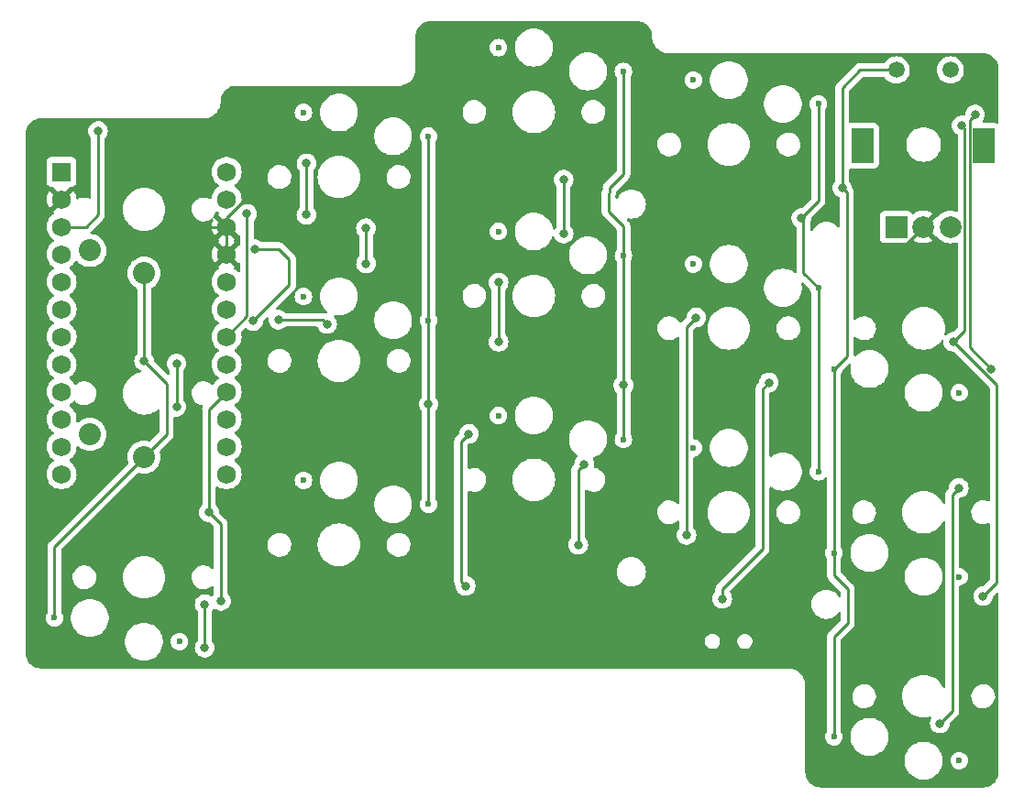
<source format=gbr>
%TF.GenerationSoftware,KiCad,Pcbnew,(7.0.0-0)*%
%TF.CreationDate,2023-06-08T17:13:25+08:00*%
%TF.ProjectId,right,72696768-742e-46b6-9963-61645f706362,v1.0.0*%
%TF.SameCoordinates,Original*%
%TF.FileFunction,Copper,L1,Top*%
%TF.FilePolarity,Positive*%
%FSLAX46Y46*%
G04 Gerber Fmt 4.6, Leading zero omitted, Abs format (unit mm)*
G04 Created by KiCad (PCBNEW (7.0.0-0)) date 2023-06-08 17:13:25*
%MOMM*%
%LPD*%
G01*
G04 APERTURE LIST*
%TA.AperFunction,ComponentPad*%
%ADD10C,2.032000*%
%TD*%
%TA.AperFunction,ComponentPad*%
%ADD11R,2.000000X2.000000*%
%TD*%
%TA.AperFunction,ComponentPad*%
%ADD12C,2.000000*%
%TD*%
%TA.AperFunction,ComponentPad*%
%ADD13C,1.500000*%
%TD*%
%TA.AperFunction,ComponentPad*%
%ADD14R,2.000000X3.200000*%
%TD*%
%TA.AperFunction,ComponentPad*%
%ADD15R,1.752600X1.752600*%
%TD*%
%TA.AperFunction,ComponentPad*%
%ADD16C,1.752600*%
%TD*%
%TA.AperFunction,ComponentPad*%
%ADD17C,0.600000*%
%TD*%
%TA.AperFunction,ViaPad*%
%ADD18C,0.800000*%
%TD*%
%TA.AperFunction,Conductor*%
%ADD19C,0.250000*%
%TD*%
G04 APERTURE END LIST*
D10*
%TO.P,S1,1*%
%TO.N,C4_R0D*%
X-5000000Y30200000D03*
%TO.P,S1,2*%
%TO.N,C4*%
X0Y28100000D03*
%TD*%
%TO.P,S2,1*%
%TO.N,C4_R1D*%
X-5000000Y13200000D03*
%TO.P,S2,2*%
%TO.N,C4*%
X0Y11100000D03*
%TD*%
D11*
%TO.P,ROT1,A*%
%TO.N,P2*%
X69459999Y32379999D03*
D12*
%TO.P,ROT1,C*%
%TO.N,GND*%
X71960000Y32380000D03*
%TO.P,ROT1,B*%
%TO.N,P3*%
X74460000Y32380000D03*
D13*
%TO.P,ROT1,1*%
%TO.N,C0*%
X69460000Y46880000D03*
%TO.P,ROT1,2*%
%TO.N,C0R3D*%
X74460000Y46880000D03*
D14*
%TO.P,ROT1,*%
%TO.N,*%
X66359999Y39879999D03*
X77559999Y39879999D03*
%TD*%
D15*
%TO.P,MCU1,1*%
%TO.N,RAW*%
X-7619999Y37469999D03*
D16*
%TO.P,MCU1,2*%
%TO.N,GND*%
X-7620000Y34930000D03*
%TO.P,MCU1,3*%
%TO.N,RST*%
X-7620000Y32390000D03*
%TO.P,MCU1,4*%
%TO.N,VCC*%
X-7620000Y29850000D03*
%TO.P,MCU1,5*%
%TO.N,C0*%
X-7620000Y27310000D03*
%TO.P,MCU1,6*%
%TO.N,C1*%
X-7620000Y24770000D03*
%TO.P,MCU1,7*%
%TO.N,C2*%
X-7620000Y22230000D03*
%TO.P,MCU1,8*%
%TO.N,C3*%
X-7620000Y19690000D03*
%TO.P,MCU1,9*%
%TO.N,C4*%
X-7620000Y17150000D03*
%TO.P,MCU1,10*%
%TO.N,C5*%
X-7620000Y14610000D03*
%TO.P,MCU1,11*%
%TO.N,C6*%
X-7620000Y12070000D03*
%TO.P,MCU1,12*%
%TO.N,P10*%
X-7620000Y9530000D03*
%TO.P,MCU1,13*%
%TO.N,P1*%
X7620000Y37470000D03*
%TO.P,MCU1,14*%
%TO.N,P0*%
X7620000Y34930000D03*
%TO.P,MCU1,15*%
%TO.N,GND*%
X7620000Y32390000D03*
%TO.P,MCU1,16*%
X7620000Y29850000D03*
%TO.P,MCU1,17*%
%TO.N,P2*%
X7620000Y27310000D03*
%TO.P,MCU1,18*%
%TO.N,P3*%
X7620000Y24770000D03*
%TO.P,MCU1,19*%
%TO.N,R0*%
X7620000Y22230000D03*
%TO.P,MCU1,20*%
%TO.N,R1*%
X7620000Y19690000D03*
%TO.P,MCU1,21*%
%TO.N,R2*%
X7620000Y17150000D03*
%TO.P,MCU1,22*%
%TO.N,R3*%
X7620000Y14610000D03*
%TO.P,MCU1,23*%
%TO.N,P8*%
X7620000Y12070000D03*
%TO.P,MCU1,24*%
%TO.N,P9*%
X7620000Y9530000D03*
%TD*%
D17*
%TO.P,S3,3*%
%TO.N,C0_R0D*%
X75275000Y17050000D03*
%TO.P,S3,4*%
%TO.N,C0*%
X63725000Y19250000D03*
%TD*%
%TO.P,S4,3*%
%TO.N,C0_R1D*%
X75275000Y50000D03*
%TO.P,S4,4*%
%TO.N,C0*%
X63725000Y2250000D03*
%TD*%
%TO.P,S5,3*%
%TO.N,C0_R2D*%
X75275000Y-16950000D03*
%TO.P,S5,4*%
%TO.N,C0*%
X63725000Y-14750000D03*
%TD*%
%TO.P,S6,3*%
%TO.N,C1_R0D*%
X50725000Y45950000D03*
%TO.P,S6,4*%
%TO.N,C1*%
X62275000Y43750000D03*
%TD*%
%TO.P,S7,3*%
%TO.N,C1_R1D*%
X50725000Y28950000D03*
%TO.P,S7,4*%
%TO.N,C1*%
X62275000Y26750000D03*
%TD*%
%TO.P,S8,3*%
%TO.N,C1_R2D*%
X50725000Y11950000D03*
%TO.P,S8,4*%
%TO.N,C1*%
X62275000Y9750000D03*
%TD*%
%TO.P,S9,3*%
%TO.N,C2_R0D*%
X32725000Y48950000D03*
%TO.P,S9,4*%
%TO.N,C2*%
X44275000Y46750000D03*
%TD*%
%TO.P,S10,3*%
%TO.N,C2_R1D*%
X32725000Y31950000D03*
%TO.P,S10,4*%
%TO.N,C2*%
X44275000Y29750000D03*
%TD*%
%TO.P,S11,3*%
%TO.N,C2_R2D*%
X32725000Y14950000D03*
%TO.P,S11,4*%
%TO.N,C2*%
X44275000Y12750000D03*
%TD*%
%TO.P,S12,3*%
%TO.N,C3_R0D*%
X14725000Y42950000D03*
%TO.P,S12,4*%
%TO.N,C3*%
X26275000Y40750000D03*
%TD*%
%TO.P,S13,3*%
%TO.N,C3_R1D*%
X14725000Y25950000D03*
%TO.P,S13,4*%
%TO.N,C3*%
X26275000Y23750000D03*
%TD*%
%TO.P,S14,3*%
%TO.N,C3_R2D*%
X14725000Y8950000D03*
%TO.P,S14,4*%
%TO.N,C3*%
X26275000Y6750000D03*
%TD*%
%TO.P,S15,3*%
%TO.N,C4_R2D*%
X3275000Y-5950000D03*
%TO.P,S15,4*%
%TO.N,C4*%
X-8275000Y-3750000D03*
%TD*%
D18*
%TO.N,C4*%
X0Y20000000D03*
%TO.N,R0*%
X75500000Y41750000D03*
X15000000Y38250000D03*
X15000000Y33500000D03*
X77500000Y-1750000D03*
X9500000Y33591300D03*
X74750000Y21750000D03*
%TO.N,R1*%
X3000000Y15750000D03*
X32750000Y27250000D03*
X32750000Y21750000D03*
X3000000Y19750000D03*
X51000000Y24000000D03*
X50100000Y3900000D03*
%TO.N,C0*%
X64475000Y36000000D03*
%TO.N,P2*%
X20500000Y32250000D03*
X38750000Y31750000D03*
X38750000Y36750000D03*
X20500000Y29000000D03*
%TO.N,P3*%
X16900000Y23400000D03*
X12400000Y23800000D03*
%TO.N,GND*%
X12025000Y44275000D03*
X69750000Y17750000D03*
X29250000Y47500000D03*
X29250000Y18750000D03*
X4200000Y34900000D03*
%TO.N,R3*%
X76750000Y42750000D03*
X78262299Y19262299D03*
%TO.N,BSLI*%
X57700000Y18000000D03*
X53400000Y-1999500D03*
%TO.N,RST*%
X-4250000Y41250000D03*
%TO.N,C1*%
X10087957Y23686671D03*
X60700000Y33200000D03*
X10224500Y30326800D03*
%TO.N,C2*%
X44275000Y17750000D03*
%TO.N,C3*%
X26275000Y16000000D03*
%TO.N,C5*%
X29700000Y-800000D03*
X30000000Y13250000D03*
%TO.N,R2*%
X75250000Y8250000D03*
X40649175Y10449175D03*
X7100000Y-2200000D03*
X6000000Y6000000D03*
X73500000Y-13500000D03*
X40100000Y3000000D03*
%TO.N,C4_R2D*%
X5600000Y-6500000D03*
X5600000Y-2500000D03*
%TD*%
D19*
%TO.N,C4*%
X-8275000Y2825000D02*
X-8275000Y-3750000D01*
X2089500Y17910500D02*
X0Y20000000D01*
X0Y28100000D02*
X0Y20000000D01*
X0Y11100000D02*
X-8275000Y2825000D01*
X0Y11100000D02*
X2089500Y13189500D01*
X2089500Y13189500D02*
X2089500Y17910500D01*
%TO.N,R0*%
X15000000Y38250000D02*
X15000000Y33500000D01*
X74750000Y21750000D02*
X75785000Y22785000D01*
X9500000Y24110000D02*
X9500000Y33591300D01*
X75785000Y22785000D02*
X75785000Y41465000D01*
X78750000Y17750000D02*
X74750000Y21750000D01*
X75785000Y41465000D02*
X75500000Y41750000D01*
X7620000Y22230000D02*
X9500000Y24110000D01*
X77500000Y-1750000D02*
X78750000Y-500000D01*
X78750000Y-500000D02*
X78750000Y17750000D01*
%TO.N,R1*%
X32750000Y21750000D02*
X32750000Y27250000D01*
X50100000Y3900000D02*
X50100000Y23100000D01*
X3000000Y19750000D02*
X3000000Y15750000D01*
X50100000Y23100000D02*
X51000000Y24000000D01*
%TO.N,C0*%
X64900000Y35575000D02*
X64900000Y20425000D01*
X65000000Y-1100000D02*
X65000000Y-4200000D01*
X64900000Y20425000D02*
X63725000Y19250000D01*
X63725000Y2250000D02*
X63725000Y175000D01*
X64475000Y45225000D02*
X64475000Y36000000D01*
X65000000Y-4200000D02*
X63725000Y-5475000D01*
X64475000Y36000000D02*
X64900000Y35575000D01*
X66130000Y46880000D02*
X64475000Y45225000D01*
X63725000Y175000D02*
X65000000Y-1100000D01*
X63725000Y-5475000D02*
X63725000Y-14750000D01*
X69460000Y46880000D02*
X66130000Y46880000D01*
X63725000Y19250000D02*
X63725000Y2250000D01*
%TO.N,P2*%
X38750000Y31750000D02*
X38750000Y36750000D01*
X20500000Y32250000D02*
X20500000Y29000000D01*
%TO.N,P3*%
X16500000Y23800000D02*
X16900000Y23400000D01*
X12400000Y23800000D02*
X16500000Y23800000D01*
%TO.N,GND*%
X69750000Y17750000D02*
X69750000Y30170000D01*
X7620000Y32390000D02*
X5376316Y32390000D01*
X7620000Y32390000D02*
X7620000Y29850000D01*
X29250000Y18750000D02*
X29250000Y47500000D01*
X12025000Y44275000D02*
X11250000Y43500000D01*
X4200000Y33566316D02*
X4200000Y34900000D01*
X11250000Y36861105D02*
X7620000Y33231105D01*
X69750000Y30170000D02*
X71960000Y32380000D01*
X7620000Y33231105D02*
X7620000Y32390000D01*
X11250000Y43500000D02*
X11250000Y36861105D01*
X5376316Y32390000D02*
X4200000Y33566316D01*
%TO.N,R3*%
X76235000Y42235000D02*
X76750000Y42750000D01*
X78262299Y19262299D02*
X76235000Y21289598D01*
X76235000Y21289598D02*
X76235000Y42235000D01*
%TO.N,BSLI*%
X53400000Y-1100000D02*
X57125000Y2625000D01*
X53400000Y-1999500D02*
X53400000Y-1100000D01*
X57125000Y2625000D02*
X57125000Y17425000D01*
X57125000Y17425000D02*
X57700000Y18000000D01*
%TO.N,RST*%
X-5376316Y32390000D02*
X-7620000Y32390000D01*
X-4250000Y41250000D02*
X-4250000Y33516316D01*
X-4250000Y33516316D02*
X-5376316Y32390000D01*
%TO.N,C1*%
X60900000Y28125000D02*
X62275000Y26750000D01*
X62275000Y34775000D02*
X62275000Y43750000D01*
X60700000Y33200000D02*
X62275000Y34775000D01*
X60900000Y33000000D02*
X60900000Y28125000D01*
X62275000Y9750000D02*
X62275000Y26750000D01*
X13400000Y29400000D02*
X12473200Y30326800D01*
X10087957Y23686671D02*
X13400000Y26998714D01*
X60700000Y33200000D02*
X60900000Y33000000D01*
X12473200Y30326800D02*
X10224500Y30326800D01*
X13400000Y26998714D02*
X13400000Y29400000D01*
%TO.N,C2*%
X44275000Y12750000D02*
X44275000Y17750000D01*
X44275000Y17750000D02*
X44275000Y29750000D01*
X43000000Y35600000D02*
X43000000Y36000000D01*
X44275000Y32425000D02*
X42900000Y33800000D01*
X44275000Y29750000D02*
X44275000Y32425000D01*
X44275000Y37275000D02*
X44275000Y46750000D01*
X42900000Y33800000D02*
X42900000Y35500000D01*
X43000000Y36000000D02*
X44275000Y37275000D01*
X42900000Y35500000D02*
X43000000Y35600000D01*
%TO.N,C3*%
X26275000Y16000000D02*
X26275000Y6750000D01*
X26275000Y40750000D02*
X26275000Y23750000D01*
X26275000Y23750000D02*
X26275000Y16000000D01*
%TO.N,C5*%
X29274100Y-374100D02*
X29274100Y12524100D01*
X29274100Y12524100D02*
X30000000Y13250000D01*
X29700000Y-800000D02*
X29274100Y-374100D01*
%TO.N,R2*%
X6000000Y6000000D02*
X7100000Y4900000D01*
X6000000Y6000000D02*
X6000000Y15530000D01*
X74650000Y7650000D02*
X74650000Y-12350000D01*
X75250000Y8250000D02*
X74650000Y7650000D01*
X40100000Y9900000D02*
X40649175Y10449175D01*
X7100000Y4900000D02*
X7100000Y-2200000D01*
X74650000Y-12350000D02*
X73500000Y-13500000D01*
X6000000Y15530000D02*
X7620000Y17150000D01*
X40100000Y3000000D02*
X40100000Y9900000D01*
%TO.N,C4_R2D*%
X5600000Y-2500000D02*
X5600000Y-6500000D01*
%TD*%
%TA.AperFunction,Conductor*%
%TO.N,GND*%
G36*
X45514854Y51424118D02*
G01*
X45721549Y51407850D01*
X45740767Y51404806D01*
X45937618Y51357546D01*
X45956123Y51351533D01*
X46143152Y51274064D01*
X46160490Y51265230D01*
X46333099Y51159455D01*
X46348841Y51148018D01*
X46502782Y51016540D01*
X46516540Y51002782D01*
X46648018Y50848841D01*
X46659455Y50833099D01*
X46765230Y50660490D01*
X46774064Y50643152D01*
X46851533Y50456123D01*
X46857546Y50437618D01*
X46904806Y50240767D01*
X46907850Y50221549D01*
X46924118Y50014854D01*
X46924500Y50005125D01*
X46924500Y49990000D01*
X46924500Y49878033D01*
X46925128Y49873664D01*
X46925129Y49873652D01*
X46955738Y49660764D01*
X46955739Y49660756D01*
X46956369Y49656379D01*
X46957614Y49652136D01*
X46957617Y49652126D01*
X47018208Y49445771D01*
X47018210Y49445763D01*
X47019458Y49441516D01*
X47021296Y49437489D01*
X47021300Y49437481D01*
X47110645Y49241844D01*
X47110650Y49241834D01*
X47112484Y49237819D01*
X47114869Y49234107D01*
X47114875Y49234097D01*
X47231160Y49053153D01*
X47231166Y49053143D01*
X47233551Y49049434D01*
X47236438Y49046101D01*
X47236445Y49046093D01*
X47377301Y48883538D01*
X47377308Y48883530D01*
X47380197Y48880197D01*
X47383530Y48877308D01*
X47383538Y48877301D01*
X47546093Y48736445D01*
X47546101Y48736438D01*
X47549434Y48733551D01*
X47553143Y48731166D01*
X47553153Y48731160D01*
X47734097Y48614875D01*
X47734107Y48614869D01*
X47737819Y48612484D01*
X47741834Y48610650D01*
X47741844Y48610645D01*
X47937481Y48521300D01*
X47937489Y48521296D01*
X47941516Y48519458D01*
X47945763Y48518210D01*
X47945771Y48518208D01*
X48152126Y48457617D01*
X48152136Y48457614D01*
X48156379Y48456369D01*
X48160756Y48455739D01*
X48160764Y48455738D01*
X48373652Y48425129D01*
X48373664Y48425128D01*
X48378033Y48424500D01*
X48462520Y48424500D01*
X48490000Y48424500D01*
X48514531Y48424500D01*
X77485469Y48424500D01*
X77505125Y48424500D01*
X77514854Y48424118D01*
X77721549Y48407850D01*
X77740767Y48404806D01*
X77937618Y48357546D01*
X77956123Y48351533D01*
X78143152Y48274064D01*
X78160490Y48265230D01*
X78333099Y48159455D01*
X78348841Y48148018D01*
X78502782Y48016540D01*
X78516540Y48002782D01*
X78648018Y47848841D01*
X78659455Y47833099D01*
X78765230Y47660490D01*
X78774064Y47643152D01*
X78851533Y47456123D01*
X78857546Y47437618D01*
X78904806Y47240767D01*
X78907850Y47221549D01*
X78924118Y47014854D01*
X78924500Y47005125D01*
X78924500Y42065361D01*
X78910375Y42007886D01*
X78871220Y41963505D01*
X78815953Y41942328D01*
X78757166Y41949180D01*
X78676470Y41979278D01*
X78676468Y41979278D01*
X78669201Y41981989D01*
X78608638Y41988500D01*
X78605328Y41988500D01*
X77565357Y41988500D01*
X77510222Y42001432D01*
X77466587Y42037530D01*
X77443553Y42089265D01*
X77445925Y42145847D01*
X77473208Y42195473D01*
X77489040Y42213056D01*
X77584527Y42378444D01*
X77643542Y42560072D01*
X77663504Y42750000D01*
X77643542Y42939928D01*
X77584527Y43121556D01*
X77489040Y43286944D01*
X77361253Y43428866D01*
X77206752Y43541118D01*
X77032288Y43618794D01*
X76845487Y43658500D01*
X76654513Y43658500D01*
X76551793Y43636666D01*
X76474072Y43620146D01*
X76474070Y43620145D01*
X76467712Y43618794D01*
X76461774Y43616150D01*
X76461773Y43616150D01*
X76371316Y43575876D01*
X76293248Y43541118D01*
X76287993Y43537300D01*
X76144000Y43432683D01*
X76143997Y43432680D01*
X76138747Y43428866D01*
X76010960Y43286944D01*
X76007712Y43281318D01*
X76007711Y43281317D01*
X75918721Y43127182D01*
X75915473Y43121556D01*
X75913466Y43115379D01*
X75913465Y43115377D01*
X75858465Y42946107D01*
X75858463Y42946100D01*
X75856458Y42939928D01*
X75855779Y42933467D01*
X75839208Y42775811D01*
X75828632Y42737154D01*
X75806279Y42703889D01*
X75783503Y42679635D01*
X75730192Y42646193D01*
X75667330Y42643229D01*
X75595487Y42658500D01*
X75404513Y42658500D01*
X75264325Y42628702D01*
X75224072Y42620146D01*
X75224070Y42620145D01*
X75217712Y42618794D01*
X75211774Y42616150D01*
X75211773Y42616150D01*
X75071939Y42553892D01*
X75043248Y42541118D01*
X75037993Y42537300D01*
X74894000Y42432683D01*
X74893997Y42432680D01*
X74888747Y42428866D01*
X74760960Y42286944D01*
X74757712Y42281318D01*
X74757711Y42281317D01*
X74670523Y42130303D01*
X74665473Y42121556D01*
X74663466Y42115379D01*
X74663465Y42115377D01*
X74608465Y41946107D01*
X74608463Y41946100D01*
X74606458Y41939928D01*
X74605779Y41933475D01*
X74605778Y41933467D01*
X74587844Y41762830D01*
X74586496Y41750000D01*
X74587175Y41743540D01*
X74605778Y41566532D01*
X74605780Y41566522D01*
X74606458Y41560072D01*
X74608463Y41553901D01*
X74608465Y41553892D01*
X74663465Y41384622D01*
X74663467Y41384616D01*
X74665473Y41378444D01*
X74668718Y41372822D01*
X74668721Y41372817D01*
X74757711Y41218682D01*
X74757714Y41218676D01*
X74760960Y41213056D01*
X74765306Y41208228D01*
X74765307Y41208228D01*
X74884400Y41075961D01*
X74884403Y41075957D01*
X74888747Y41071134D01*
X74893991Y41067323D01*
X74894000Y41067316D01*
X75037993Y40962699D01*
X75037999Y40962695D01*
X75043248Y40958882D01*
X75049176Y40956242D01*
X75049186Y40956237D01*
X75077936Y40943437D01*
X75116699Y40916295D01*
X75142471Y40876609D01*
X75151500Y40830158D01*
X75151500Y33911939D01*
X75136858Y33853486D01*
X75096391Y33808837D01*
X75039654Y33788536D01*
X74980048Y33797378D01*
X74978926Y33797842D01*
X74927594Y33819105D01*
X74696711Y33874535D01*
X74460000Y33893165D01*
X74223289Y33874535D01*
X73992406Y33819105D01*
X73987906Y33817241D01*
X73777539Y33730105D01*
X73777536Y33730103D01*
X73773037Y33728240D01*
X73657586Y33657491D01*
X73574738Y33606722D01*
X73574734Y33606719D01*
X73570584Y33604176D01*
X73566881Y33601014D01*
X73566879Y33601012D01*
X73444468Y33496463D01*
X73390031Y33449969D01*
X73386870Y33446268D01*
X73251746Y33288059D01*
X73215965Y33259263D01*
X73192094Y33251745D01*
X73173653Y33240100D01*
X72325095Y32391542D01*
X72318431Y32380000D01*
X72325095Y32368457D01*
X73173653Y31519898D01*
X73192093Y31508254D01*
X73215969Y31500734D01*
X73251747Y31471939D01*
X73386870Y31313731D01*
X73386876Y31313724D01*
X73390031Y31310031D01*
X73393724Y31306876D01*
X73393731Y31306870D01*
X73566879Y31158987D01*
X73566889Y31158979D01*
X73570584Y31155824D01*
X73574725Y31153286D01*
X73574738Y31153277D01*
X73760085Y31039697D01*
X73773037Y31031760D01*
X73777526Y31029900D01*
X73777539Y31029894D01*
X73987906Y30942758D01*
X73987916Y30942754D01*
X73992406Y30940895D01*
X73997130Y30939760D01*
X73997139Y30939758D01*
X74218555Y30886601D01*
X74218561Y30886599D01*
X74223289Y30885465D01*
X74228139Y30885083D01*
X74228141Y30885083D01*
X74455146Y30867217D01*
X74460000Y30866835D01*
X74464854Y30867217D01*
X74691858Y30885083D01*
X74696711Y30885465D01*
X74701440Y30886600D01*
X74701444Y30886601D01*
X74922860Y30939758D01*
X74922865Y30939759D01*
X74927594Y30940895D01*
X74932087Y30942756D01*
X74932093Y30942758D01*
X74980048Y30962622D01*
X75039654Y30971464D01*
X75096391Y30951163D01*
X75136858Y30906514D01*
X75151500Y30848061D01*
X75151500Y23098766D01*
X75142061Y23051313D01*
X75115181Y23011085D01*
X74798914Y22694819D01*
X74758686Y22667939D01*
X74711233Y22658500D01*
X74654513Y22658500D01*
X74510874Y22627968D01*
X74474072Y22620146D01*
X74474070Y22620145D01*
X74467712Y22618794D01*
X74461774Y22616150D01*
X74461773Y22616150D01*
X74304144Y22545969D01*
X74293248Y22541118D01*
X74287993Y22537300D01*
X74144000Y22432683D01*
X74143997Y22432680D01*
X74138747Y22428866D01*
X74119054Y22406995D01*
X74065113Y22372000D01*
X74000894Y22368726D01*
X73943671Y22398054D01*
X73908829Y22452098D01*
X73905739Y22516325D01*
X73932236Y22638129D01*
X73949967Y22719637D01*
X73970019Y23000000D01*
X73949967Y23280363D01*
X73890219Y23555018D01*
X73791992Y23818375D01*
X73657285Y24065073D01*
X73488841Y24290088D01*
X73290088Y24488841D01*
X73065073Y24657285D01*
X72818375Y24791992D01*
X72555018Y24890219D01*
X72280363Y24949967D01*
X72070175Y24965000D01*
X71929825Y24965000D01*
X71719637Y24949967D01*
X71444982Y24890219D01*
X71181625Y24791992D01*
X71177736Y24789868D01*
X71177735Y24789868D01*
X71131978Y24764883D01*
X70934927Y24657285D01*
X70709912Y24488841D01*
X70511159Y24290088D01*
X70342715Y24065073D01*
X70340589Y24061179D01*
X70340588Y24061178D01*
X70210131Y23822264D01*
X70210128Y23822257D01*
X70208008Y23818375D01*
X70206462Y23814232D01*
X70206460Y23814226D01*
X70114978Y23568953D01*
X70109781Y23555018D01*
X70108840Y23550692D01*
X70050975Y23284696D01*
X70050973Y23284687D01*
X70050033Y23280363D01*
X70049717Y23275949D01*
X70049716Y23275940D01*
X70037754Y23108677D01*
X70029981Y23000000D01*
X70030297Y22995582D01*
X70049716Y22724059D01*
X70049717Y22724048D01*
X70050033Y22719637D01*
X70050973Y22715314D01*
X70050975Y22715303D01*
X70104072Y22471227D01*
X70109781Y22444982D01*
X70111323Y22440845D01*
X70111326Y22440838D01*
X70206460Y22185773D01*
X70206464Y22185762D01*
X70208008Y22181625D01*
X70210125Y22177747D01*
X70210131Y22177735D01*
X70340588Y21938821D01*
X70340592Y21938813D01*
X70342715Y21934927D01*
X70345372Y21931377D01*
X70345375Y21931373D01*
X70508500Y21713463D01*
X70508505Y21713456D01*
X70511159Y21709912D01*
X70514289Y21706781D01*
X70514296Y21706774D01*
X70706774Y21514296D01*
X70706781Y21514289D01*
X70709912Y21511159D01*
X70713456Y21508505D01*
X70713463Y21508500D01*
X70931373Y21345375D01*
X70931377Y21345372D01*
X70934927Y21342715D01*
X70938813Y21340592D01*
X70938821Y21340588D01*
X71177735Y21210131D01*
X71177747Y21210125D01*
X71181625Y21208008D01*
X71185762Y21206464D01*
X71185773Y21206460D01*
X71440838Y21111326D01*
X71440845Y21111323D01*
X71444982Y21109781D01*
X71449305Y21108840D01*
X71449307Y21108840D01*
X71715303Y21050975D01*
X71715314Y21050973D01*
X71719637Y21050033D01*
X71724048Y21049717D01*
X71724059Y21049716D01*
X71927614Y21035158D01*
X71927617Y21035157D01*
X71929825Y21035000D01*
X72067960Y21035000D01*
X72070175Y21035000D01*
X72072383Y21035157D01*
X72072385Y21035158D01*
X72275940Y21049716D01*
X72275949Y21049717D01*
X72280363Y21050033D01*
X72284687Y21050973D01*
X72284696Y21050975D01*
X72550692Y21108840D01*
X72555018Y21109781D01*
X72559157Y21111325D01*
X72559161Y21111326D01*
X72814226Y21206460D01*
X72814232Y21206462D01*
X72818375Y21208008D01*
X72822257Y21210128D01*
X72822264Y21210131D01*
X73061178Y21340588D01*
X73061179Y21340589D01*
X73065073Y21342715D01*
X73290088Y21511159D01*
X73488841Y21709912D01*
X73618763Y21883468D01*
X73668892Y21923006D01*
X73732047Y21932363D01*
X73791486Y21909059D01*
X73831453Y21859271D01*
X73841351Y21796198D01*
X73839032Y21774128D01*
X73836496Y21750000D01*
X73837175Y21743540D01*
X73855778Y21566532D01*
X73855780Y21566522D01*
X73856458Y21560072D01*
X73858463Y21553901D01*
X73858465Y21553892D01*
X73913465Y21384622D01*
X73913467Y21384616D01*
X73915473Y21378444D01*
X73918718Y21372822D01*
X73918721Y21372817D01*
X74007711Y21218682D01*
X74007714Y21218676D01*
X74010960Y21213056D01*
X74015306Y21208228D01*
X74015307Y21208228D01*
X74134400Y21075961D01*
X74134403Y21075957D01*
X74138747Y21071134D01*
X74143991Y21067323D01*
X74144000Y21067316D01*
X74287993Y20962699D01*
X74287999Y20962695D01*
X74293248Y20958882D01*
X74299174Y20956243D01*
X74299182Y20956239D01*
X74461773Y20883849D01*
X74461782Y20883845D01*
X74467712Y20881206D01*
X74474061Y20879856D01*
X74474072Y20879853D01*
X74648150Y20842852D01*
X74648154Y20842851D01*
X74654513Y20841500D01*
X74711234Y20841500D01*
X74758687Y20832061D01*
X74798915Y20805181D01*
X78080181Y17523915D01*
X78107061Y17483687D01*
X78116500Y17436234D01*
X78116500Y7122783D01*
X78102032Y7064655D01*
X78062003Y7020092D01*
X78005754Y6999493D01*
X77946413Y7007666D01*
X77811712Y7061593D01*
X77605171Y7101400D01*
X77447532Y7101400D01*
X77290611Y7086416D01*
X77088789Y7027156D01*
X76901830Y6930771D01*
X76736490Y6800747D01*
X76732621Y6796282D01*
X76609470Y6654158D01*
X76598745Y6641781D01*
X76493574Y6459619D01*
X76491641Y6454035D01*
X76491639Y6454030D01*
X76426709Y6266427D01*
X76426707Y6266421D01*
X76424778Y6260846D01*
X76423938Y6255007D01*
X76423937Y6255001D01*
X76395682Y6058484D01*
X76395681Y6058478D01*
X76394843Y6052645D01*
X76395123Y6046760D01*
X76395123Y6046753D01*
X76403617Y5868460D01*
X76404852Y5842541D01*
X76406243Y5836803D01*
X76406244Y5836803D01*
X76450222Y5655521D01*
X76454442Y5638129D01*
X76456893Y5632760D01*
X76456897Y5632751D01*
X76539363Y5452175D01*
X76539367Y5452166D01*
X76541821Y5446795D01*
X76545247Y5441983D01*
X76545251Y5441977D01*
X76660400Y5280273D01*
X76660404Y5280267D01*
X76663831Y5275456D01*
X76668104Y5271381D01*
X76668109Y5271376D01*
X76785149Y5159779D01*
X76816063Y5130303D01*
X76821026Y5127113D01*
X76821028Y5127112D01*
X76988043Y5019778D01*
X76988048Y5019775D01*
X76993014Y5016584D01*
X76998498Y5014388D01*
X76998501Y5014387D01*
X77182799Y4940604D01*
X77182803Y4940602D01*
X77188288Y4938407D01*
X77194088Y4937289D01*
X77194092Y4937288D01*
X77389031Y4899717D01*
X77389035Y4899716D01*
X77394829Y4898600D01*
X77549514Y4898600D01*
X77552468Y4898600D01*
X77555397Y4898879D01*
X77555403Y4898880D01*
X77703508Y4913022D01*
X77703512Y4913022D01*
X77709389Y4913584D01*
X77715058Y4915248D01*
X77715060Y4915249D01*
X77905545Y4971180D01*
X77905548Y4971181D01*
X77911211Y4972844D01*
X77935680Y4985459D01*
X77996926Y4999164D01*
X78057038Y4981124D01*
X78100617Y4935961D01*
X78116500Y4875243D01*
X78116500Y-186234D01*
X78107061Y-233687D01*
X78080181Y-273915D01*
X77548914Y-805181D01*
X77508686Y-832061D01*
X77461233Y-841500D01*
X77404513Y-841500D01*
X77398154Y-842851D01*
X77398150Y-842852D01*
X77224072Y-879853D01*
X77224061Y-879856D01*
X77217712Y-881206D01*
X77211782Y-883845D01*
X77211773Y-883849D01*
X77049182Y-956239D01*
X77049174Y-956243D01*
X77043248Y-958882D01*
X77037999Y-962695D01*
X77037993Y-962699D01*
X76894000Y-1067316D01*
X76893991Y-1067323D01*
X76888747Y-1071134D01*
X76884403Y-1075957D01*
X76884400Y-1075961D01*
X76793261Y-1177182D01*
X76760960Y-1213056D01*
X76757714Y-1218676D01*
X76757711Y-1218682D01*
X76668721Y-1372817D01*
X76668718Y-1372822D01*
X76665473Y-1378444D01*
X76663467Y-1384616D01*
X76663465Y-1384622D01*
X76608465Y-1553892D01*
X76608463Y-1553901D01*
X76606458Y-1560072D01*
X76605780Y-1566522D01*
X76605778Y-1566532D01*
X76590416Y-1712699D01*
X76586496Y-1750000D01*
X76587175Y-1756460D01*
X76605778Y-1933467D01*
X76605779Y-1933475D01*
X76606458Y-1939928D01*
X76608463Y-1946100D01*
X76608465Y-1946107D01*
X76663465Y-2115377D01*
X76665473Y-2121556D01*
X76668720Y-2127180D01*
X76668721Y-2127182D01*
X76691556Y-2166734D01*
X76760960Y-2286944D01*
X76888747Y-2428866D01*
X76893997Y-2432680D01*
X76894000Y-2432683D01*
X77029070Y-2530817D01*
X77043248Y-2541118D01*
X77217712Y-2618794D01*
X77224070Y-2620145D01*
X77224072Y-2620146D01*
X77260874Y-2627968D01*
X77404513Y-2658500D01*
X77588984Y-2658500D01*
X77595487Y-2658500D01*
X77782288Y-2618794D01*
X77956752Y-2541118D01*
X78111253Y-2428866D01*
X78239040Y-2286944D01*
X78334527Y-2121556D01*
X78393542Y-1939928D01*
X78410981Y-1774000D01*
X78422381Y-1733580D01*
X78446616Y-1699288D01*
X78712820Y-1433084D01*
X78762182Y-1402836D01*
X78819898Y-1398294D01*
X78873386Y-1420449D01*
X78910985Y-1464472D01*
X78924500Y-1520767D01*
X78924500Y-18005125D01*
X78924118Y-18014854D01*
X78907850Y-18221549D01*
X78904806Y-18240767D01*
X78857546Y-18437618D01*
X78851533Y-18456123D01*
X78774064Y-18643152D01*
X78765230Y-18660490D01*
X78659455Y-18833099D01*
X78648018Y-18848841D01*
X78516540Y-19002782D01*
X78502782Y-19016540D01*
X78348841Y-19148018D01*
X78333099Y-19159455D01*
X78160490Y-19265230D01*
X78143152Y-19274064D01*
X77956123Y-19351533D01*
X77937618Y-19357546D01*
X77740767Y-19404806D01*
X77721549Y-19407850D01*
X77514854Y-19424118D01*
X77505125Y-19424500D01*
X62494875Y-19424500D01*
X62485146Y-19424118D01*
X62278450Y-19407850D01*
X62259232Y-19404806D01*
X62062381Y-19357546D01*
X62043876Y-19351533D01*
X61856847Y-19274064D01*
X61839509Y-19265230D01*
X61666900Y-19159455D01*
X61651158Y-19148018D01*
X61618122Y-19119803D01*
X61497217Y-19016540D01*
X61483459Y-19002782D01*
X61351981Y-18848841D01*
X61340548Y-18833104D01*
X61234766Y-18660485D01*
X61225938Y-18643158D01*
X61148464Y-18456119D01*
X61142453Y-18437618D01*
X61133514Y-18400386D01*
X61095192Y-18240762D01*
X61092149Y-18221549D01*
X61075882Y-18014854D01*
X61075500Y-18005125D01*
X61075500Y-17081182D01*
X70249500Y-17081182D01*
X70250189Y-17085754D01*
X70250190Y-17085765D01*
X70287912Y-17336028D01*
X70287913Y-17336035D01*
X70288604Y-17340615D01*
X70289969Y-17345043D01*
X70289971Y-17345048D01*
X70364569Y-17586891D01*
X70364573Y-17586901D01*
X70365937Y-17591323D01*
X70367946Y-17595496D01*
X70367949Y-17595502D01*
X70437977Y-17740916D01*
X70479772Y-17827704D01*
X70627567Y-18044479D01*
X70806019Y-18236805D01*
X71011143Y-18400386D01*
X71238357Y-18531568D01*
X71482584Y-18627420D01*
X71738370Y-18685802D01*
X71934506Y-18700500D01*
X72063177Y-18700500D01*
X72065494Y-18700500D01*
X72261630Y-18685802D01*
X72517416Y-18627420D01*
X72761643Y-18531568D01*
X72988857Y-18400386D01*
X73193981Y-18236805D01*
X73372433Y-18044479D01*
X73520228Y-17827704D01*
X73634063Y-17591323D01*
X73711396Y-17340615D01*
X73750500Y-17081182D01*
X73750500Y-16950000D01*
X74461384Y-16950000D01*
X74462164Y-16956923D01*
X74481002Y-17124123D01*
X74481003Y-17124130D01*
X74481783Y-17131047D01*
X74541957Y-17303015D01*
X74638889Y-17457281D01*
X74767719Y-17586111D01*
X74921985Y-17683043D01*
X75093953Y-17743217D01*
X75275000Y-17763616D01*
X75456047Y-17743217D01*
X75628015Y-17683043D01*
X75782281Y-17586111D01*
X75911111Y-17457281D01*
X76008043Y-17303015D01*
X76068217Y-17131047D01*
X76088616Y-16950000D01*
X76068217Y-16768953D01*
X76008043Y-16596985D01*
X75911111Y-16442719D01*
X75782281Y-16313889D01*
X75628015Y-16216957D01*
X75621449Y-16214659D01*
X75621446Y-16214658D01*
X75462621Y-16159083D01*
X75462618Y-16159082D01*
X75456047Y-16156783D01*
X75449130Y-16156003D01*
X75449123Y-16156002D01*
X75281923Y-16137164D01*
X75275000Y-16136384D01*
X75268077Y-16137164D01*
X75100876Y-16156002D01*
X75100867Y-16156003D01*
X75093953Y-16156783D01*
X75087383Y-16159081D01*
X75087378Y-16159083D01*
X74928553Y-16214658D01*
X74928547Y-16214660D01*
X74921985Y-16216957D01*
X74916097Y-16220656D01*
X74916092Y-16220659D01*
X74773619Y-16310181D01*
X74773614Y-16310184D01*
X74767719Y-16313889D01*
X74762794Y-16318813D01*
X74762790Y-16318817D01*
X74643817Y-16437790D01*
X74643813Y-16437794D01*
X74638889Y-16442719D01*
X74635184Y-16448614D01*
X74635181Y-16448619D01*
X74545659Y-16591092D01*
X74545656Y-16591097D01*
X74541957Y-16596985D01*
X74539660Y-16603547D01*
X74539658Y-16603553D01*
X74484083Y-16762378D01*
X74484081Y-16762383D01*
X74481783Y-16768953D01*
X74481003Y-16775867D01*
X74481002Y-16775876D01*
X74475642Y-16823453D01*
X74461384Y-16950000D01*
X73750500Y-16950000D01*
X73750500Y-16818818D01*
X73711396Y-16559385D01*
X73667333Y-16416537D01*
X73635430Y-16313108D01*
X73635428Y-16313105D01*
X73634063Y-16308677D01*
X73520228Y-16072296D01*
X73372433Y-15855521D01*
X73193981Y-15663195D01*
X72988857Y-15499614D01*
X72808530Y-15395502D01*
X72765664Y-15370753D01*
X72765658Y-15370750D01*
X72761643Y-15368432D01*
X72757324Y-15366737D01*
X72757318Y-15366734D01*
X72521738Y-15274276D01*
X72521734Y-15274275D01*
X72517416Y-15272580D01*
X72512893Y-15271547D01*
X72512891Y-15271547D01*
X72266149Y-15215229D01*
X72266143Y-15215228D01*
X72261630Y-15214198D01*
X72257008Y-15213851D01*
X72257004Y-15213851D01*
X72067808Y-15199673D01*
X72067797Y-15199672D01*
X72065494Y-15199500D01*
X71934506Y-15199500D01*
X71932203Y-15199672D01*
X71932191Y-15199673D01*
X71742995Y-15213851D01*
X71742989Y-15213851D01*
X71738370Y-15214198D01*
X71733858Y-15215227D01*
X71733850Y-15215229D01*
X71487108Y-15271547D01*
X71487102Y-15271548D01*
X71482584Y-15272580D01*
X71478268Y-15274273D01*
X71478261Y-15274276D01*
X71242681Y-15366734D01*
X71242670Y-15366739D01*
X71238357Y-15368432D01*
X71234346Y-15370747D01*
X71234335Y-15370753D01*
X71015161Y-15497294D01*
X71011143Y-15499614D01*
X71007519Y-15502503D01*
X71007516Y-15502506D01*
X70809646Y-15660302D01*
X70809641Y-15660306D01*
X70806019Y-15663195D01*
X70802865Y-15666593D01*
X70802863Y-15666596D01*
X70630719Y-15852123D01*
X70630713Y-15852129D01*
X70627567Y-15855521D01*
X70624957Y-15859348D01*
X70624957Y-15859349D01*
X70501998Y-16039697D01*
X70479772Y-16072296D01*
X70477759Y-16076474D01*
X70477756Y-16076481D01*
X70367949Y-16304497D01*
X70367944Y-16304508D01*
X70365937Y-16308677D01*
X70364574Y-16313093D01*
X70364569Y-16313108D01*
X70289971Y-16554951D01*
X70289968Y-16554959D01*
X70288604Y-16559385D01*
X70287914Y-16563961D01*
X70287912Y-16563971D01*
X70250190Y-16814234D01*
X70250189Y-16814246D01*
X70249500Y-16818818D01*
X70249500Y-17081182D01*
X61075500Y-17081182D01*
X61075500Y-9882459D01*
X61075500Y-9878033D01*
X61043631Y-9656379D01*
X60980542Y-9441516D01*
X60887516Y-9237819D01*
X60766449Y-9049434D01*
X60619803Y-8880197D01*
X60450566Y-8733551D01*
X60312359Y-8644731D01*
X60265902Y-8614875D01*
X60265898Y-8614873D01*
X60262181Y-8612484D01*
X60258159Y-8610647D01*
X60258155Y-8610645D01*
X60062518Y-8521300D01*
X60062514Y-8521298D01*
X60058484Y-8519458D01*
X60054232Y-8518209D01*
X60054228Y-8518208D01*
X59847873Y-8457617D01*
X59847866Y-8457615D01*
X59843621Y-8456369D01*
X59839240Y-8455739D01*
X59839235Y-8455738D01*
X59626347Y-8425129D01*
X59626336Y-8425128D01*
X59621967Y-8424500D01*
X59617541Y-8424500D01*
X-9505125Y-8424500D01*
X-9514854Y-8424118D01*
X-9721549Y-8407850D01*
X-9740767Y-8404806D01*
X-9937618Y-8357546D01*
X-9956123Y-8351533D01*
X-10143152Y-8274064D01*
X-10160490Y-8265230D01*
X-10333099Y-8159455D01*
X-10348841Y-8148018D01*
X-10502782Y-8016540D01*
X-10516540Y-8002782D01*
X-10648018Y-7848841D01*
X-10659455Y-7833099D01*
X-10765230Y-7660490D01*
X-10774064Y-7643152D01*
X-10851533Y-7456123D01*
X-10857546Y-7437618D01*
X-10904806Y-7240767D01*
X-10907850Y-7221549D01*
X-10924118Y-7014854D01*
X-10924500Y-7005125D01*
X-10924500Y-6081182D01*
X-1750500Y-6081182D01*
X-1711396Y-6340615D01*
X-1634063Y-6591323D01*
X-1520228Y-6827704D01*
X-1372433Y-7044479D01*
X-1193981Y-7236805D01*
X-988857Y-7400386D01*
X-761643Y-7531568D01*
X-517416Y-7627420D01*
X-261630Y-7685802D01*
X-65494Y-7700500D01*
X63177Y-7700500D01*
X65494Y-7700500D01*
X261630Y-7685802D01*
X517416Y-7627420D01*
X761643Y-7531568D01*
X988857Y-7400386D01*
X1193981Y-7236805D01*
X1372433Y-7044479D01*
X1520228Y-6827704D01*
X1634063Y-6591323D01*
X1711396Y-6340615D01*
X1750500Y-6081182D01*
X1750500Y-5950000D01*
X2461384Y-5950000D01*
X2462164Y-5956923D01*
X2481002Y-6124123D01*
X2481003Y-6124130D01*
X2481783Y-6131047D01*
X2484082Y-6137618D01*
X2484083Y-6137621D01*
X2501314Y-6186866D01*
X2541957Y-6303015D01*
X2638889Y-6457281D01*
X2767719Y-6586111D01*
X2921985Y-6683043D01*
X3093953Y-6743217D01*
X3275000Y-6763616D01*
X3456047Y-6743217D01*
X3628015Y-6683043D01*
X3782281Y-6586111D01*
X3911111Y-6457281D01*
X4008043Y-6303015D01*
X4068217Y-6131047D01*
X4088616Y-5950000D01*
X4068217Y-5768953D01*
X4008043Y-5596985D01*
X3911111Y-5442719D01*
X3782281Y-5313889D01*
X3776380Y-5310181D01*
X3633907Y-5220659D01*
X3633905Y-5220658D01*
X3628015Y-5216957D01*
X3621449Y-5214659D01*
X3621446Y-5214658D01*
X3462621Y-5159083D01*
X3462618Y-5159082D01*
X3456047Y-5156783D01*
X3449130Y-5156003D01*
X3449123Y-5156002D01*
X3281923Y-5137164D01*
X3275000Y-5136384D01*
X3268077Y-5137164D01*
X3100876Y-5156002D01*
X3100867Y-5156003D01*
X3093953Y-5156783D01*
X3087383Y-5159081D01*
X3087378Y-5159083D01*
X2928553Y-5214658D01*
X2928547Y-5214660D01*
X2921985Y-5216957D01*
X2916097Y-5220656D01*
X2916092Y-5220659D01*
X2773619Y-5310181D01*
X2773614Y-5310184D01*
X2767719Y-5313889D01*
X2762794Y-5318813D01*
X2762790Y-5318817D01*
X2643817Y-5437790D01*
X2643813Y-5437794D01*
X2638889Y-5442719D01*
X2635184Y-5448614D01*
X2635181Y-5448619D01*
X2545659Y-5591092D01*
X2545656Y-5591097D01*
X2541957Y-5596985D01*
X2539660Y-5603547D01*
X2539658Y-5603553D01*
X2484083Y-5762378D01*
X2484081Y-5762383D01*
X2481783Y-5768953D01*
X2481003Y-5775867D01*
X2481002Y-5775876D01*
X2469134Y-5881215D01*
X2461384Y-5950000D01*
X1750500Y-5950000D01*
X1750500Y-5818818D01*
X1711396Y-5559385D01*
X1643913Y-5340611D01*
X1635430Y-5313108D01*
X1635428Y-5313105D01*
X1634063Y-5308677D01*
X1520228Y-5072296D01*
X1372433Y-4855521D01*
X1193981Y-4663195D01*
X988857Y-4499614D01*
X863954Y-4427501D01*
X765664Y-4370753D01*
X765658Y-4370750D01*
X761643Y-4368432D01*
X757324Y-4366737D01*
X757318Y-4366734D01*
X521738Y-4274276D01*
X521734Y-4274275D01*
X517416Y-4272580D01*
X512893Y-4271547D01*
X512891Y-4271547D01*
X266149Y-4215229D01*
X266143Y-4215228D01*
X261630Y-4214198D01*
X257008Y-4213851D01*
X257004Y-4213851D01*
X67808Y-4199673D01*
X67797Y-4199672D01*
X65494Y-4199500D01*
X-65494Y-4199500D01*
X-67797Y-4199672D01*
X-67808Y-4199673D01*
X-257004Y-4213851D01*
X-257008Y-4213851D01*
X-261630Y-4214198D01*
X-266143Y-4215228D01*
X-266149Y-4215229D01*
X-512891Y-4271547D01*
X-512893Y-4271547D01*
X-517416Y-4272580D01*
X-521734Y-4274275D01*
X-521738Y-4274276D01*
X-757318Y-4366734D01*
X-757324Y-4366737D01*
X-761643Y-4368432D01*
X-765658Y-4370750D01*
X-765664Y-4370753D01*
X-863954Y-4427501D01*
X-988857Y-4499614D01*
X-1193981Y-4663195D01*
X-1372433Y-4855521D01*
X-1520228Y-5072296D01*
X-1634063Y-5308677D01*
X-1635428Y-5313105D01*
X-1635430Y-5313108D01*
X-1643913Y-5340611D01*
X-1711396Y-5559385D01*
X-1750500Y-5818818D01*
X-1750500Y-6081182D01*
X-10924500Y-6081182D01*
X-10924500Y-3750000D01*
X-9088616Y-3750000D01*
X-9068217Y-3931047D01*
X-9008043Y-4103015D01*
X-8911111Y-4257281D01*
X-8782281Y-4386111D01*
X-8628015Y-4483043D01*
X-8456047Y-4543217D01*
X-8275000Y-4563616D01*
X-8220159Y-4557437D01*
X-8100876Y-4543997D01*
X-8093953Y-4543217D01*
X-7921985Y-4483043D01*
X-7767719Y-4386111D01*
X-7638889Y-4257281D01*
X-7620343Y-4227766D01*
X-7545659Y-4108907D01*
X-7545658Y-4108905D01*
X-7541957Y-4103015D01*
X-7496782Y-3973914D01*
X-7484083Y-3937621D01*
X-7484082Y-3937618D01*
X-7481783Y-3931047D01*
X-7481003Y-3924130D01*
X-7481002Y-3924123D01*
X-7476164Y-3881182D01*
X-6750500Y-3881182D01*
X-6711396Y-4140615D01*
X-6634063Y-4391323D01*
X-6520228Y-4627704D01*
X-6372433Y-4844479D01*
X-6193981Y-5036805D01*
X-5988857Y-5200386D01*
X-5761643Y-5331568D01*
X-5517416Y-5427420D01*
X-5261630Y-5485802D01*
X-5065494Y-5500500D01*
X-4936823Y-5500500D01*
X-4934506Y-5500500D01*
X-4738370Y-5485802D01*
X-4482584Y-5427420D01*
X-4238357Y-5331568D01*
X-4011143Y-5200386D01*
X-3806019Y-5036805D01*
X-3627567Y-4844479D01*
X-3479772Y-4627704D01*
X-3477756Y-4623518D01*
X-3367949Y-4395502D01*
X-3367946Y-4395496D01*
X-3365937Y-4391323D01*
X-3364573Y-4386901D01*
X-3364569Y-4386891D01*
X-3289971Y-4145048D01*
X-3289969Y-4145043D01*
X-3288604Y-4140615D01*
X-3287913Y-4136035D01*
X-3287912Y-4136028D01*
X-3250190Y-3885765D01*
X-3250189Y-3885754D01*
X-3249500Y-3881182D01*
X-3249500Y-3618818D01*
X-3250189Y-3614246D01*
X-3250190Y-3614234D01*
X-3287912Y-3363971D01*
X-3287914Y-3363961D01*
X-3288604Y-3359385D01*
X-3289968Y-3354959D01*
X-3289971Y-3354951D01*
X-3364569Y-3113108D01*
X-3364574Y-3113093D01*
X-3365937Y-3108677D01*
X-3367944Y-3104508D01*
X-3367949Y-3104497D01*
X-3477756Y-2876481D01*
X-3477759Y-2876474D01*
X-3479772Y-2872296D01*
X-3482501Y-2868294D01*
X-3624957Y-2659349D01*
X-3624957Y-2659348D01*
X-3627567Y-2655521D01*
X-3630713Y-2652129D01*
X-3630719Y-2652123D01*
X-3802863Y-2466596D01*
X-3802865Y-2466593D01*
X-3806019Y-2463195D01*
X-3809641Y-2460306D01*
X-3809646Y-2460302D01*
X-4007516Y-2302506D01*
X-4007519Y-2302503D01*
X-4011143Y-2299614D01*
X-4042834Y-2281317D01*
X-4234335Y-2170753D01*
X-4234346Y-2170747D01*
X-4238357Y-2168432D01*
X-4242670Y-2166739D01*
X-4242681Y-2166734D01*
X-4478261Y-2074276D01*
X-4478268Y-2074273D01*
X-4482584Y-2072580D01*
X-4487102Y-2071548D01*
X-4487108Y-2071547D01*
X-4733850Y-2015229D01*
X-4733858Y-2015227D01*
X-4738370Y-2014198D01*
X-4742989Y-2013851D01*
X-4742995Y-2013851D01*
X-4932191Y-1999673D01*
X-4932203Y-1999672D01*
X-4934506Y-1999500D01*
X-5065494Y-1999500D01*
X-5067797Y-1999672D01*
X-5067808Y-1999673D01*
X-5257004Y-2013851D01*
X-5257008Y-2013851D01*
X-5261630Y-2014198D01*
X-5266143Y-2015228D01*
X-5266149Y-2015229D01*
X-5512891Y-2071547D01*
X-5512893Y-2071547D01*
X-5517416Y-2072580D01*
X-5521734Y-2074275D01*
X-5521738Y-2074276D01*
X-5757318Y-2166734D01*
X-5757324Y-2166737D01*
X-5761643Y-2168432D01*
X-5765658Y-2170750D01*
X-5765664Y-2170753D01*
X-5894216Y-2244973D01*
X-5988857Y-2299614D01*
X-6193981Y-2463195D01*
X-6372433Y-2655521D01*
X-6520228Y-2872296D01*
X-6634063Y-3108677D01*
X-6711396Y-3359385D01*
X-6750500Y-3618818D01*
X-6750500Y-3881182D01*
X-7476164Y-3881182D01*
X-7462164Y-3756923D01*
X-7461384Y-3750000D01*
X-7475642Y-3623453D01*
X-7481002Y-3575876D01*
X-7481003Y-3575867D01*
X-7481783Y-3568953D01*
X-7484081Y-3562383D01*
X-7484083Y-3562378D01*
X-7539658Y-3403553D01*
X-7539660Y-3403547D01*
X-7541957Y-3396985D01*
X-7545656Y-3391097D01*
X-7545659Y-3391092D01*
X-7622494Y-3268811D01*
X-7641500Y-3202839D01*
X-7641500Y52645D01*
X-6605157Y52645D01*
X-6595148Y-157459D01*
X-6545558Y-361871D01*
X-6458179Y-553205D01*
X-6336169Y-724544D01*
X-6183937Y-869697D01*
X-6006986Y-983416D01*
X-5811712Y-1061593D01*
X-5605171Y-1101400D01*
X-5450486Y-1101400D01*
X-5447532Y-1101400D01*
X-5290611Y-1086416D01*
X-5088789Y-1027156D01*
X-4901830Y-930771D01*
X-4736490Y-800747D01*
X-4730245Y-793540D01*
X-4602611Y-646243D01*
X-4602609Y-646240D01*
X-4598745Y-641781D01*
X-4506195Y-481480D01*
X-4496530Y-464739D01*
X-4496529Y-464738D01*
X-4493574Y-459619D01*
X-4491641Y-454035D01*
X-4491639Y-454030D01*
X-4426709Y-266427D01*
X-4426707Y-266421D01*
X-4424778Y-260846D01*
X-4423938Y-255007D01*
X-4423937Y-255001D01*
X-4395682Y-58484D01*
X-4395681Y-58478D01*
X-4394843Y-52645D01*
X-4395123Y-46760D01*
X-4395123Y-46753D01*
X-4397350Y0D01*
X-1970019Y0D01*
X-1949967Y-280363D01*
X-1890219Y-555018D01*
X-1791992Y-818375D01*
X-1657285Y-1065073D01*
X-1488841Y-1290088D01*
X-1290088Y-1488841D01*
X-1065073Y-1657285D01*
X-818375Y-1791992D01*
X-555018Y-1890219D01*
X-280363Y-1949967D01*
X-70175Y-1965000D01*
X67960Y-1965000D01*
X70175Y-1965000D01*
X280363Y-1949967D01*
X555018Y-1890219D01*
X818375Y-1791992D01*
X1065073Y-1657285D01*
X1290088Y-1488841D01*
X1488841Y-1290088D01*
X1657285Y-1065073D01*
X1791992Y-818375D01*
X1890219Y-555018D01*
X1949967Y-280363D01*
X1970019Y0D01*
X1966254Y52645D01*
X4394843Y52645D01*
X4395123Y46760D01*
X4395123Y46753D01*
X4403907Y-137621D01*
X4404852Y-157459D01*
X4410871Y-182268D01*
X4448172Y-336028D01*
X4454442Y-361871D01*
X4456895Y-367242D01*
X4456897Y-367248D01*
X4539363Y-547824D01*
X4539365Y-547828D01*
X4541821Y-553205D01*
X4545250Y-558020D01*
X4545251Y-558022D01*
X4648572Y-703116D01*
X4663831Y-724544D01*
X4816063Y-869697D01*
X4993014Y-983416D01*
X5188288Y-1061593D01*
X5394829Y-1101400D01*
X5549514Y-1101400D01*
X5552468Y-1101400D01*
X5709389Y-1086416D01*
X5911211Y-1027156D01*
X6098170Y-930771D01*
X6263510Y-800747D01*
X6264402Y-801882D01*
X6306439Y-777347D01*
X6363649Y-773805D01*
X6416339Y-796370D01*
X6453252Y-840221D01*
X6466500Y-895988D01*
X6466500Y-1498243D01*
X6458264Y-1542681D01*
X6434650Y-1581215D01*
X6395436Y-1624767D01*
X6360960Y-1663056D01*
X6357714Y-1668677D01*
X6357709Y-1668685D01*
X6321280Y-1731781D01*
X6272107Y-1779266D01*
X6205243Y-1793478D01*
X6141008Y-1770098D01*
X6062006Y-1712699D01*
X6062004Y-1712697D01*
X6056752Y-1708882D01*
X6050821Y-1706241D01*
X6050817Y-1706239D01*
X5888226Y-1633849D01*
X5888219Y-1633846D01*
X5882288Y-1631206D01*
X5875935Y-1629855D01*
X5875927Y-1629853D01*
X5701849Y-1592852D01*
X5701846Y-1592851D01*
X5695487Y-1591500D01*
X5504513Y-1591500D01*
X5498154Y-1592851D01*
X5498150Y-1592852D01*
X5324072Y-1629853D01*
X5324061Y-1629856D01*
X5317712Y-1631206D01*
X5311782Y-1633845D01*
X5311773Y-1633849D01*
X5149182Y-1706239D01*
X5149174Y-1706243D01*
X5143248Y-1708882D01*
X5137999Y-1712695D01*
X5137993Y-1712699D01*
X4994000Y-1817316D01*
X4993991Y-1817323D01*
X4988747Y-1821134D01*
X4984403Y-1825957D01*
X4984400Y-1825961D01*
X4876221Y-1946107D01*
X4860960Y-1963056D01*
X4857714Y-1968676D01*
X4857711Y-1968682D01*
X4768721Y-2122817D01*
X4768718Y-2122822D01*
X4765473Y-2128444D01*
X4763467Y-2134616D01*
X4763465Y-2134622D01*
X4708465Y-2303892D01*
X4708463Y-2303901D01*
X4706458Y-2310072D01*
X4705780Y-2316522D01*
X4705778Y-2316532D01*
X4693972Y-2428866D01*
X4686496Y-2500000D01*
X4687175Y-2506460D01*
X4705778Y-2683467D01*
X4705779Y-2683475D01*
X4706458Y-2689928D01*
X4708463Y-2696100D01*
X4708465Y-2696107D01*
X4763465Y-2865377D01*
X4765473Y-2871556D01*
X4768720Y-2877180D01*
X4768721Y-2877182D01*
X4836027Y-2993760D01*
X4860960Y-3036944D01*
X4921785Y-3104497D01*
X4934650Y-3118785D01*
X4958264Y-3157319D01*
X4966500Y-3201757D01*
X4966500Y-5798243D01*
X4958264Y-5842681D01*
X4934650Y-5881214D01*
X4860960Y-5963056D01*
X4857714Y-5968676D01*
X4857711Y-5968682D01*
X4768721Y-6122817D01*
X4768718Y-6122822D01*
X4765473Y-6128444D01*
X4763467Y-6134616D01*
X4763465Y-6134622D01*
X4708465Y-6303892D01*
X4708463Y-6303901D01*
X4706458Y-6310072D01*
X4705780Y-6316522D01*
X4705778Y-6316532D01*
X4691606Y-6451380D01*
X4686496Y-6500000D01*
X4687175Y-6506460D01*
X4705778Y-6683467D01*
X4705779Y-6683475D01*
X4706458Y-6689928D01*
X4708463Y-6696100D01*
X4708465Y-6696107D01*
X4763465Y-6865377D01*
X4765473Y-6871556D01*
X4860960Y-7036944D01*
X4988747Y-7178866D01*
X4993997Y-7182680D01*
X4994000Y-7182683D01*
X5060884Y-7231277D01*
X5143248Y-7291118D01*
X5317712Y-7368794D01*
X5324070Y-7370145D01*
X5324072Y-7370146D01*
X5360874Y-7377968D01*
X5504513Y-7408500D01*
X5688984Y-7408500D01*
X5695487Y-7408500D01*
X5882288Y-7368794D01*
X6056752Y-7291118D01*
X6211253Y-7178866D01*
X6339040Y-7036944D01*
X6434527Y-6871556D01*
X6493542Y-6689928D01*
X6513504Y-6500000D01*
X6493542Y-6310072D01*
X6434527Y-6128444D01*
X6369062Y-6015056D01*
X51799500Y-6015056D01*
X51801293Y-6022332D01*
X51801294Y-6022337D01*
X51828970Y-6134622D01*
X51840210Y-6180225D01*
X51843693Y-6186862D01*
X51843695Y-6186866D01*
X51901208Y-6296446D01*
X51919266Y-6330852D01*
X51924239Y-6336466D01*
X51924241Y-6336468D01*
X51962252Y-6379374D01*
X52032071Y-6458183D01*
X52172070Y-6554818D01*
X52179088Y-6557479D01*
X52179087Y-6557479D01*
X52264358Y-6589818D01*
X52331128Y-6615140D01*
X52457628Y-6630500D01*
X52538623Y-6630500D01*
X52542372Y-6630500D01*
X52668872Y-6615140D01*
X52827930Y-6554818D01*
X52967929Y-6458183D01*
X53080734Y-6330852D01*
X53159790Y-6180225D01*
X53200500Y-6015056D01*
X54799500Y-6015056D01*
X54801293Y-6022332D01*
X54801294Y-6022337D01*
X54828970Y-6134622D01*
X54840210Y-6180225D01*
X54843693Y-6186862D01*
X54843695Y-6186866D01*
X54901208Y-6296446D01*
X54919266Y-6330852D01*
X54924239Y-6336466D01*
X54924241Y-6336468D01*
X54962252Y-6379374D01*
X55032071Y-6458183D01*
X55172070Y-6554818D01*
X55179088Y-6557479D01*
X55179087Y-6557479D01*
X55264358Y-6589818D01*
X55331128Y-6615140D01*
X55457628Y-6630500D01*
X55538623Y-6630500D01*
X55542372Y-6630500D01*
X55668872Y-6615140D01*
X55827930Y-6554818D01*
X55967929Y-6458183D01*
X56080734Y-6330852D01*
X56159790Y-6180225D01*
X56200500Y-6015056D01*
X56200500Y-5844944D01*
X56159790Y-5679775D01*
X56080734Y-5529148D01*
X56064414Y-5510727D01*
X56014994Y-5454943D01*
X55967929Y-5401817D01*
X55961760Y-5397558D01*
X55961758Y-5397557D01*
X55834106Y-5309445D01*
X55834105Y-5309444D01*
X55827930Y-5305182D01*
X55820915Y-5302521D01*
X55820912Y-5302520D01*
X55675888Y-5247520D01*
X55675882Y-5247518D01*
X55668872Y-5244860D01*
X55661427Y-5243956D01*
X55661423Y-5243955D01*
X55546092Y-5229951D01*
X55546080Y-5229950D01*
X55542372Y-5229500D01*
X55457628Y-5229500D01*
X55453920Y-5229950D01*
X55453907Y-5229951D01*
X55338576Y-5243955D01*
X55338570Y-5243956D01*
X55331128Y-5244860D01*
X55324119Y-5247517D01*
X55324111Y-5247520D01*
X55179087Y-5302520D01*
X55179081Y-5302523D01*
X55172070Y-5305182D01*
X55165897Y-5309442D01*
X55165893Y-5309445D01*
X55038241Y-5397557D01*
X55038235Y-5397562D01*
X55032071Y-5401817D01*
X55027099Y-5407428D01*
X55027098Y-5407430D01*
X54924241Y-5523531D01*
X54924236Y-5523537D01*
X54919266Y-5529148D01*
X54915780Y-5535788D01*
X54915779Y-5535791D01*
X54843695Y-5673133D01*
X54843692Y-5673140D01*
X54840210Y-5679775D01*
X54838416Y-5687050D01*
X54838415Y-5687055D01*
X54801294Y-5837662D01*
X54801293Y-5837668D01*
X54799500Y-5844944D01*
X54799500Y-6015056D01*
X53200500Y-6015056D01*
X53200500Y-5844944D01*
X53159790Y-5679775D01*
X53080734Y-5529148D01*
X53064414Y-5510727D01*
X53014994Y-5454943D01*
X52967929Y-5401817D01*
X52961760Y-5397558D01*
X52961758Y-5397557D01*
X52834106Y-5309445D01*
X52834105Y-5309444D01*
X52827930Y-5305182D01*
X52820915Y-5302521D01*
X52820912Y-5302520D01*
X52675888Y-5247520D01*
X52675882Y-5247518D01*
X52668872Y-5244860D01*
X52661427Y-5243956D01*
X52661423Y-5243955D01*
X52546092Y-5229951D01*
X52546080Y-5229950D01*
X52542372Y-5229500D01*
X52457628Y-5229500D01*
X52453920Y-5229950D01*
X52453907Y-5229951D01*
X52338576Y-5243955D01*
X52338570Y-5243956D01*
X52331128Y-5244860D01*
X52324119Y-5247517D01*
X52324111Y-5247520D01*
X52179087Y-5302520D01*
X52179081Y-5302523D01*
X52172070Y-5305182D01*
X52165897Y-5309442D01*
X52165893Y-5309445D01*
X52038241Y-5397557D01*
X52038235Y-5397562D01*
X52032071Y-5401817D01*
X52027099Y-5407428D01*
X52027098Y-5407430D01*
X51924241Y-5523531D01*
X51924236Y-5523537D01*
X51919266Y-5529148D01*
X51915780Y-5535788D01*
X51915779Y-5535791D01*
X51843695Y-5673133D01*
X51843692Y-5673140D01*
X51840210Y-5679775D01*
X51838416Y-5687050D01*
X51838415Y-5687055D01*
X51801294Y-5837662D01*
X51801293Y-5837668D01*
X51799500Y-5844944D01*
X51799500Y-6015056D01*
X6369062Y-6015056D01*
X6339040Y-5963056D01*
X6265349Y-5881214D01*
X6241736Y-5842681D01*
X6233500Y-5798243D01*
X6233500Y-3201757D01*
X6241736Y-3157319D01*
X6265350Y-3118785D01*
X6339040Y-3036944D01*
X6378719Y-2968217D01*
X6427890Y-2920734D01*
X6494755Y-2906521D01*
X6558989Y-2929900D01*
X6643248Y-2991118D01*
X6817712Y-3068794D01*
X6824070Y-3070145D01*
X6824072Y-3070146D01*
X6860874Y-3077968D01*
X7004513Y-3108500D01*
X7188984Y-3108500D01*
X7195487Y-3108500D01*
X7382288Y-3068794D01*
X7556752Y-2991118D01*
X7711253Y-2878866D01*
X7839040Y-2736944D01*
X7934527Y-2571556D01*
X7993542Y-2389928D01*
X8013504Y-2200000D01*
X7996303Y-2036337D01*
X7994221Y-2016532D01*
X7994220Y-2016531D01*
X7993542Y-2010072D01*
X7990107Y-1999500D01*
X52486496Y-1999500D01*
X52487175Y-2005960D01*
X52505778Y-2182967D01*
X52505779Y-2182975D01*
X52506458Y-2189428D01*
X52508463Y-2195600D01*
X52508465Y-2195607D01*
X52545658Y-2310072D01*
X52565473Y-2371056D01*
X52568720Y-2376680D01*
X52568721Y-2376682D01*
X52643648Y-2506460D01*
X52660960Y-2536444D01*
X52788747Y-2678366D01*
X52793997Y-2682180D01*
X52794000Y-2682183D01*
X52867258Y-2735408D01*
X52943248Y-2790618D01*
X52949181Y-2793259D01*
X52949182Y-2793260D01*
X53037716Y-2832678D01*
X53117712Y-2868294D01*
X53124070Y-2869645D01*
X53124072Y-2869646D01*
X53160874Y-2877468D01*
X53304513Y-2908000D01*
X53488984Y-2908000D01*
X53495487Y-2908000D01*
X53682288Y-2868294D01*
X53856752Y-2790618D01*
X54011253Y-2678366D01*
X54139040Y-2536444D01*
X54234527Y-2371056D01*
X54293542Y-2189428D01*
X54313504Y-1999500D01*
X54294757Y-1821134D01*
X54294221Y-1816032D01*
X54294220Y-1816031D01*
X54293542Y-1809572D01*
X54234527Y-1627944D01*
X54139040Y-1462556D01*
X54134693Y-1457728D01*
X54134689Y-1457722D01*
X54120320Y-1441764D01*
X54091649Y-1386686D01*
X54093275Y-1324614D01*
X54124788Y-1271114D01*
X57517198Y2121294D01*
X57525551Y2128896D01*
X57532018Y2133000D01*
X57578658Y2182668D01*
X57581369Y2185465D01*
X57598380Y2202476D01*
X57601135Y2205231D01*
X57603660Y2208486D01*
X57611254Y2217379D01*
X57635386Y2243077D01*
X57641586Y2249679D01*
X57651421Y2267570D01*
X57662101Y2283827D01*
X57669833Y2293796D01*
X57669833Y2293797D01*
X57674614Y2299960D01*
X57692208Y2340619D01*
X57697349Y2351112D01*
X57714935Y2383101D01*
X57718695Y2389940D01*
X57723773Y2409718D01*
X57730074Y2428120D01*
X57735083Y2439696D01*
X57738181Y2446855D01*
X57745112Y2490621D01*
X57747477Y2502041D01*
X57758500Y2544970D01*
X57758500Y2565385D01*
X57760027Y2584783D01*
X57760072Y2585071D01*
X57763220Y2604943D01*
X57759050Y2649058D01*
X57758500Y2660727D01*
X57758500Y6052645D01*
X58394843Y6052645D01*
X58395123Y6046760D01*
X58395123Y6046753D01*
X58403617Y5868460D01*
X58404852Y5842541D01*
X58406243Y5836803D01*
X58406244Y5836803D01*
X58450222Y5655521D01*
X58454442Y5638129D01*
X58456893Y5632760D01*
X58456897Y5632751D01*
X58539363Y5452175D01*
X58539367Y5452166D01*
X58541821Y5446795D01*
X58545247Y5441983D01*
X58545251Y5441977D01*
X58660400Y5280273D01*
X58660404Y5280267D01*
X58663831Y5275456D01*
X58668104Y5271381D01*
X58668109Y5271376D01*
X58785149Y5159779D01*
X58816063Y5130303D01*
X58821026Y5127113D01*
X58821028Y5127112D01*
X58988043Y5019778D01*
X58988048Y5019775D01*
X58993014Y5016584D01*
X58998498Y5014388D01*
X58998501Y5014387D01*
X59182799Y4940604D01*
X59182803Y4940602D01*
X59188288Y4938407D01*
X59194088Y4937289D01*
X59194092Y4937288D01*
X59389031Y4899717D01*
X59389035Y4899716D01*
X59394829Y4898600D01*
X59549514Y4898600D01*
X59552468Y4898600D01*
X59555397Y4898879D01*
X59555403Y4898880D01*
X59703508Y4913022D01*
X59703512Y4913022D01*
X59709389Y4913584D01*
X59715058Y4915248D01*
X59715060Y4915249D01*
X59905545Y4971180D01*
X59905548Y4971181D01*
X59911211Y4972844D01*
X59927272Y4981124D01*
X60092920Y5066522D01*
X60092923Y5066524D01*
X60098170Y5069229D01*
X60205448Y5153593D01*
X60258864Y5195599D01*
X60258866Y5195601D01*
X60263510Y5199253D01*
X60348463Y5297294D01*
X60397388Y5353756D01*
X60397388Y5353757D01*
X60401255Y5358219D01*
X60506426Y5540381D01*
X60575222Y5739154D01*
X60605157Y5947355D01*
X60595148Y6157459D01*
X60545558Y6361871D01*
X60458179Y6553205D01*
X60336169Y6724544D01*
X60183937Y6869697D01*
X60006986Y6983416D01*
X59811712Y7061593D01*
X59605171Y7101400D01*
X59447532Y7101400D01*
X59290611Y7086416D01*
X59088789Y7027156D01*
X58901830Y6930771D01*
X58736490Y6800747D01*
X58732621Y6796282D01*
X58609470Y6654158D01*
X58598745Y6641781D01*
X58493574Y6459619D01*
X58491641Y6454035D01*
X58491639Y6454030D01*
X58426709Y6266427D01*
X58426707Y6266421D01*
X58424778Y6260846D01*
X58423938Y6255007D01*
X58423937Y6255001D01*
X58395682Y6058484D01*
X58395681Y6058478D01*
X58394843Y6052645D01*
X57758500Y6052645D01*
X57758500Y8243601D01*
X57777506Y8309573D01*
X57828698Y8355321D01*
X57896383Y8366821D01*
X57959812Y8340548D01*
X58007509Y8302511D01*
X58007517Y8302504D01*
X58011143Y8299614D01*
X58015159Y8297295D01*
X58015161Y8297294D01*
X58234335Y8170753D01*
X58234346Y8170747D01*
X58238357Y8168432D01*
X58242670Y8166739D01*
X58242681Y8166734D01*
X58478261Y8074276D01*
X58478268Y8074273D01*
X58482584Y8072580D01*
X58487102Y8071548D01*
X58487108Y8071547D01*
X58733850Y8015229D01*
X58733858Y8015227D01*
X58738370Y8014198D01*
X58742989Y8013851D01*
X58742995Y8013851D01*
X58932191Y7999673D01*
X58932203Y7999672D01*
X58934506Y7999500D01*
X59063177Y7999500D01*
X59065494Y7999500D01*
X59067797Y7999672D01*
X59067808Y7999673D01*
X59257004Y8013851D01*
X59257008Y8013851D01*
X59261630Y8014198D01*
X59266143Y8015228D01*
X59266149Y8015229D01*
X59512891Y8071547D01*
X59512893Y8071547D01*
X59517416Y8072580D01*
X59521734Y8074275D01*
X59521738Y8074276D01*
X59757318Y8166734D01*
X59757324Y8166737D01*
X59761643Y8168432D01*
X59765658Y8170750D01*
X59765664Y8170753D01*
X59915898Y8257491D01*
X59988857Y8299614D01*
X60193981Y8463195D01*
X60372433Y8655521D01*
X60520228Y8872296D01*
X60634063Y9108677D01*
X60638828Y9124123D01*
X60687021Y9280363D01*
X60711396Y9359385D01*
X60750500Y9618818D01*
X60750500Y9881182D01*
X60711396Y10140615D01*
X60634063Y10391323D01*
X60520228Y10627704D01*
X60372433Y10844479D01*
X60193981Y11036805D01*
X59988857Y11200386D01*
X59761643Y11331568D01*
X59517416Y11427420D01*
X59261630Y11485802D01*
X59065494Y11500500D01*
X58934506Y11500500D01*
X58738370Y11485802D01*
X58482584Y11427420D01*
X58238357Y11331568D01*
X58011143Y11200386D01*
X58007509Y11197488D01*
X57959812Y11159452D01*
X57896383Y11133179D01*
X57828698Y11144679D01*
X57777506Y11190427D01*
X57758500Y11256399D01*
X57758500Y16983225D01*
X57771049Y17037583D01*
X57806158Y17080938D01*
X57856719Y17104515D01*
X57975926Y17129853D01*
X57975932Y17129855D01*
X57982288Y17131206D01*
X57988219Y17133846D01*
X57988226Y17133849D01*
X58150817Y17206239D01*
X58150821Y17206241D01*
X58156752Y17208882D01*
X58162497Y17213056D01*
X58305999Y17317316D01*
X58306003Y17317319D01*
X58311253Y17321134D01*
X58439040Y17463056D01*
X58534527Y17628444D01*
X58593542Y17810072D01*
X58613504Y18000000D01*
X58593542Y18189928D01*
X58534527Y18371556D01*
X58439040Y18536944D01*
X58311253Y18678866D01*
X58156752Y18791118D01*
X57982288Y18868794D01*
X57795487Y18908500D01*
X57604513Y18908500D01*
X57460874Y18877968D01*
X57424072Y18870146D01*
X57424070Y18870145D01*
X57417712Y18868794D01*
X57411774Y18866150D01*
X57411773Y18866150D01*
X57345230Y18836523D01*
X57243248Y18791118D01*
X57237993Y18787300D01*
X57094000Y18682683D01*
X57093997Y18682680D01*
X57088747Y18678866D01*
X56960960Y18536944D01*
X56957712Y18531318D01*
X56957711Y18531317D01*
X56931376Y18485703D01*
X56865473Y18371556D01*
X56863466Y18365379D01*
X56863465Y18365377D01*
X56808465Y18196107D01*
X56808463Y18196100D01*
X56806458Y18189928D01*
X56805779Y18183467D01*
X56789018Y18024002D01*
X56777617Y17983580D01*
X56753378Y17949283D01*
X56732794Y17928699D01*
X56724444Y17921101D01*
X56717982Y17917000D01*
X56712642Y17911313D01*
X56671340Y17867331D01*
X56668629Y17864534D01*
X56648865Y17844770D01*
X56646474Y17841689D01*
X56646473Y17841687D01*
X56646317Y17841486D01*
X56638746Y17832624D01*
X56613754Y17806009D01*
X56613749Y17806003D01*
X56608414Y17800321D01*
X56604658Y17793488D01*
X56604653Y17793482D01*
X56598576Y17782429D01*
X56587899Y17766174D01*
X56583078Y17759958D01*
X56575386Y17750041D01*
X56572287Y17742879D01*
X56557789Y17709376D01*
X56552649Y17698884D01*
X56535908Y17668432D01*
X56531305Y17660060D01*
X56529365Y17652504D01*
X56526228Y17640286D01*
X56519926Y17621881D01*
X56514918Y17610309D01*
X56514915Y17610301D01*
X56511819Y17603145D01*
X56510598Y17595440D01*
X56510598Y17595438D01*
X56504887Y17559381D01*
X56502521Y17547955D01*
X56491500Y17505030D01*
X56491500Y17497228D01*
X56491500Y17484615D01*
X56489973Y17465217D01*
X56486780Y17445057D01*
X56487514Y17437291D01*
X56487514Y17437288D01*
X56490950Y17400942D01*
X56491500Y17389273D01*
X56491500Y2938766D01*
X56482061Y2891313D01*
X56455181Y2851085D01*
X53007793Y-596300D01*
X52999444Y-603898D01*
X52992982Y-608000D01*
X52987641Y-613686D01*
X52987639Y-613689D01*
X52946339Y-657668D01*
X52943634Y-660460D01*
X52923865Y-680230D01*
X52921481Y-683302D01*
X52921478Y-683306D01*
X52921322Y-683508D01*
X52913752Y-692370D01*
X52890097Y-717562D01*
X52883414Y-724679D01*
X52879659Y-731507D01*
X52879658Y-731510D01*
X52873579Y-742567D01*
X52862903Y-758819D01*
X52855168Y-768791D01*
X52855160Y-768802D01*
X52850386Y-774959D01*
X52847291Y-782110D01*
X52847288Y-782116D01*
X52832786Y-815628D01*
X52827648Y-826115D01*
X52810065Y-858098D01*
X52810061Y-858106D01*
X52806305Y-864940D01*
X52804366Y-872491D01*
X52804363Y-872499D01*
X52801225Y-884722D01*
X52794926Y-903119D01*
X52786819Y-921855D01*
X52785599Y-929553D01*
X52785598Y-929559D01*
X52779888Y-965611D01*
X52777520Y-977045D01*
X52768438Y-1012417D01*
X52768436Y-1012426D01*
X52766500Y-1019970D01*
X52766500Y-1027766D01*
X52766500Y-1040385D01*
X52764972Y-1059783D01*
X52761780Y-1079943D01*
X52762514Y-1087708D01*
X52762514Y-1087711D01*
X52765950Y-1124058D01*
X52766500Y-1135727D01*
X52766500Y-1297743D01*
X52758264Y-1342181D01*
X52734650Y-1380715D01*
X52665313Y-1457722D01*
X52660960Y-1462556D01*
X52657714Y-1468176D01*
X52657711Y-1468182D01*
X52568721Y-1622317D01*
X52568718Y-1622322D01*
X52565473Y-1627944D01*
X52563467Y-1634116D01*
X52563465Y-1634122D01*
X52508465Y-1803392D01*
X52508463Y-1803401D01*
X52506458Y-1809572D01*
X52505780Y-1816022D01*
X52505778Y-1816032D01*
X52493436Y-1933467D01*
X52486496Y-1999500D01*
X7990107Y-1999500D01*
X7934527Y-1828444D01*
X7839040Y-1663056D01*
X7765349Y-1581214D01*
X7741736Y-1542681D01*
X7733500Y-1498243D01*
X7733500Y3052645D01*
X11394843Y3052645D01*
X11395123Y3046760D01*
X11395123Y3046753D01*
X11403312Y2874858D01*
X11404852Y2842541D01*
X11406243Y2836803D01*
X11406244Y2836803D01*
X11451790Y2649058D01*
X11454442Y2638129D01*
X11456893Y2632760D01*
X11456897Y2632751D01*
X11539363Y2452175D01*
X11539367Y2452166D01*
X11541821Y2446795D01*
X11545247Y2441983D01*
X11545251Y2441977D01*
X11660400Y2280273D01*
X11660404Y2280267D01*
X11663831Y2275456D01*
X11668104Y2271381D01*
X11668109Y2271376D01*
X11807267Y2138690D01*
X11816063Y2130303D01*
X11821026Y2127113D01*
X11821028Y2127112D01*
X11988043Y2019778D01*
X11988048Y2019775D01*
X11993014Y2016584D01*
X11998498Y2014388D01*
X11998501Y2014387D01*
X12182799Y1940604D01*
X12182803Y1940602D01*
X12188288Y1938407D01*
X12194088Y1937289D01*
X12194092Y1937288D01*
X12389031Y1899717D01*
X12389035Y1899716D01*
X12394829Y1898600D01*
X12549514Y1898600D01*
X12552468Y1898600D01*
X12555397Y1898879D01*
X12555403Y1898880D01*
X12703508Y1913022D01*
X12703512Y1913022D01*
X12709389Y1913584D01*
X12715058Y1915248D01*
X12715060Y1915249D01*
X12905545Y1971180D01*
X12905548Y1971181D01*
X12911211Y1972844D01*
X12916460Y1975550D01*
X13092920Y2066522D01*
X13092923Y2066524D01*
X13098170Y2069229D01*
X13193723Y2144372D01*
X13258864Y2195599D01*
X13258866Y2195601D01*
X13263510Y2199253D01*
X13401255Y2358219D01*
X13506426Y2540381D01*
X13575222Y2739154D01*
X13605157Y2947355D01*
X13602649Y3000000D01*
X16029981Y3000000D01*
X16030297Y2995582D01*
X16049716Y2724059D01*
X16049717Y2724048D01*
X16050033Y2719637D01*
X16050973Y2715314D01*
X16050975Y2715303D01*
X16108216Y2452175D01*
X16109781Y2444982D01*
X16111323Y2440845D01*
X16111326Y2440838D01*
X16206460Y2185773D01*
X16206464Y2185762D01*
X16208008Y2181625D01*
X16210125Y2177747D01*
X16210131Y2177735D01*
X16340588Y1938821D01*
X16340592Y1938813D01*
X16342715Y1934927D01*
X16345372Y1931377D01*
X16345375Y1931373D01*
X16508500Y1713463D01*
X16508505Y1713456D01*
X16511159Y1709912D01*
X16514289Y1706781D01*
X16514296Y1706774D01*
X16706774Y1514296D01*
X16706781Y1514289D01*
X16709912Y1511159D01*
X16713456Y1508505D01*
X16713463Y1508500D01*
X16931373Y1345375D01*
X16931377Y1345372D01*
X16934927Y1342715D01*
X16938813Y1340592D01*
X16938821Y1340588D01*
X17177735Y1210131D01*
X17177747Y1210125D01*
X17181625Y1208008D01*
X17185762Y1206464D01*
X17185773Y1206460D01*
X17440838Y1111326D01*
X17440845Y1111323D01*
X17444982Y1109781D01*
X17449305Y1108840D01*
X17449307Y1108840D01*
X17715303Y1050975D01*
X17715314Y1050973D01*
X17719637Y1050033D01*
X17724048Y1049717D01*
X17724059Y1049716D01*
X17927614Y1035158D01*
X17927617Y1035157D01*
X17929825Y1035000D01*
X18067960Y1035000D01*
X18070175Y1035000D01*
X18072383Y1035157D01*
X18072385Y1035158D01*
X18275940Y1049716D01*
X18275949Y1049717D01*
X18280363Y1050033D01*
X18284687Y1050973D01*
X18284696Y1050975D01*
X18550692Y1108840D01*
X18555018Y1109781D01*
X18559157Y1111325D01*
X18559161Y1111326D01*
X18814226Y1206460D01*
X18814232Y1206462D01*
X18818375Y1208008D01*
X18822257Y1210128D01*
X18822264Y1210131D01*
X19061178Y1340588D01*
X19061179Y1340589D01*
X19065073Y1342715D01*
X19290088Y1511159D01*
X19488841Y1709912D01*
X19657285Y1934927D01*
X19791992Y2181625D01*
X19890219Y2444982D01*
X19949967Y2719637D01*
X19970019Y3000000D01*
X19966254Y3052645D01*
X22394843Y3052645D01*
X22395123Y3046760D01*
X22395123Y3046753D01*
X22403312Y2874858D01*
X22404852Y2842541D01*
X22406243Y2836803D01*
X22406244Y2836803D01*
X22451790Y2649058D01*
X22454442Y2638129D01*
X22456893Y2632760D01*
X22456897Y2632751D01*
X22539363Y2452175D01*
X22539367Y2452166D01*
X22541821Y2446795D01*
X22545247Y2441983D01*
X22545251Y2441977D01*
X22660400Y2280273D01*
X22660404Y2280267D01*
X22663831Y2275456D01*
X22668104Y2271381D01*
X22668109Y2271376D01*
X22807267Y2138690D01*
X22816063Y2130303D01*
X22821026Y2127113D01*
X22821028Y2127112D01*
X22988043Y2019778D01*
X22988048Y2019775D01*
X22993014Y2016584D01*
X22998498Y2014388D01*
X22998501Y2014387D01*
X23182799Y1940604D01*
X23182803Y1940602D01*
X23188288Y1938407D01*
X23194088Y1937289D01*
X23194092Y1937288D01*
X23389031Y1899717D01*
X23389035Y1899716D01*
X23394829Y1898600D01*
X23549514Y1898600D01*
X23552468Y1898600D01*
X23555397Y1898879D01*
X23555403Y1898880D01*
X23703508Y1913022D01*
X23703512Y1913022D01*
X23709389Y1913584D01*
X23715058Y1915248D01*
X23715060Y1915249D01*
X23905545Y1971180D01*
X23905548Y1971181D01*
X23911211Y1972844D01*
X23916460Y1975550D01*
X24092920Y2066522D01*
X24092923Y2066524D01*
X24098170Y2069229D01*
X24193723Y2144372D01*
X24258864Y2195599D01*
X24258866Y2195601D01*
X24263510Y2199253D01*
X24401255Y2358219D01*
X24506426Y2540381D01*
X24575222Y2739154D01*
X24605157Y2947355D01*
X24595148Y3157459D01*
X24545558Y3361871D01*
X24458179Y3553205D01*
X24336169Y3724544D01*
X24183937Y3869697D01*
X24006986Y3983416D01*
X23811712Y4061593D01*
X23605171Y4101400D01*
X23447532Y4101400D01*
X23290611Y4086416D01*
X23088789Y4027156D01*
X22901830Y3930771D01*
X22736490Y3800747D01*
X22732621Y3796282D01*
X22609470Y3654158D01*
X22598745Y3641781D01*
X22493574Y3459619D01*
X22491641Y3454035D01*
X22491639Y3454030D01*
X22426709Y3266427D01*
X22426707Y3266421D01*
X22424778Y3260846D01*
X22423938Y3255007D01*
X22423937Y3255001D01*
X22395682Y3058484D01*
X22395681Y3058478D01*
X22394843Y3052645D01*
X19966254Y3052645D01*
X19949967Y3280363D01*
X19890219Y3555018D01*
X19791992Y3818375D01*
X19657285Y4065073D01*
X19488841Y4290088D01*
X19290088Y4488841D01*
X19065073Y4657285D01*
X18818375Y4791992D01*
X18555018Y4890219D01*
X18280363Y4949967D01*
X18070175Y4965000D01*
X17929825Y4965000D01*
X17719637Y4949967D01*
X17444982Y4890219D01*
X17181625Y4791992D01*
X16934927Y4657285D01*
X16709912Y4488841D01*
X16511159Y4290088D01*
X16342715Y4065073D01*
X16340589Y4061179D01*
X16340588Y4061178D01*
X16210131Y3822264D01*
X16210128Y3822257D01*
X16208008Y3818375D01*
X16206462Y3814232D01*
X16206460Y3814226D01*
X16164000Y3700386D01*
X16109781Y3555018D01*
X16108840Y3550692D01*
X16050975Y3284696D01*
X16050973Y3284687D01*
X16050033Y3280363D01*
X16049717Y3275949D01*
X16049716Y3275940D01*
X16034164Y3058484D01*
X16029981Y3000000D01*
X13602649Y3000000D01*
X13595148Y3157459D01*
X13545558Y3361871D01*
X13458179Y3553205D01*
X13336169Y3724544D01*
X13183937Y3869697D01*
X13006986Y3983416D01*
X12811712Y4061593D01*
X12605171Y4101400D01*
X12447532Y4101400D01*
X12290611Y4086416D01*
X12088789Y4027156D01*
X11901830Y3930771D01*
X11736490Y3800747D01*
X11732621Y3796282D01*
X11609470Y3654158D01*
X11598745Y3641781D01*
X11493574Y3459619D01*
X11491641Y3454035D01*
X11491639Y3454030D01*
X11426709Y3266427D01*
X11426707Y3266421D01*
X11424778Y3260846D01*
X11423938Y3255007D01*
X11423937Y3255001D01*
X11395682Y3058484D01*
X11395681Y3058478D01*
X11394843Y3052645D01*
X7733500Y3052645D01*
X7733500Y4821153D01*
X7734031Y4832437D01*
X7735702Y4839909D01*
X7733560Y4908031D01*
X7733500Y4911926D01*
X7733500Y4935961D01*
X7733500Y4939856D01*
X7732984Y4943938D01*
X7732065Y4955603D01*
X7731770Y4965000D01*
X7730674Y4999889D01*
X7724977Y5019496D01*
X7721033Y5038539D01*
X7718474Y5058797D01*
X7702162Y5099992D01*
X7698379Y5111044D01*
X7688194Y5146103D01*
X7688193Y5146103D01*
X7686018Y5153593D01*
X7675625Y5171165D01*
X7667066Y5188637D01*
X7659552Y5207617D01*
X7633498Y5243475D01*
X7627091Y5253231D01*
X7604542Y5291362D01*
X7590110Y5305793D01*
X7577472Y5320588D01*
X7565472Y5337107D01*
X7531318Y5365360D01*
X7522699Y5373203D01*
X6946618Y5949285D01*
X6922381Y5983580D01*
X6910981Y6024002D01*
X6901923Y6110181D01*
X6893542Y6189928D01*
X6834527Y6371556D01*
X6739040Y6536944D01*
X6665349Y6618785D01*
X6665329Y6618818D01*
X21249500Y6618818D01*
X21250189Y6614246D01*
X21250190Y6614234D01*
X21287912Y6363971D01*
X21287914Y6363961D01*
X21288604Y6359385D01*
X21289968Y6354959D01*
X21289971Y6354951D01*
X21364569Y6113108D01*
X21364574Y6113093D01*
X21365937Y6108677D01*
X21367944Y6104508D01*
X21367949Y6104497D01*
X21477756Y5876481D01*
X21477759Y5876474D01*
X21479772Y5872296D01*
X21482385Y5868463D01*
X21482387Y5868460D01*
X21580838Y5724059D01*
X21627567Y5655521D01*
X21630713Y5652129D01*
X21630719Y5652123D01*
X21802863Y5466596D01*
X21806019Y5463195D01*
X21809641Y5460306D01*
X21809646Y5460302D01*
X22007516Y5302506D01*
X22007519Y5302503D01*
X22011143Y5299614D01*
X22015159Y5297295D01*
X22015161Y5297294D01*
X22234335Y5170753D01*
X22234346Y5170747D01*
X22238357Y5168432D01*
X22242670Y5166739D01*
X22242681Y5166734D01*
X22478261Y5074276D01*
X22478268Y5074273D01*
X22482584Y5072580D01*
X22487102Y5071548D01*
X22487108Y5071547D01*
X22733850Y5015229D01*
X22733858Y5015227D01*
X22738370Y5014198D01*
X22742989Y5013851D01*
X22742995Y5013851D01*
X22932191Y4999673D01*
X22932203Y4999672D01*
X22934506Y4999500D01*
X23063177Y4999500D01*
X23065494Y4999500D01*
X23067797Y4999672D01*
X23067808Y4999673D01*
X23257004Y5013851D01*
X23257008Y5013851D01*
X23261630Y5014198D01*
X23266143Y5015228D01*
X23266149Y5015229D01*
X23512891Y5071547D01*
X23512893Y5071547D01*
X23517416Y5072580D01*
X23521734Y5074275D01*
X23521738Y5074276D01*
X23757318Y5166734D01*
X23757324Y5166737D01*
X23761643Y5168432D01*
X23765658Y5170750D01*
X23765664Y5170753D01*
X23955357Y5280273D01*
X23988857Y5299614D01*
X24193981Y5463195D01*
X24372433Y5655521D01*
X24520228Y5872296D01*
X24634063Y6108677D01*
X24711396Y6359385D01*
X24750500Y6618818D01*
X24750500Y6881182D01*
X24711396Y7140615D01*
X24634063Y7391323D01*
X24520228Y7627704D01*
X24372433Y7844479D01*
X24193981Y8036805D01*
X23988857Y8200386D01*
X23761643Y8331568D01*
X23517416Y8427420D01*
X23261630Y8485802D01*
X23065494Y8500500D01*
X22934506Y8500500D01*
X22738370Y8485802D01*
X22482584Y8427420D01*
X22238357Y8331568D01*
X22011143Y8200386D01*
X21806019Y8036805D01*
X21627567Y7844479D01*
X21479772Y7627704D01*
X21477756Y7623519D01*
X21477756Y7623518D01*
X21397199Y7456239D01*
X21365937Y7391323D01*
X21364573Y7386901D01*
X21364569Y7386891D01*
X21289971Y7145048D01*
X21288604Y7140615D01*
X21287913Y7136035D01*
X21287912Y7136028D01*
X21250190Y6885765D01*
X21250189Y6885754D01*
X21249500Y6881182D01*
X21249500Y6618818D01*
X6665329Y6618818D01*
X6641736Y6657319D01*
X6633500Y6701757D01*
X6633500Y8289358D01*
X6652312Y8355020D01*
X6703040Y8400759D01*
X6770292Y8412696D01*
X6833660Y8387211D01*
X6859990Y8366719D01*
X6864494Y8364281D01*
X6864501Y8364277D01*
X7057319Y8259929D01*
X7057329Y8259924D01*
X7061826Y8257491D01*
X7066662Y8255830D01*
X7066673Y8255826D01*
X7274033Y8184640D01*
X7274037Y8184638D01*
X7278887Y8182974D01*
X7283933Y8182131D01*
X7283945Y8182129D01*
X7500189Y8146044D01*
X7500199Y8146043D01*
X7505252Y8145200D01*
X7729615Y8145200D01*
X7734748Y8145200D01*
X7739801Y8146043D01*
X7739810Y8146044D01*
X7956054Y8182129D01*
X7956063Y8182131D01*
X7961113Y8182974D01*
X7969266Y8185773D01*
X8173326Y8255826D01*
X8173333Y8255829D01*
X8178174Y8257491D01*
X8182674Y8259926D01*
X8182680Y8259929D01*
X8375498Y8364277D01*
X8375500Y8364278D01*
X8380010Y8366719D01*
X8561114Y8507678D01*
X8564585Y8511448D01*
X8713077Y8672753D01*
X8713079Y8672756D01*
X8716547Y8676523D01*
X8776935Y8768953D01*
X8839267Y8864360D01*
X8839267Y8864361D01*
X8842069Y8868649D01*
X8877753Y8950000D01*
X13911384Y8950000D01*
X13912164Y8943077D01*
X13931002Y8775876D01*
X13931003Y8775867D01*
X13931783Y8768953D01*
X13934081Y8762383D01*
X13934083Y8762378D01*
X13989658Y8603553D01*
X13989660Y8603547D01*
X13991957Y8596985D01*
X13995656Y8591097D01*
X13995659Y8591092D01*
X14085181Y8448619D01*
X14085184Y8448614D01*
X14088889Y8442719D01*
X14093813Y8437794D01*
X14093817Y8437790D01*
X14212790Y8318817D01*
X14212794Y8318813D01*
X14217719Y8313889D01*
X14223614Y8310184D01*
X14223619Y8310181D01*
X14366092Y8220659D01*
X14366097Y8220656D01*
X14371985Y8216957D01*
X14378547Y8214660D01*
X14378553Y8214658D01*
X14537378Y8159083D01*
X14537383Y8159081D01*
X14543953Y8156783D01*
X14550867Y8156003D01*
X14550876Y8156002D01*
X14718077Y8137164D01*
X14725000Y8136384D01*
X14731923Y8137164D01*
X14899123Y8156002D01*
X14899130Y8156003D01*
X14906047Y8156783D01*
X14912618Y8159082D01*
X14912621Y8159083D01*
X15071446Y8214658D01*
X15071449Y8214659D01*
X15078015Y8216957D01*
X15104471Y8233580D01*
X15226380Y8310181D01*
X15232281Y8313889D01*
X15361111Y8442719D01*
X15458043Y8596985D01*
X15518217Y8768953D01*
X15523835Y8818818D01*
X16249500Y8818818D01*
X16250189Y8814246D01*
X16250190Y8814234D01*
X16287912Y8563971D01*
X16287914Y8563961D01*
X16288604Y8559385D01*
X16289968Y8554959D01*
X16289971Y8554951D01*
X16364569Y8313108D01*
X16364574Y8313093D01*
X16365937Y8308677D01*
X16367944Y8304508D01*
X16367949Y8304497D01*
X16477756Y8076481D01*
X16477759Y8076474D01*
X16479772Y8072296D01*
X16482385Y8068463D01*
X16482387Y8068460D01*
X16607726Y7884622D01*
X16627567Y7855521D01*
X16630713Y7852129D01*
X16630719Y7852123D01*
X16780946Y7690217D01*
X16806019Y7663195D01*
X16809641Y7660306D01*
X16809646Y7660302D01*
X17007516Y7502506D01*
X17007519Y7502503D01*
X17011143Y7499614D01*
X17015159Y7497295D01*
X17015161Y7497294D01*
X17234335Y7370753D01*
X17234346Y7370747D01*
X17238357Y7368432D01*
X17242670Y7366739D01*
X17242681Y7366734D01*
X17478261Y7274276D01*
X17478268Y7274273D01*
X17482584Y7272580D01*
X17487102Y7271548D01*
X17487108Y7271547D01*
X17733850Y7215229D01*
X17733858Y7215227D01*
X17738370Y7214198D01*
X17742989Y7213851D01*
X17742995Y7213851D01*
X17932191Y7199673D01*
X17932203Y7199672D01*
X17934506Y7199500D01*
X18063177Y7199500D01*
X18065494Y7199500D01*
X18067797Y7199672D01*
X18067808Y7199673D01*
X18257004Y7213851D01*
X18257008Y7213851D01*
X18261630Y7214198D01*
X18266143Y7215228D01*
X18266149Y7215229D01*
X18512891Y7271547D01*
X18512893Y7271547D01*
X18517416Y7272580D01*
X18521734Y7274275D01*
X18521738Y7274276D01*
X18757318Y7366734D01*
X18757324Y7366737D01*
X18761643Y7368432D01*
X18765658Y7370750D01*
X18765664Y7370753D01*
X18964762Y7485703D01*
X18988857Y7499614D01*
X19193981Y7663195D01*
X19372433Y7855521D01*
X19520228Y8072296D01*
X19634063Y8308677D01*
X19641648Y8333265D01*
X19671009Y8428452D01*
X19711396Y8559385D01*
X19750500Y8818818D01*
X19750500Y9081182D01*
X19711396Y9340615D01*
X19634063Y9591323D01*
X19520228Y9827704D01*
X19372433Y10044479D01*
X19193981Y10236805D01*
X18988857Y10400386D01*
X18761643Y10531568D01*
X18517416Y10627420D01*
X18261630Y10685802D01*
X18065494Y10700500D01*
X17934506Y10700500D01*
X17738370Y10685802D01*
X17482584Y10627420D01*
X17238357Y10531568D01*
X17011143Y10400386D01*
X16806019Y10236805D01*
X16627567Y10044479D01*
X16479772Y9827704D01*
X16477756Y9823519D01*
X16477756Y9823518D01*
X16376507Y9613271D01*
X16365937Y9591323D01*
X16364573Y9586901D01*
X16364569Y9586891D01*
X16293026Y9354951D01*
X16288604Y9340615D01*
X16287913Y9336035D01*
X16287912Y9336028D01*
X16250190Y9085765D01*
X16250189Y9085754D01*
X16249500Y9081182D01*
X16249500Y8818818D01*
X15523835Y8818818D01*
X15538616Y8950000D01*
X15518217Y9131047D01*
X15458043Y9303015D01*
X15361111Y9457281D01*
X15232281Y9586111D01*
X15078015Y9683043D01*
X14906047Y9743217D01*
X14725000Y9763616D01*
X14718077Y9762836D01*
X14665598Y9756923D01*
X14543953Y9743217D01*
X14371985Y9683043D01*
X14217719Y9586111D01*
X14088889Y9457281D01*
X14085181Y9451380D01*
X14024591Y9354951D01*
X13991957Y9303015D01*
X13989659Y9296449D01*
X13989658Y9296446D01*
X13938961Y9151561D01*
X13931783Y9131047D01*
X13931003Y9124130D01*
X13931002Y9124123D01*
X13916520Y8995582D01*
X13911384Y8950000D01*
X8877753Y8950000D01*
X8934257Y9078815D01*
X8990594Y9301288D01*
X9009546Y9530000D01*
X8990594Y9758712D01*
X8934257Y9981185D01*
X8842069Y10191351D01*
X8716547Y10383477D01*
X8561114Y10552322D01*
X8380010Y10693281D01*
X8375492Y10695725D01*
X8374779Y10696192D01*
X8333547Y10740983D01*
X8318602Y10800000D01*
X8333547Y10859017D01*
X8374779Y10903808D01*
X8375493Y10904274D01*
X8380010Y10906719D01*
X8434364Y10949024D01*
X8498098Y10998631D01*
X8561114Y11047678D01*
X8564585Y11051448D01*
X8713077Y11212753D01*
X8713079Y11212756D01*
X8716547Y11216523D01*
X8770139Y11298551D01*
X8839267Y11404360D01*
X8839267Y11404361D01*
X8842069Y11408649D01*
X8934257Y11618815D01*
X8990594Y11841288D01*
X9009546Y12070000D01*
X9009003Y12076547D01*
X8991018Y12293592D01*
X8990594Y12298712D01*
X8934257Y12521185D01*
X8842069Y12731351D01*
X8716547Y12923477D01*
X8561114Y13092322D01*
X8380010Y13233281D01*
X8375492Y13235725D01*
X8374779Y13236192D01*
X8333547Y13280983D01*
X8318602Y13340000D01*
X8333547Y13399017D01*
X8374779Y13443808D01*
X8375493Y13444274D01*
X8380010Y13446719D01*
X8391696Y13455814D01*
X8459170Y13508331D01*
X8561114Y13587678D01*
X8592301Y13621556D01*
X8713077Y13752753D01*
X8713079Y13752756D01*
X8716547Y13756523D01*
X8774012Y13844479D01*
X8839267Y13944360D01*
X8839267Y13944361D01*
X8842069Y13948649D01*
X8934257Y14158815D01*
X8990594Y14381288D01*
X9009546Y14610000D01*
X8990594Y14838712D01*
X8934257Y15061185D01*
X8842069Y15271351D01*
X8716547Y15463477D01*
X8561114Y15632322D01*
X8380010Y15773281D01*
X8375487Y15775728D01*
X8374784Y15776188D01*
X8333550Y15820977D01*
X8318602Y15879993D01*
X8333544Y15939010D01*
X8374774Y15983803D01*
X8375508Y15984282D01*
X8380010Y15986719D01*
X8384059Y15989870D01*
X8397074Y16000000D01*
X25361496Y16000000D01*
X25362175Y15993540D01*
X25380778Y15816532D01*
X25380780Y15816522D01*
X25381458Y15810072D01*
X25383463Y15803901D01*
X25383465Y15803892D01*
X25438465Y15634622D01*
X25438467Y15634616D01*
X25440473Y15628444D01*
X25443718Y15622822D01*
X25443721Y15622817D01*
X25532711Y15468682D01*
X25532714Y15468676D01*
X25535960Y15463056D01*
X25540306Y15458228D01*
X25540307Y15458228D01*
X25609650Y15381215D01*
X25633264Y15342681D01*
X25641500Y15298243D01*
X25641500Y7297161D01*
X25622494Y7231189D01*
X25562700Y7136028D01*
X25541957Y7103015D01*
X25539659Y7096449D01*
X25539658Y7096446D01*
X25484083Y6937621D01*
X25481783Y6931047D01*
X25481003Y6924130D01*
X25481002Y6924123D01*
X25465916Y6790221D01*
X25461384Y6750000D01*
X25462164Y6743077D01*
X25481002Y6575876D01*
X25481003Y6575867D01*
X25481783Y6568953D01*
X25484081Y6562383D01*
X25484083Y6562378D01*
X25539658Y6403553D01*
X25539660Y6403547D01*
X25541957Y6396985D01*
X25545656Y6391097D01*
X25545659Y6391092D01*
X25635181Y6248619D01*
X25635184Y6248614D01*
X25638889Y6242719D01*
X25643813Y6237794D01*
X25643817Y6237790D01*
X25762790Y6118817D01*
X25762794Y6118813D01*
X25767719Y6113889D01*
X25773614Y6110184D01*
X25773619Y6110181D01*
X25916092Y6020659D01*
X25916097Y6020656D01*
X25921985Y6016957D01*
X25928547Y6014660D01*
X25928553Y6014658D01*
X26087378Y5959083D01*
X26087383Y5959081D01*
X26093953Y5956783D01*
X26100867Y5956003D01*
X26100876Y5956002D01*
X26268077Y5937164D01*
X26275000Y5936384D01*
X26281923Y5937164D01*
X26449123Y5956002D01*
X26449130Y5956003D01*
X26456047Y5956783D01*
X26462618Y5959082D01*
X26462621Y5959083D01*
X26621446Y6014658D01*
X26621449Y6014659D01*
X26628015Y6016957D01*
X26782281Y6113889D01*
X26911111Y6242719D01*
X27008043Y6396985D01*
X27068217Y6568953D01*
X27088616Y6750000D01*
X27068217Y6931047D01*
X27008043Y7103015D01*
X26937534Y7215229D01*
X26927506Y7231189D01*
X26908500Y7297161D01*
X26908500Y12544157D01*
X28635880Y12544157D01*
X28636614Y12536391D01*
X28636614Y12536388D01*
X28640050Y12500042D01*
X28640600Y12488373D01*
X28640600Y-295254D01*
X28640068Y-306537D01*
X28638398Y-314009D01*
X28638643Y-321805D01*
X28638643Y-321807D01*
X28640539Y-382117D01*
X28640600Y-386013D01*
X28640600Y-413956D01*
X28641088Y-417821D01*
X28641089Y-417832D01*
X28641119Y-418070D01*
X28642034Y-429696D01*
X28643181Y-466196D01*
X28643182Y-466203D01*
X28643427Y-473989D01*
X28645600Y-481470D01*
X28645602Y-481480D01*
X28649122Y-493595D01*
X28653067Y-512642D01*
X28655626Y-532897D01*
X28658495Y-540145D01*
X28658498Y-540154D01*
X28671938Y-574101D01*
X28675721Y-585148D01*
X28677078Y-589818D01*
X28688082Y-627693D01*
X28692053Y-634408D01*
X28692054Y-634410D01*
X28698475Y-645268D01*
X28707030Y-662731D01*
X28709594Y-669205D01*
X28714548Y-681717D01*
X28719130Y-688024D01*
X28719131Y-688025D01*
X28740591Y-717562D01*
X28747005Y-727327D01*
X28769558Y-765462D01*
X28767566Y-766639D01*
X28788449Y-818589D01*
X28800113Y-929559D01*
X28806458Y-989928D01*
X28808463Y-996100D01*
X28808465Y-996107D01*
X28863169Y-1164465D01*
X28865473Y-1171556D01*
X28868720Y-1177180D01*
X28868721Y-1177182D01*
X28956415Y-1329073D01*
X28960960Y-1336944D01*
X29088747Y-1478866D01*
X29093997Y-1482680D01*
X29094000Y-1482683D01*
X29163620Y-1533265D01*
X29243248Y-1591118D01*
X29249181Y-1593759D01*
X29249182Y-1593760D01*
X29385885Y-1654624D01*
X29417712Y-1668794D01*
X29424070Y-1670145D01*
X29424072Y-1670146D01*
X29460874Y-1677968D01*
X29604513Y-1708500D01*
X29788984Y-1708500D01*
X29795487Y-1708500D01*
X29982288Y-1668794D01*
X30156752Y-1591118D01*
X30311253Y-1478866D01*
X30439040Y-1336944D01*
X30534527Y-1171556D01*
X30593542Y-989928D01*
X30613504Y-800000D01*
X30598571Y-657920D01*
X30594221Y-616532D01*
X30594220Y-616531D01*
X30593542Y-610072D01*
X30534527Y-428444D01*
X30439040Y-263056D01*
X30311253Y-121134D01*
X30306003Y-117319D01*
X30305999Y-117316D01*
X30162006Y-12699D01*
X30162004Y-12697D01*
X30156752Y-8882D01*
X30150821Y-6241D01*
X30150817Y-6239D01*
X29982288Y68794D01*
X29983017Y70432D01*
X29948622Y90294D01*
X29918319Y132007D01*
X29907600Y182439D01*
X29907600Y500000D01*
X43644341Y500000D01*
X43644813Y494605D01*
X43655955Y367248D01*
X43664937Y264592D01*
X43666335Y259371D01*
X43666337Y259365D01*
X43724694Y41569D01*
X43724698Y41557D01*
X43726097Y36337D01*
X43728383Y31432D01*
X43728386Y31427D01*
X43791800Y-104563D01*
X43825965Y-177829D01*
X43961505Y-371401D01*
X44128599Y-538495D01*
X44322171Y-674035D01*
X44536337Y-773903D01*
X44764592Y-835063D01*
X44941034Y-850500D01*
X45056258Y-850500D01*
X45058966Y-850500D01*
X45235408Y-835063D01*
X45463663Y-773903D01*
X45677829Y-674035D01*
X45871401Y-538495D01*
X46038495Y-371401D01*
X46174035Y-177830D01*
X46273903Y36337D01*
X46335063Y264592D01*
X46355659Y500000D01*
X46335063Y735408D01*
X46273903Y963663D01*
X46174035Y1177829D01*
X46038495Y1371401D01*
X45871401Y1538495D01*
X45677829Y1674035D01*
X45463663Y1773903D01*
X45235408Y1835063D01*
X45058966Y1850500D01*
X44941034Y1850500D01*
X44764592Y1835063D01*
X44536337Y1773903D01*
X44322171Y1674035D01*
X44128599Y1538495D01*
X43961505Y1371401D01*
X43958402Y1366970D01*
X43958399Y1366966D01*
X43829066Y1182259D01*
X43825965Y1177830D01*
X43823681Y1172933D01*
X43823678Y1172927D01*
X43728386Y968572D01*
X43726097Y963663D01*
X43724697Y958438D01*
X43724694Y958430D01*
X43673578Y767657D01*
X43664937Y735408D01*
X43664465Y730020D01*
X43664465Y730017D01*
X43648996Y553205D01*
X43644341Y500000D01*
X29907600Y500000D01*
X29907600Y3000000D01*
X39186496Y3000000D01*
X39187175Y2993540D01*
X39205778Y2816532D01*
X39205780Y2816522D01*
X39206458Y2810072D01*
X39208463Y2803901D01*
X39208465Y2803892D01*
X39263465Y2634622D01*
X39263467Y2634616D01*
X39265473Y2628444D01*
X39268718Y2622822D01*
X39268721Y2622817D01*
X39357711Y2468682D01*
X39357714Y2468676D01*
X39360960Y2463056D01*
X39365306Y2458228D01*
X39365307Y2458228D01*
X39484400Y2325961D01*
X39484403Y2325957D01*
X39488747Y2321134D01*
X39493991Y2317323D01*
X39494000Y2317316D01*
X39637993Y2212699D01*
X39637999Y2212695D01*
X39643248Y2208882D01*
X39649174Y2206243D01*
X39649182Y2206239D01*
X39811773Y2133849D01*
X39811782Y2133845D01*
X39817712Y2131206D01*
X39824061Y2129856D01*
X39824072Y2129853D01*
X39998150Y2092852D01*
X39998154Y2092851D01*
X40004513Y2091500D01*
X40188984Y2091500D01*
X40195487Y2091500D01*
X40201846Y2092851D01*
X40201849Y2092852D01*
X40375927Y2129853D01*
X40375935Y2129855D01*
X40382288Y2131206D01*
X40388219Y2133846D01*
X40388226Y2133849D01*
X40550817Y2206239D01*
X40550821Y2206241D01*
X40556752Y2208882D01*
X40562006Y2212699D01*
X40705999Y2317316D01*
X40706003Y2317319D01*
X40711253Y2321134D01*
X40839040Y2463056D01*
X40934527Y2628444D01*
X40993542Y2810072D01*
X40996403Y2837288D01*
X41012825Y2993540D01*
X41013504Y3000000D01*
X40993542Y3189928D01*
X40934527Y3371556D01*
X40839040Y3536944D01*
X40765349Y3618785D01*
X40741736Y3657319D01*
X40733500Y3701757D01*
X40733500Y6052645D01*
X47394843Y6052645D01*
X47395123Y6046760D01*
X47395123Y6046753D01*
X47403617Y5868460D01*
X47404852Y5842541D01*
X47406243Y5836803D01*
X47406244Y5836803D01*
X47450222Y5655521D01*
X47454442Y5638129D01*
X47456893Y5632760D01*
X47456897Y5632751D01*
X47539363Y5452175D01*
X47539367Y5452166D01*
X47541821Y5446795D01*
X47545247Y5441983D01*
X47545251Y5441977D01*
X47660400Y5280273D01*
X47660404Y5280267D01*
X47663831Y5275456D01*
X47668104Y5271381D01*
X47668109Y5271376D01*
X47785149Y5159779D01*
X47816063Y5130303D01*
X47821026Y5127113D01*
X47821028Y5127112D01*
X47988043Y5019778D01*
X47988048Y5019775D01*
X47993014Y5016584D01*
X47998498Y5014388D01*
X47998501Y5014387D01*
X48182799Y4940604D01*
X48182803Y4940602D01*
X48188288Y4938407D01*
X48194088Y4937289D01*
X48194092Y4937288D01*
X48389031Y4899717D01*
X48389035Y4899716D01*
X48394829Y4898600D01*
X48549514Y4898600D01*
X48552468Y4898600D01*
X48555397Y4898879D01*
X48555403Y4898880D01*
X48703508Y4913022D01*
X48703512Y4913022D01*
X48709389Y4913584D01*
X48715058Y4915248D01*
X48715060Y4915249D01*
X48905545Y4971180D01*
X48905548Y4971181D01*
X48911211Y4972844D01*
X48927272Y4981124D01*
X49092920Y5066522D01*
X49092923Y5066524D01*
X49098170Y5069229D01*
X49263510Y5199253D01*
X49264402Y5198117D01*
X49306439Y5222653D01*
X49363649Y5226195D01*
X49416339Y5203630D01*
X49453252Y5159779D01*
X49466500Y5104012D01*
X49466500Y4601757D01*
X49458264Y4557319D01*
X49434650Y4518785D01*
X49360960Y4436944D01*
X49357712Y4431318D01*
X49357711Y4431317D01*
X49276172Y4290088D01*
X49265473Y4271556D01*
X49263466Y4265379D01*
X49263465Y4265377D01*
X49208465Y4096107D01*
X49208463Y4096100D01*
X49206458Y4089928D01*
X49205779Y4083475D01*
X49205778Y4083467D01*
X49187844Y3912830D01*
X49186496Y3900000D01*
X49187175Y3893540D01*
X49205778Y3716532D01*
X49205780Y3716522D01*
X49206458Y3710072D01*
X49208463Y3703901D01*
X49208465Y3703892D01*
X49263465Y3534622D01*
X49263467Y3534616D01*
X49265473Y3528444D01*
X49268718Y3522822D01*
X49268721Y3522817D01*
X49357711Y3368682D01*
X49357714Y3368676D01*
X49360960Y3363056D01*
X49365306Y3358228D01*
X49365307Y3358228D01*
X49484400Y3225961D01*
X49484403Y3225957D01*
X49488747Y3221134D01*
X49493991Y3217323D01*
X49494000Y3217316D01*
X49637993Y3112699D01*
X49637999Y3112695D01*
X49643248Y3108882D01*
X49649174Y3106243D01*
X49649182Y3106239D01*
X49811773Y3033849D01*
X49811782Y3033845D01*
X49817712Y3031206D01*
X49824061Y3029856D01*
X49824072Y3029853D01*
X49998150Y2992852D01*
X49998154Y2992851D01*
X50004513Y2991500D01*
X50188984Y2991500D01*
X50195487Y2991500D01*
X50201846Y2992851D01*
X50201849Y2992852D01*
X50375927Y3029853D01*
X50375935Y3029855D01*
X50382288Y3031206D01*
X50388219Y3033846D01*
X50388226Y3033849D01*
X50550817Y3106239D01*
X50550821Y3106241D01*
X50556752Y3108882D01*
X50576897Y3123518D01*
X50705999Y3217316D01*
X50706003Y3217319D01*
X50711253Y3221134D01*
X50839040Y3363056D01*
X50934527Y3528444D01*
X50993542Y3710072D01*
X51013504Y3900000D01*
X50993542Y4089928D01*
X50934527Y4271556D01*
X50839040Y4436944D01*
X50765349Y4518785D01*
X50741736Y4557319D01*
X50733500Y4601757D01*
X50733500Y6000000D01*
X52029981Y6000000D01*
X52030297Y5995582D01*
X52049716Y5724059D01*
X52049717Y5724048D01*
X52050033Y5719637D01*
X52050973Y5715314D01*
X52050975Y5715303D01*
X52087812Y5545969D01*
X52109781Y5444982D01*
X52111323Y5440845D01*
X52111326Y5440838D01*
X52206460Y5185773D01*
X52206464Y5185762D01*
X52208008Y5181625D01*
X52210125Y5177747D01*
X52210131Y5177735D01*
X52340588Y4938821D01*
X52340592Y4938813D01*
X52342715Y4934927D01*
X52345372Y4931377D01*
X52345375Y4931373D01*
X52508500Y4713463D01*
X52508505Y4713456D01*
X52511159Y4709912D01*
X52514289Y4706781D01*
X52514296Y4706774D01*
X52706774Y4514296D01*
X52706781Y4514289D01*
X52709912Y4511159D01*
X52713456Y4508505D01*
X52713463Y4508500D01*
X52931373Y4345375D01*
X52931377Y4345372D01*
X52934927Y4342715D01*
X52938813Y4340592D01*
X52938821Y4340588D01*
X53177735Y4210131D01*
X53177747Y4210125D01*
X53181625Y4208008D01*
X53185762Y4206464D01*
X53185773Y4206460D01*
X53440838Y4111326D01*
X53440845Y4111323D01*
X53444982Y4109781D01*
X53449305Y4108840D01*
X53449307Y4108840D01*
X53715303Y4050975D01*
X53715314Y4050973D01*
X53719637Y4050033D01*
X53724048Y4049717D01*
X53724059Y4049716D01*
X53927614Y4035158D01*
X53927617Y4035157D01*
X53929825Y4035000D01*
X54067960Y4035000D01*
X54070175Y4035000D01*
X54072383Y4035157D01*
X54072385Y4035158D01*
X54275940Y4049716D01*
X54275949Y4049717D01*
X54280363Y4050033D01*
X54284687Y4050973D01*
X54284696Y4050975D01*
X54550692Y4108840D01*
X54555018Y4109781D01*
X54559157Y4111325D01*
X54559161Y4111326D01*
X54814226Y4206460D01*
X54814232Y4206462D01*
X54818375Y4208008D01*
X54822257Y4210128D01*
X54822264Y4210131D01*
X55061178Y4340588D01*
X55061179Y4340589D01*
X55065073Y4342715D01*
X55290088Y4511159D01*
X55488841Y4709912D01*
X55657285Y4934927D01*
X55785352Y5169464D01*
X55789868Y5177735D01*
X55789868Y5177736D01*
X55791992Y5181625D01*
X55890219Y5444982D01*
X55949967Y5719637D01*
X55970019Y6000000D01*
X55949967Y6280363D01*
X55890219Y6555018D01*
X55791992Y6818375D01*
X55657285Y7065073D01*
X55488841Y7290088D01*
X55290088Y7488841D01*
X55065073Y7657285D01*
X54818375Y7791992D01*
X54555018Y7890219D01*
X54280363Y7949967D01*
X54070175Y7965000D01*
X53929825Y7965000D01*
X53719637Y7949967D01*
X53444982Y7890219D01*
X53181625Y7791992D01*
X52934927Y7657285D01*
X52709912Y7488841D01*
X52511159Y7290088D01*
X52342715Y7065073D01*
X52340589Y7061179D01*
X52340588Y7061178D01*
X52210131Y6822264D01*
X52210128Y6822257D01*
X52208008Y6818375D01*
X52206462Y6814232D01*
X52206460Y6814226D01*
X52114978Y6568953D01*
X52109781Y6555018D01*
X52108840Y6550692D01*
X52050975Y6284696D01*
X52050973Y6284687D01*
X52050033Y6280363D01*
X52049717Y6275949D01*
X52049716Y6275940D01*
X52037861Y6110181D01*
X52029981Y6000000D01*
X50733500Y6000000D01*
X50733500Y11026529D01*
X50747870Y11084470D01*
X50787648Y11128983D01*
X50843617Y11149749D01*
X50899124Y11156002D01*
X50899132Y11156003D01*
X50906047Y11156783D01*
X50912613Y11159080D01*
X50912619Y11159082D01*
X51071446Y11214658D01*
X51071449Y11214659D01*
X51078015Y11216957D01*
X51140787Y11256399D01*
X51226380Y11310181D01*
X51232281Y11313889D01*
X51361111Y11442719D01*
X51458043Y11596985D01*
X51518217Y11768953D01*
X51523835Y11818818D01*
X52249500Y11818818D01*
X52250189Y11814246D01*
X52250190Y11814234D01*
X52287912Y11563971D01*
X52287914Y11563961D01*
X52288604Y11559385D01*
X52289968Y11554959D01*
X52289971Y11554951D01*
X52364569Y11313108D01*
X52364574Y11313093D01*
X52365937Y11308677D01*
X52367944Y11304508D01*
X52367949Y11304497D01*
X52477756Y11076481D01*
X52477759Y11076474D01*
X52479772Y11072296D01*
X52482385Y11068463D01*
X52482387Y11068460D01*
X52590510Y10909874D01*
X52627567Y10855521D01*
X52630713Y10852129D01*
X52630719Y10852123D01*
X52786000Y10684770D01*
X52806019Y10663195D01*
X52809641Y10660306D01*
X52809646Y10660302D01*
X53007516Y10502506D01*
X53007519Y10502503D01*
X53011143Y10499614D01*
X53015159Y10497295D01*
X53015161Y10497294D01*
X53234335Y10370753D01*
X53234346Y10370747D01*
X53238357Y10368432D01*
X53242670Y10366739D01*
X53242681Y10366734D01*
X53478261Y10274276D01*
X53478268Y10274273D01*
X53482584Y10272580D01*
X53487102Y10271548D01*
X53487108Y10271547D01*
X53733850Y10215229D01*
X53733858Y10215227D01*
X53738370Y10214198D01*
X53742989Y10213851D01*
X53742995Y10213851D01*
X53932191Y10199673D01*
X53932203Y10199672D01*
X53934506Y10199500D01*
X54063177Y10199500D01*
X54065494Y10199500D01*
X54067797Y10199672D01*
X54067808Y10199673D01*
X54257004Y10213851D01*
X54257008Y10213851D01*
X54261630Y10214198D01*
X54266143Y10215228D01*
X54266149Y10215229D01*
X54512891Y10271547D01*
X54512893Y10271547D01*
X54517416Y10272580D01*
X54521734Y10274275D01*
X54521738Y10274276D01*
X54757318Y10366734D01*
X54757324Y10366737D01*
X54761643Y10368432D01*
X54765658Y10370750D01*
X54765664Y10370753D01*
X54912683Y10455635D01*
X54988857Y10499614D01*
X55193981Y10663195D01*
X55372433Y10855521D01*
X55520228Y11072296D01*
X55634063Y11308677D01*
X55641648Y11333265D01*
X55710028Y11554951D01*
X55711396Y11559385D01*
X55750500Y11818818D01*
X55750500Y12081182D01*
X55711396Y12340615D01*
X55634063Y12591323D01*
X55520228Y12827704D01*
X55372433Y13044479D01*
X55193981Y13236805D01*
X54988857Y13400386D01*
X54761643Y13531568D01*
X54517416Y13627420D01*
X54261630Y13685802D01*
X54065494Y13700500D01*
X53934506Y13700500D01*
X53738370Y13685802D01*
X53482584Y13627420D01*
X53238357Y13531568D01*
X53011143Y13400386D01*
X52806019Y13236805D01*
X52627567Y13044479D01*
X52479772Y12827704D01*
X52477756Y12823519D01*
X52477756Y12823518D01*
X52372105Y12604130D01*
X52365937Y12591323D01*
X52364573Y12586901D01*
X52364569Y12586891D01*
X52293026Y12354951D01*
X52288604Y12340615D01*
X52287913Y12336035D01*
X52287912Y12336028D01*
X52250190Y12085765D01*
X52250189Y12085754D01*
X52249500Y12081182D01*
X52249500Y11818818D01*
X51523835Y11818818D01*
X51538616Y11950000D01*
X51518217Y12131047D01*
X51458043Y12303015D01*
X51361111Y12457281D01*
X51232281Y12586111D01*
X51078015Y12683043D01*
X50906047Y12743217D01*
X50843616Y12750251D01*
X50787648Y12771017D01*
X50747870Y12815530D01*
X50733500Y12873471D01*
X50733500Y22786234D01*
X50742939Y22833687D01*
X50769819Y22873915D01*
X50895904Y23000000D01*
X52029981Y23000000D01*
X52030297Y22995582D01*
X52049716Y22724059D01*
X52049717Y22724048D01*
X52050033Y22719637D01*
X52050973Y22715314D01*
X52050975Y22715303D01*
X52104072Y22471227D01*
X52109781Y22444982D01*
X52111323Y22440845D01*
X52111326Y22440838D01*
X52206460Y22185773D01*
X52206464Y22185762D01*
X52208008Y22181625D01*
X52210125Y22177747D01*
X52210131Y22177735D01*
X52340588Y21938821D01*
X52340592Y21938813D01*
X52342715Y21934927D01*
X52345372Y21931377D01*
X52345375Y21931373D01*
X52508500Y21713463D01*
X52508505Y21713456D01*
X52511159Y21709912D01*
X52514289Y21706781D01*
X52514296Y21706774D01*
X52706774Y21514296D01*
X52706781Y21514289D01*
X52709912Y21511159D01*
X52713456Y21508505D01*
X52713463Y21508500D01*
X52931373Y21345375D01*
X52931377Y21345372D01*
X52934927Y21342715D01*
X52938813Y21340592D01*
X52938821Y21340588D01*
X53177735Y21210131D01*
X53177747Y21210125D01*
X53181625Y21208008D01*
X53185762Y21206464D01*
X53185773Y21206460D01*
X53440838Y21111326D01*
X53440845Y21111323D01*
X53444982Y21109781D01*
X53449305Y21108840D01*
X53449307Y21108840D01*
X53715303Y21050975D01*
X53715314Y21050973D01*
X53719637Y21050033D01*
X53724048Y21049717D01*
X53724059Y21049716D01*
X53927614Y21035158D01*
X53927617Y21035157D01*
X53929825Y21035000D01*
X54067960Y21035000D01*
X54070175Y21035000D01*
X54072383Y21035157D01*
X54072385Y21035158D01*
X54275940Y21049716D01*
X54275949Y21049717D01*
X54280363Y21050033D01*
X54284687Y21050973D01*
X54284696Y21050975D01*
X54550692Y21108840D01*
X54555018Y21109781D01*
X54559157Y21111325D01*
X54559161Y21111326D01*
X54814226Y21206460D01*
X54814232Y21206462D01*
X54818375Y21208008D01*
X54822257Y21210128D01*
X54822264Y21210131D01*
X55061178Y21340588D01*
X55061179Y21340589D01*
X55065073Y21342715D01*
X55290088Y21511159D01*
X55488841Y21709912D01*
X55657285Y21934927D01*
X55784788Y22168432D01*
X55789868Y22177735D01*
X55789868Y22177736D01*
X55791992Y22181625D01*
X55890219Y22444982D01*
X55949967Y22719637D01*
X55970019Y23000000D01*
X55966254Y23052645D01*
X58394843Y23052645D01*
X58395123Y23046760D01*
X58395123Y23046753D01*
X58403607Y22868682D01*
X58404852Y22842541D01*
X58406243Y22836803D01*
X58406244Y22836803D01*
X58450222Y22655521D01*
X58454442Y22638129D01*
X58456893Y22632760D01*
X58456897Y22632751D01*
X58539363Y22452175D01*
X58539367Y22452166D01*
X58541821Y22446795D01*
X58545247Y22441983D01*
X58545251Y22441977D01*
X58660400Y22280273D01*
X58660404Y22280267D01*
X58663831Y22275456D01*
X58668104Y22271381D01*
X58668109Y22271376D01*
X58785149Y22159779D01*
X58816063Y22130303D01*
X58821026Y22127113D01*
X58821028Y22127112D01*
X58988043Y22019778D01*
X58988048Y22019775D01*
X58993014Y22016584D01*
X58998498Y22014388D01*
X58998501Y22014387D01*
X59182799Y21940604D01*
X59182803Y21940602D01*
X59188288Y21938407D01*
X59194088Y21937289D01*
X59194092Y21937288D01*
X59389031Y21899717D01*
X59389035Y21899716D01*
X59394829Y21898600D01*
X59549514Y21898600D01*
X59552468Y21898600D01*
X59555397Y21898879D01*
X59555403Y21898880D01*
X59703508Y21913022D01*
X59703512Y21913022D01*
X59709389Y21913584D01*
X59715058Y21915248D01*
X59715060Y21915249D01*
X59905545Y21971180D01*
X59905548Y21971181D01*
X59911211Y21972844D01*
X59962916Y21999500D01*
X60092920Y22066522D01*
X60092923Y22066524D01*
X60098170Y22069229D01*
X60193723Y22144372D01*
X60258864Y22195599D01*
X60258866Y22195601D01*
X60263510Y22199253D01*
X60348463Y22297294D01*
X60397388Y22353756D01*
X60397388Y22353757D01*
X60401255Y22358219D01*
X60506426Y22540381D01*
X60575222Y22739154D01*
X60605157Y22947355D01*
X60595148Y23157459D01*
X60545558Y23361871D01*
X60458179Y23553205D01*
X60336169Y23724544D01*
X60183937Y23869697D01*
X60006986Y23983416D01*
X59811712Y24061593D01*
X59605171Y24101400D01*
X59447532Y24101400D01*
X59290611Y24086416D01*
X59088789Y24027156D01*
X58901830Y23930771D01*
X58736490Y23800747D01*
X58732621Y23796282D01*
X58651442Y23702596D01*
X58598745Y23641781D01*
X58547606Y23553205D01*
X58498807Y23468682D01*
X58493574Y23459619D01*
X58491641Y23454035D01*
X58491639Y23454030D01*
X58426709Y23266427D01*
X58426707Y23266421D01*
X58424778Y23260846D01*
X58423938Y23255007D01*
X58423937Y23255001D01*
X58395682Y23058484D01*
X58395681Y23058478D01*
X58394843Y23052645D01*
X55966254Y23052645D01*
X55949967Y23280363D01*
X55890219Y23555018D01*
X55791992Y23818375D01*
X55657285Y24065073D01*
X55488841Y24290088D01*
X55290088Y24488841D01*
X55065073Y24657285D01*
X54818375Y24791992D01*
X54555018Y24890219D01*
X54280363Y24949967D01*
X54070175Y24965000D01*
X53929825Y24965000D01*
X53719637Y24949967D01*
X53444982Y24890219D01*
X53181625Y24791992D01*
X53177736Y24789868D01*
X53177735Y24789868D01*
X53131978Y24764883D01*
X52934927Y24657285D01*
X52709912Y24488841D01*
X52511159Y24290088D01*
X52342715Y24065073D01*
X52340589Y24061179D01*
X52340588Y24061178D01*
X52210131Y23822264D01*
X52210128Y23822257D01*
X52208008Y23818375D01*
X52206462Y23814232D01*
X52206460Y23814226D01*
X52114978Y23568953D01*
X52109781Y23555018D01*
X52108840Y23550692D01*
X52050975Y23284696D01*
X52050973Y23284687D01*
X52050033Y23280363D01*
X52049717Y23275949D01*
X52049716Y23275940D01*
X52037754Y23108677D01*
X52029981Y23000000D01*
X50895904Y23000000D01*
X50951085Y23055181D01*
X50991313Y23082061D01*
X51038766Y23091500D01*
X51088984Y23091500D01*
X51095487Y23091500D01*
X51101846Y23092851D01*
X51101849Y23092852D01*
X51275927Y23129853D01*
X51275935Y23129855D01*
X51282288Y23131206D01*
X51288219Y23133846D01*
X51288226Y23133849D01*
X51450817Y23206239D01*
X51450821Y23206241D01*
X51456752Y23208882D01*
X51462006Y23212699D01*
X51605999Y23317316D01*
X51606003Y23317319D01*
X51611253Y23321134D01*
X51739040Y23463056D01*
X51834527Y23628444D01*
X51893542Y23810072D01*
X51913504Y24000000D01*
X51893542Y24189928D01*
X51834527Y24371556D01*
X51739040Y24536944D01*
X51611253Y24678866D01*
X51456752Y24791118D01*
X51282288Y24868794D01*
X51095487Y24908500D01*
X50904513Y24908500D01*
X50760874Y24877968D01*
X50724072Y24870146D01*
X50724070Y24870145D01*
X50717712Y24868794D01*
X50711774Y24866150D01*
X50711773Y24866150D01*
X50549182Y24793760D01*
X50543248Y24791118D01*
X50537993Y24787300D01*
X50394000Y24682683D01*
X50393997Y24682680D01*
X50388747Y24678866D01*
X50260960Y24536944D01*
X50257712Y24531318D01*
X50257711Y24531317D01*
X50176084Y24389935D01*
X50165473Y24371556D01*
X50163466Y24365379D01*
X50163465Y24365377D01*
X50108465Y24196107D01*
X50108463Y24196100D01*
X50106458Y24189928D01*
X50105779Y24183467D01*
X50089018Y24024002D01*
X50077617Y23983580D01*
X50053378Y23949283D01*
X49707790Y23603695D01*
X49699448Y23596103D01*
X49692982Y23592000D01*
X49647336Y23543391D01*
X49602319Y23512876D01*
X49548571Y23504560D01*
X49496434Y23520044D01*
X49455942Y23556346D01*
X49336169Y23724544D01*
X49183937Y23869697D01*
X49006986Y23983416D01*
X48811712Y24061593D01*
X48605171Y24101400D01*
X48447532Y24101400D01*
X48290611Y24086416D01*
X48088789Y24027156D01*
X47901830Y23930771D01*
X47736490Y23800747D01*
X47732621Y23796282D01*
X47651442Y23702596D01*
X47598745Y23641781D01*
X47547606Y23553205D01*
X47498807Y23468682D01*
X47493574Y23459619D01*
X47491641Y23454035D01*
X47491639Y23454030D01*
X47426709Y23266427D01*
X47426707Y23266421D01*
X47424778Y23260846D01*
X47423938Y23255007D01*
X47423937Y23255001D01*
X47395682Y23058484D01*
X47395681Y23058478D01*
X47394843Y23052645D01*
X47395123Y23046760D01*
X47395123Y23046753D01*
X47403607Y22868682D01*
X47404852Y22842541D01*
X47406243Y22836803D01*
X47406244Y22836803D01*
X47450222Y22655521D01*
X47454442Y22638129D01*
X47456893Y22632760D01*
X47456897Y22632751D01*
X47539363Y22452175D01*
X47539367Y22452166D01*
X47541821Y22446795D01*
X47545247Y22441983D01*
X47545251Y22441977D01*
X47660400Y22280273D01*
X47660404Y22280267D01*
X47663831Y22275456D01*
X47668104Y22271381D01*
X47668109Y22271376D01*
X47785149Y22159779D01*
X47816063Y22130303D01*
X47821026Y22127113D01*
X47821028Y22127112D01*
X47988043Y22019778D01*
X47988048Y22019775D01*
X47993014Y22016584D01*
X47998498Y22014388D01*
X47998501Y22014387D01*
X48182799Y21940604D01*
X48182803Y21940602D01*
X48188288Y21938407D01*
X48194088Y21937289D01*
X48194092Y21937288D01*
X48389031Y21899717D01*
X48389035Y21899716D01*
X48394829Y21898600D01*
X48549514Y21898600D01*
X48552468Y21898600D01*
X48555397Y21898879D01*
X48555403Y21898880D01*
X48703508Y21913022D01*
X48703512Y21913022D01*
X48709389Y21913584D01*
X48715058Y21915248D01*
X48715060Y21915249D01*
X48905545Y21971180D01*
X48905548Y21971181D01*
X48911211Y21972844D01*
X48962916Y21999500D01*
X49092920Y22066522D01*
X49092923Y22066524D01*
X49098170Y22069229D01*
X49263510Y22199253D01*
X49264402Y22198117D01*
X49306439Y22222653D01*
X49363649Y22226195D01*
X49416339Y22203630D01*
X49453252Y22159779D01*
X49466500Y22104012D01*
X49466500Y6889841D01*
X49453251Y6834073D01*
X49416337Y6790221D01*
X49363645Y6767657D01*
X49306434Y6771202D01*
X49256930Y6800098D01*
X49183937Y6869697D01*
X49006986Y6983416D01*
X48811712Y7061593D01*
X48605171Y7101400D01*
X48447532Y7101400D01*
X48290611Y7086416D01*
X48088789Y7027156D01*
X47901830Y6930771D01*
X47736490Y6800747D01*
X47732621Y6796282D01*
X47609470Y6654158D01*
X47598745Y6641781D01*
X47493574Y6459619D01*
X47491641Y6454035D01*
X47491639Y6454030D01*
X47426709Y6266427D01*
X47426707Y6266421D01*
X47424778Y6260846D01*
X47423938Y6255007D01*
X47423937Y6255001D01*
X47395682Y6058484D01*
X47395681Y6058478D01*
X47394843Y6052645D01*
X40733500Y6052645D01*
X40733500Y7956274D01*
X40750858Y8019547D01*
X40798073Y8065106D01*
X40861926Y8080195D01*
X40924539Y8060590D01*
X40988043Y8019778D01*
X40988048Y8019775D01*
X40993014Y8016584D01*
X40998498Y8014388D01*
X40998501Y8014387D01*
X41182799Y7940604D01*
X41182803Y7940602D01*
X41188288Y7938407D01*
X41194088Y7937289D01*
X41194092Y7937288D01*
X41389031Y7899717D01*
X41389035Y7899716D01*
X41394829Y7898600D01*
X41549514Y7898600D01*
X41552468Y7898600D01*
X41555397Y7898879D01*
X41555403Y7898880D01*
X41703508Y7913022D01*
X41703512Y7913022D01*
X41709389Y7913584D01*
X41715058Y7915248D01*
X41715060Y7915249D01*
X41905545Y7971180D01*
X41905548Y7971181D01*
X41911211Y7972844D01*
X41962916Y7999500D01*
X42092920Y8066522D01*
X42092923Y8066524D01*
X42098170Y8069229D01*
X42209505Y8156783D01*
X42258864Y8195599D01*
X42258866Y8195601D01*
X42263510Y8199253D01*
X42316086Y8259929D01*
X42397388Y8353756D01*
X42397388Y8353757D01*
X42401255Y8358219D01*
X42506426Y8540381D01*
X42575222Y8739154D01*
X42605157Y8947355D01*
X42595148Y9157459D01*
X42545558Y9361871D01*
X42458179Y9553205D01*
X42336169Y9724544D01*
X42183937Y9869697D01*
X42006986Y9983416D01*
X41811712Y10061593D01*
X41635974Y10095463D01*
X41574443Y10126938D01*
X41539318Y10186463D01*
X41541220Y10246315D01*
X41539358Y10246711D01*
X41540709Y10253068D01*
X41542717Y10259247D01*
X41545959Y10290088D01*
X41562000Y10442715D01*
X41562679Y10449175D01*
X41542717Y10639103D01*
X41483702Y10820731D01*
X41442939Y10891333D01*
X41426675Y10944062D01*
X41434899Y10998631D01*
X41465985Y11044227D01*
X41513571Y11071702D01*
X41517416Y11072580D01*
X41521736Y11074275D01*
X41521744Y11074278D01*
X41757318Y11166734D01*
X41757324Y11166737D01*
X41761643Y11168432D01*
X41765658Y11170750D01*
X41765664Y11170753D01*
X41914006Y11256399D01*
X41988857Y11299614D01*
X42193981Y11463195D01*
X42372433Y11655521D01*
X42520228Y11872296D01*
X42634063Y12108677D01*
X42638291Y12122382D01*
X42681263Y12261696D01*
X42711396Y12359385D01*
X42750500Y12618818D01*
X42750500Y12881182D01*
X42711396Y13140615D01*
X42634063Y13391323D01*
X42520228Y13627704D01*
X42372433Y13844479D01*
X42193981Y14036805D01*
X41988857Y14200386D01*
X41761643Y14331568D01*
X41517416Y14427420D01*
X41261630Y14485802D01*
X41065494Y14500500D01*
X40934506Y14500500D01*
X40738370Y14485802D01*
X40482584Y14427420D01*
X40238357Y14331568D01*
X40011143Y14200386D01*
X39806019Y14036805D01*
X39627567Y13844479D01*
X39479772Y13627704D01*
X39477756Y13623519D01*
X39477756Y13623518D01*
X39370302Y13400386D01*
X39365937Y13391323D01*
X39364573Y13386901D01*
X39364569Y13386891D01*
X39289971Y13145048D01*
X39288604Y13140615D01*
X39287913Y13136035D01*
X39287912Y13136028D01*
X39250190Y12885765D01*
X39250189Y12885754D01*
X39249500Y12881182D01*
X39249500Y12618818D01*
X39250189Y12614246D01*
X39250190Y12614234D01*
X39287912Y12363971D01*
X39287914Y12363961D01*
X39288604Y12359385D01*
X39289968Y12354959D01*
X39289971Y12354951D01*
X39364569Y12113108D01*
X39364574Y12113093D01*
X39365937Y12108677D01*
X39367944Y12104508D01*
X39367949Y12104497D01*
X39477756Y11876481D01*
X39477759Y11876474D01*
X39479772Y11872296D01*
X39482385Y11868463D01*
X39482387Y11868460D01*
X39536055Y11789744D01*
X39627567Y11655521D01*
X39630713Y11652129D01*
X39630719Y11652123D01*
X39786000Y11484770D01*
X39806019Y11463195D01*
X39809641Y11460306D01*
X39809646Y11460302D01*
X40011143Y11299614D01*
X40010295Y11298551D01*
X40050601Y11249515D01*
X40058896Y11180474D01*
X40028723Y11117824D01*
X39910135Y10986119D01*
X39906887Y10980493D01*
X39906886Y10980492D01*
X39862610Y10903803D01*
X39814648Y10820731D01*
X39812641Y10814554D01*
X39812640Y10814552D01*
X39757640Y10645282D01*
X39757638Y10645275D01*
X39755633Y10639103D01*
X39754954Y10632650D01*
X39754953Y10632642D01*
X39738298Y10474170D01*
X39724258Y10428534D01*
X39695838Y10393812D01*
X39692982Y10392000D01*
X39687642Y10386314D01*
X39687640Y10386312D01*
X39646340Y10342331D01*
X39643629Y10339534D01*
X39623865Y10319770D01*
X39621474Y10316689D01*
X39621473Y10316687D01*
X39621317Y10316486D01*
X39613746Y10307624D01*
X39588754Y10281009D01*
X39588749Y10281003D01*
X39583414Y10275321D01*
X39579658Y10268488D01*
X39579653Y10268482D01*
X39573576Y10257429D01*
X39562899Y10241174D01*
X39556872Y10233403D01*
X39550386Y10225041D01*
X39547287Y10217879D01*
X39532789Y10184376D01*
X39527649Y10173885D01*
X39506305Y10135060D01*
X39504365Y10127504D01*
X39501228Y10115286D01*
X39494926Y10096881D01*
X39489918Y10085309D01*
X39489915Y10085301D01*
X39486819Y10078145D01*
X39485598Y10070440D01*
X39485598Y10070438D01*
X39479887Y10034381D01*
X39477521Y10022955D01*
X39466500Y9980030D01*
X39466500Y9972228D01*
X39466500Y9959615D01*
X39464973Y9940217D01*
X39461780Y9920057D01*
X39462514Y9912291D01*
X39462514Y9912288D01*
X39465950Y9875942D01*
X39466500Y9864273D01*
X39466500Y3701757D01*
X39458264Y3657319D01*
X39434650Y3618785D01*
X39360960Y3536944D01*
X39357712Y3531318D01*
X39357711Y3531317D01*
X39352804Y3522817D01*
X39265473Y3371556D01*
X39263466Y3365379D01*
X39263465Y3365377D01*
X39208465Y3196107D01*
X39208463Y3196100D01*
X39206458Y3189928D01*
X39205779Y3183475D01*
X39205778Y3183467D01*
X39196889Y3098884D01*
X39186496Y3000000D01*
X29907600Y3000000D01*
X29907600Y7867569D01*
X29922068Y7925697D01*
X29962097Y7970260D01*
X30018346Y7990859D01*
X30077685Y7982686D01*
X30114672Y7967879D01*
X30182799Y7940604D01*
X30182803Y7940602D01*
X30188288Y7938407D01*
X30194088Y7937289D01*
X30194092Y7937288D01*
X30389031Y7899717D01*
X30389035Y7899716D01*
X30394829Y7898600D01*
X30549514Y7898600D01*
X30552468Y7898600D01*
X30555397Y7898879D01*
X30555403Y7898880D01*
X30703508Y7913022D01*
X30703512Y7913022D01*
X30709389Y7913584D01*
X30715058Y7915248D01*
X30715060Y7915249D01*
X30905545Y7971180D01*
X30905548Y7971181D01*
X30911211Y7972844D01*
X30962916Y7999500D01*
X31092920Y8066522D01*
X31092923Y8066524D01*
X31098170Y8069229D01*
X31209505Y8156783D01*
X31258864Y8195599D01*
X31258866Y8195601D01*
X31263510Y8199253D01*
X31316086Y8259929D01*
X31397388Y8353756D01*
X31397388Y8353757D01*
X31401255Y8358219D01*
X31506426Y8540381D01*
X31575222Y8739154D01*
X31605157Y8947355D01*
X31602649Y9000000D01*
X34029981Y9000000D01*
X34030297Y8995582D01*
X34049716Y8724059D01*
X34049717Y8724048D01*
X34050033Y8719637D01*
X34050973Y8715314D01*
X34050975Y8715303D01*
X34105079Y8466596D01*
X34109781Y8444982D01*
X34111323Y8440845D01*
X34111326Y8440838D01*
X34206460Y8185773D01*
X34206464Y8185762D01*
X34208008Y8181625D01*
X34210125Y8177747D01*
X34210131Y8177735D01*
X34340588Y7938821D01*
X34340592Y7938813D01*
X34342715Y7934927D01*
X34345372Y7931377D01*
X34345375Y7931373D01*
X34508500Y7713463D01*
X34508505Y7713456D01*
X34511159Y7709912D01*
X34514289Y7706781D01*
X34514296Y7706774D01*
X34706774Y7514296D01*
X34706781Y7514289D01*
X34709912Y7511159D01*
X34713456Y7508505D01*
X34713463Y7508500D01*
X34931373Y7345375D01*
X34931377Y7345372D01*
X34934927Y7342715D01*
X34938813Y7340592D01*
X34938821Y7340588D01*
X35177735Y7210131D01*
X35177747Y7210125D01*
X35181625Y7208008D01*
X35185762Y7206464D01*
X35185773Y7206460D01*
X35440838Y7111326D01*
X35440845Y7111323D01*
X35444982Y7109781D01*
X35449305Y7108840D01*
X35449307Y7108840D01*
X35715303Y7050975D01*
X35715314Y7050973D01*
X35719637Y7050033D01*
X35724048Y7049717D01*
X35724059Y7049716D01*
X35927614Y7035158D01*
X35927617Y7035157D01*
X35929825Y7035000D01*
X36067960Y7035000D01*
X36070175Y7035000D01*
X36072383Y7035157D01*
X36072385Y7035158D01*
X36275940Y7049716D01*
X36275949Y7049717D01*
X36280363Y7050033D01*
X36284687Y7050973D01*
X36284696Y7050975D01*
X36550692Y7108840D01*
X36555018Y7109781D01*
X36559157Y7111325D01*
X36559161Y7111326D01*
X36814226Y7206460D01*
X36814232Y7206462D01*
X36818375Y7208008D01*
X36822257Y7210128D01*
X36822264Y7210131D01*
X37061178Y7340588D01*
X37061179Y7340589D01*
X37065073Y7342715D01*
X37290088Y7511159D01*
X37488841Y7709912D01*
X37657285Y7934927D01*
X37770355Y8142000D01*
X37789868Y8177735D01*
X37789868Y8177736D01*
X37791992Y8181625D01*
X37890219Y8444982D01*
X37949967Y8719637D01*
X37970019Y9000000D01*
X37949967Y9280363D01*
X37890219Y9555018D01*
X37791992Y9818375D01*
X37657285Y10065073D01*
X37488841Y10290088D01*
X37290088Y10488841D01*
X37065073Y10657285D01*
X36818375Y10791992D01*
X36555018Y10890219D01*
X36280363Y10949967D01*
X36070175Y10965000D01*
X35929825Y10965000D01*
X35719637Y10949967D01*
X35444982Y10890219D01*
X35181625Y10791992D01*
X34934927Y10657285D01*
X34709912Y10488841D01*
X34511159Y10290088D01*
X34342715Y10065073D01*
X34340589Y10061179D01*
X34340588Y10061178D01*
X34210131Y9822264D01*
X34210128Y9822257D01*
X34208008Y9818375D01*
X34206462Y9814232D01*
X34206460Y9814226D01*
X34115662Y9570786D01*
X34109781Y9555018D01*
X34108840Y9550692D01*
X34050975Y9284696D01*
X34050973Y9284687D01*
X34050033Y9280363D01*
X34049717Y9275949D01*
X34049716Y9275940D01*
X34037861Y9110181D01*
X34029981Y9000000D01*
X31602649Y9000000D01*
X31595148Y9157459D01*
X31545558Y9361871D01*
X31458179Y9553205D01*
X31336169Y9724544D01*
X31183937Y9869697D01*
X31006986Y9983416D01*
X30811712Y10061593D01*
X30605171Y10101400D01*
X30447532Y10101400D01*
X30290611Y10086416D01*
X30088789Y10027156D01*
X30083530Y10024444D01*
X30078058Y10022254D01*
X30077182Y10024439D01*
X30027128Y10013262D01*
X29967036Y10031316D01*
X29923475Y10076477D01*
X29907600Y10137181D01*
X29907600Y12210334D01*
X29917039Y12257787D01*
X29943919Y12298015D01*
X29951085Y12305181D01*
X29991313Y12332061D01*
X30038766Y12341500D01*
X30088984Y12341500D01*
X30095487Y12341500D01*
X30101846Y12342851D01*
X30101849Y12342852D01*
X30275927Y12379853D01*
X30275935Y12379855D01*
X30282288Y12381206D01*
X30288219Y12383846D01*
X30288226Y12383849D01*
X30450817Y12456239D01*
X30450821Y12456241D01*
X30456752Y12458882D01*
X30497343Y12488373D01*
X30605999Y12567316D01*
X30606003Y12567319D01*
X30611253Y12571134D01*
X30739040Y12713056D01*
X30834527Y12878444D01*
X30893542Y13060072D01*
X30913504Y13250000D01*
X30893542Y13439928D01*
X30834527Y13621556D01*
X30739040Y13786944D01*
X30611253Y13928866D01*
X30456752Y14041118D01*
X30282288Y14118794D01*
X30095487Y14158500D01*
X29904513Y14158500D01*
X29760874Y14127968D01*
X29724072Y14120146D01*
X29724070Y14120145D01*
X29717712Y14118794D01*
X29711774Y14116150D01*
X29711773Y14116150D01*
X29622675Y14076481D01*
X29543248Y14041118D01*
X29537993Y14037300D01*
X29394000Y13932683D01*
X29393997Y13932680D01*
X29388747Y13928866D01*
X29260960Y13786944D01*
X29257712Y13781318D01*
X29257711Y13781317D01*
X29168721Y13627182D01*
X29165473Y13621556D01*
X29163466Y13615379D01*
X29163465Y13615377D01*
X29108465Y13446107D01*
X29108463Y13446100D01*
X29106458Y13439928D01*
X29105779Y13433467D01*
X29089018Y13274002D01*
X29077618Y13233581D01*
X29053378Y13199283D01*
X28881893Y13027797D01*
X28873546Y13020202D01*
X28867082Y13016100D01*
X28845033Y12992620D01*
X28820440Y12966431D01*
X28817729Y12963634D01*
X28797965Y12943870D01*
X28795574Y12940789D01*
X28795573Y12940787D01*
X28795417Y12940586D01*
X28787846Y12931724D01*
X28762854Y12905109D01*
X28762849Y12905103D01*
X28757514Y12899421D01*
X28753758Y12892588D01*
X28753753Y12892582D01*
X28747676Y12881529D01*
X28736999Y12865274D01*
X28731581Y12858288D01*
X28724486Y12849141D01*
X28721387Y12841979D01*
X28706889Y12808476D01*
X28701749Y12797984D01*
X28686924Y12771017D01*
X28680405Y12759160D01*
X28678465Y12751604D01*
X28675328Y12739386D01*
X28669026Y12720981D01*
X28664018Y12709409D01*
X28664015Y12709401D01*
X28660919Y12702245D01*
X28659698Y12694540D01*
X28659698Y12694538D01*
X28653987Y12658481D01*
X28651621Y12647055D01*
X28640600Y12604130D01*
X28640600Y12596328D01*
X28640600Y12583715D01*
X28639073Y12564317D01*
X28635880Y12544157D01*
X26908500Y12544157D01*
X26908500Y14950000D01*
X31911384Y14950000D01*
X31912164Y14943077D01*
X31931002Y14775876D01*
X31931003Y14775867D01*
X31931783Y14768953D01*
X31934081Y14762383D01*
X31934083Y14762378D01*
X31989658Y14603553D01*
X31989660Y14603547D01*
X31991957Y14596985D01*
X31995656Y14591097D01*
X31995659Y14591092D01*
X32085181Y14448619D01*
X32085184Y14448614D01*
X32088889Y14442719D01*
X32093813Y14437794D01*
X32093817Y14437790D01*
X32212790Y14318817D01*
X32212794Y14318813D01*
X32217719Y14313889D01*
X32223614Y14310184D01*
X32223619Y14310181D01*
X32366092Y14220659D01*
X32366097Y14220656D01*
X32371985Y14216957D01*
X32378547Y14214660D01*
X32378553Y14214658D01*
X32537378Y14159083D01*
X32537383Y14159081D01*
X32543953Y14156783D01*
X32550867Y14156003D01*
X32550876Y14156002D01*
X32718077Y14137164D01*
X32725000Y14136384D01*
X32731923Y14137164D01*
X32899123Y14156002D01*
X32899130Y14156003D01*
X32906047Y14156783D01*
X32912618Y14159082D01*
X32912621Y14159083D01*
X33071446Y14214658D01*
X33071449Y14214659D01*
X33078015Y14216957D01*
X33191818Y14288464D01*
X33226380Y14310181D01*
X33232281Y14313889D01*
X33361111Y14442719D01*
X33458043Y14596985D01*
X33518217Y14768953D01*
X33523835Y14818818D01*
X34249500Y14818818D01*
X34250189Y14814246D01*
X34250190Y14814234D01*
X34287912Y14563971D01*
X34287914Y14563961D01*
X34288604Y14559385D01*
X34289968Y14554959D01*
X34289971Y14554951D01*
X34364569Y14313108D01*
X34364574Y14313093D01*
X34365937Y14308677D01*
X34367944Y14304508D01*
X34367949Y14304497D01*
X34477756Y14076481D01*
X34477759Y14076474D01*
X34479772Y14072296D01*
X34482385Y14068463D01*
X34482387Y14068460D01*
X34604234Y13889744D01*
X34627567Y13855521D01*
X34630713Y13852129D01*
X34630719Y13852123D01*
X34797336Y13672553D01*
X34806019Y13663195D01*
X34809641Y13660306D01*
X34809646Y13660302D01*
X35007516Y13502506D01*
X35007519Y13502503D01*
X35011143Y13499614D01*
X35015159Y13497295D01*
X35015161Y13497294D01*
X35234335Y13370753D01*
X35234346Y13370747D01*
X35238357Y13368432D01*
X35242670Y13366739D01*
X35242681Y13366734D01*
X35478261Y13274276D01*
X35478268Y13274273D01*
X35482584Y13272580D01*
X35487102Y13271548D01*
X35487108Y13271547D01*
X35733850Y13215229D01*
X35733858Y13215227D01*
X35738370Y13214198D01*
X35742989Y13213851D01*
X35742995Y13213851D01*
X35932191Y13199673D01*
X35932203Y13199672D01*
X35934506Y13199500D01*
X36063177Y13199500D01*
X36065494Y13199500D01*
X36067797Y13199672D01*
X36067808Y13199673D01*
X36257004Y13213851D01*
X36257008Y13213851D01*
X36261630Y13214198D01*
X36266143Y13215228D01*
X36266149Y13215229D01*
X36512891Y13271547D01*
X36512893Y13271547D01*
X36517416Y13272580D01*
X36521734Y13274275D01*
X36521738Y13274276D01*
X36757318Y13366734D01*
X36757324Y13366737D01*
X36761643Y13368432D01*
X36765658Y13370750D01*
X36765664Y13370753D01*
X36902705Y13449874D01*
X36988857Y13499614D01*
X37193981Y13663195D01*
X37372433Y13855521D01*
X37520228Y14072296D01*
X37634063Y14308677D01*
X37636005Y14314971D01*
X37710028Y14554951D01*
X37711396Y14559385D01*
X37750500Y14818818D01*
X37750500Y15081182D01*
X37711396Y15340615D01*
X37634063Y15591323D01*
X37520228Y15827704D01*
X37372433Y16044479D01*
X37193981Y16236805D01*
X36988857Y16400386D01*
X36761643Y16531568D01*
X36517416Y16627420D01*
X36261630Y16685802D01*
X36065494Y16700500D01*
X35934506Y16700500D01*
X35738370Y16685802D01*
X35482584Y16627420D01*
X35238357Y16531568D01*
X35011143Y16400386D01*
X34806019Y16236805D01*
X34627567Y16044479D01*
X34479772Y15827704D01*
X34477756Y15823519D01*
X34477756Y15823518D01*
X34369930Y15599614D01*
X34365937Y15591323D01*
X34364573Y15586901D01*
X34364569Y15586891D01*
X34298145Y15371547D01*
X34288604Y15340615D01*
X34287913Y15336035D01*
X34287912Y15336028D01*
X34250190Y15085765D01*
X34250189Y15085754D01*
X34249500Y15081182D01*
X34249500Y14818818D01*
X33523835Y14818818D01*
X33538616Y14950000D01*
X33518217Y15131047D01*
X33458043Y15303015D01*
X33361111Y15457281D01*
X33232281Y15586111D01*
X33078015Y15683043D01*
X32906047Y15743217D01*
X32725000Y15763616D01*
X32543953Y15743217D01*
X32371985Y15683043D01*
X32217719Y15586111D01*
X32088889Y15457281D01*
X32085181Y15451380D01*
X31999632Y15315229D01*
X31991957Y15303015D01*
X31989659Y15296449D01*
X31989658Y15296446D01*
X31958171Y15206460D01*
X31931783Y15131047D01*
X31931003Y15124130D01*
X31931002Y15124123D01*
X31922619Y15049716D01*
X31911384Y14950000D01*
X26908500Y14950000D01*
X26908500Y15298243D01*
X26916736Y15342681D01*
X26940350Y15381215D01*
X26946134Y15387639D01*
X27014040Y15463056D01*
X27109527Y15628444D01*
X27168542Y15810072D01*
X27188504Y16000000D01*
X27168542Y16189928D01*
X27109527Y16371556D01*
X27014040Y16536944D01*
X26940349Y16618785D01*
X26916736Y16657319D01*
X26908500Y16701757D01*
X26908500Y21750000D01*
X31836496Y21750000D01*
X31837175Y21743540D01*
X31855778Y21566532D01*
X31855780Y21566522D01*
X31856458Y21560072D01*
X31858463Y21553901D01*
X31858465Y21553892D01*
X31913465Y21384622D01*
X31913467Y21384616D01*
X31915473Y21378444D01*
X31918718Y21372822D01*
X31918721Y21372817D01*
X32007711Y21218682D01*
X32007714Y21218676D01*
X32010960Y21213056D01*
X32015306Y21208228D01*
X32015307Y21208228D01*
X32134400Y21075961D01*
X32134403Y21075957D01*
X32138747Y21071134D01*
X32143991Y21067323D01*
X32144000Y21067316D01*
X32287993Y20962699D01*
X32287999Y20962695D01*
X32293248Y20958882D01*
X32299174Y20956243D01*
X32299182Y20956239D01*
X32461773Y20883849D01*
X32461782Y20883845D01*
X32467712Y20881206D01*
X32474061Y20879856D01*
X32474072Y20879853D01*
X32648150Y20842852D01*
X32648154Y20842851D01*
X32654513Y20841500D01*
X32838984Y20841500D01*
X32845487Y20841500D01*
X32851846Y20842851D01*
X32851849Y20842852D01*
X33025927Y20879853D01*
X33025935Y20879855D01*
X33032288Y20881206D01*
X33038219Y20883846D01*
X33038226Y20883849D01*
X33200817Y20956239D01*
X33200821Y20956241D01*
X33206752Y20958882D01*
X33212006Y20962699D01*
X33355999Y21067316D01*
X33356003Y21067319D01*
X33361253Y21071134D01*
X33489040Y21213056D01*
X33584527Y21378444D01*
X33643542Y21560072D01*
X33644444Y21568649D01*
X33662825Y21743540D01*
X33663504Y21750000D01*
X33643542Y21939928D01*
X33584527Y22121556D01*
X33489040Y22286944D01*
X33415349Y22368785D01*
X33391736Y22407319D01*
X33383500Y22451757D01*
X33383500Y26000000D01*
X34029981Y26000000D01*
X34030297Y25995582D01*
X34049716Y25724059D01*
X34049717Y25724048D01*
X34050033Y25719637D01*
X34050973Y25715314D01*
X34050975Y25715303D01*
X34105079Y25466596D01*
X34109781Y25444982D01*
X34111323Y25440845D01*
X34111326Y25440838D01*
X34206460Y25185773D01*
X34206464Y25185762D01*
X34208008Y25181625D01*
X34210125Y25177747D01*
X34210131Y25177735D01*
X34340588Y24938821D01*
X34340592Y24938813D01*
X34342715Y24934927D01*
X34345372Y24931377D01*
X34345375Y24931373D01*
X34508500Y24713463D01*
X34508505Y24713456D01*
X34511159Y24709912D01*
X34514289Y24706781D01*
X34514296Y24706774D01*
X34706774Y24514296D01*
X34706781Y24514289D01*
X34709912Y24511159D01*
X34713456Y24508505D01*
X34713463Y24508500D01*
X34931373Y24345375D01*
X34931377Y24345372D01*
X34934927Y24342715D01*
X34938813Y24340592D01*
X34938821Y24340588D01*
X35177735Y24210131D01*
X35177747Y24210125D01*
X35181625Y24208008D01*
X35185762Y24206464D01*
X35185773Y24206460D01*
X35440838Y24111326D01*
X35440845Y24111323D01*
X35444982Y24109781D01*
X35449305Y24108840D01*
X35449307Y24108840D01*
X35715303Y24050975D01*
X35715314Y24050973D01*
X35719637Y24050033D01*
X35724048Y24049717D01*
X35724059Y24049716D01*
X35927614Y24035158D01*
X35927617Y24035157D01*
X35929825Y24035000D01*
X36067960Y24035000D01*
X36070175Y24035000D01*
X36072383Y24035157D01*
X36072385Y24035158D01*
X36275940Y24049716D01*
X36275949Y24049717D01*
X36280363Y24050033D01*
X36284687Y24050973D01*
X36284696Y24050975D01*
X36550692Y24108840D01*
X36555018Y24109781D01*
X36559157Y24111325D01*
X36559161Y24111326D01*
X36814226Y24206460D01*
X36814232Y24206462D01*
X36818375Y24208008D01*
X36822257Y24210128D01*
X36822264Y24210131D01*
X37061178Y24340588D01*
X37061179Y24340589D01*
X37065073Y24342715D01*
X37290088Y24511159D01*
X37488841Y24709912D01*
X37657285Y24934927D01*
X37784788Y25168432D01*
X37789868Y25177735D01*
X37789868Y25177736D01*
X37791992Y25181625D01*
X37890219Y25444982D01*
X37949967Y25719637D01*
X37970019Y26000000D01*
X37966254Y26052645D01*
X40394843Y26052645D01*
X40395123Y26046760D01*
X40395123Y26046753D01*
X40403617Y25868460D01*
X40404852Y25842541D01*
X40406243Y25836803D01*
X40406244Y25836803D01*
X40450222Y25655521D01*
X40454442Y25638129D01*
X40456893Y25632760D01*
X40456897Y25632751D01*
X40539363Y25452175D01*
X40539367Y25452166D01*
X40541821Y25446795D01*
X40545247Y25441983D01*
X40545251Y25441977D01*
X40660400Y25280273D01*
X40660404Y25280267D01*
X40663831Y25275456D01*
X40668104Y25271381D01*
X40668109Y25271376D01*
X40808867Y25137164D01*
X40816063Y25130303D01*
X40821026Y25127113D01*
X40821028Y25127112D01*
X40988043Y25019778D01*
X40988048Y25019775D01*
X40993014Y25016584D01*
X40998498Y25014388D01*
X40998501Y25014387D01*
X41182799Y24940604D01*
X41182803Y24940602D01*
X41188288Y24938407D01*
X41194088Y24937289D01*
X41194092Y24937288D01*
X41389031Y24899717D01*
X41389035Y24899716D01*
X41394829Y24898600D01*
X41549514Y24898600D01*
X41552468Y24898600D01*
X41555397Y24898879D01*
X41555403Y24898880D01*
X41703508Y24913022D01*
X41703512Y24913022D01*
X41709389Y24913584D01*
X41715058Y24915248D01*
X41715060Y24915249D01*
X41905545Y24971180D01*
X41905548Y24971181D01*
X41911211Y24972844D01*
X41951456Y24993592D01*
X42092920Y25066522D01*
X42092923Y25066524D01*
X42098170Y25069229D01*
X42209505Y25156783D01*
X42258864Y25195599D01*
X42258866Y25195601D01*
X42263510Y25199253D01*
X42348463Y25297294D01*
X42397388Y25353756D01*
X42397388Y25353757D01*
X42401255Y25358219D01*
X42506426Y25540381D01*
X42575222Y25739154D01*
X42605157Y25947355D01*
X42595148Y26157459D01*
X42545558Y26361871D01*
X42458179Y26553205D01*
X42336169Y26724544D01*
X42183937Y26869697D01*
X42006986Y26983416D01*
X41811712Y27061593D01*
X41605171Y27101400D01*
X41447532Y27101400D01*
X41290611Y27086416D01*
X41088789Y27027156D01*
X40901830Y26930771D01*
X40736490Y26800747D01*
X40732621Y26796282D01*
X40626380Y26673673D01*
X40598745Y26641781D01*
X40493574Y26459619D01*
X40491641Y26454035D01*
X40491639Y26454030D01*
X40426709Y26266427D01*
X40426707Y26266421D01*
X40424778Y26260846D01*
X40423938Y26255007D01*
X40423937Y26255001D01*
X40395682Y26058484D01*
X40395681Y26058478D01*
X40394843Y26052645D01*
X37966254Y26052645D01*
X37949967Y26280363D01*
X37890219Y26555018D01*
X37791992Y26818375D01*
X37657285Y27065073D01*
X37488841Y27290088D01*
X37290088Y27488841D01*
X37065073Y27657285D01*
X36818375Y27791992D01*
X36555018Y27890219D01*
X36280363Y27949967D01*
X36070175Y27965000D01*
X35929825Y27965000D01*
X35719637Y27949967D01*
X35444982Y27890219D01*
X35181625Y27791992D01*
X34934927Y27657285D01*
X34709912Y27488841D01*
X34511159Y27290088D01*
X34342715Y27065073D01*
X34340589Y27061179D01*
X34340588Y27061178D01*
X34210131Y26822264D01*
X34210128Y26822257D01*
X34208008Y26818375D01*
X34206462Y26814232D01*
X34206460Y26814226D01*
X34173011Y26724544D01*
X34109781Y26555018D01*
X34108840Y26550692D01*
X34050975Y26284696D01*
X34050973Y26284687D01*
X34050033Y26280363D01*
X34049717Y26275949D01*
X34049716Y26275940D01*
X34036115Y26085765D01*
X34029981Y26000000D01*
X33383500Y26000000D01*
X33383500Y26548243D01*
X33391736Y26592681D01*
X33415350Y26631215D01*
X33420258Y26636666D01*
X33489040Y26713056D01*
X33584527Y26878444D01*
X33643542Y27060072D01*
X33663504Y27250000D01*
X33643542Y27439928D01*
X33584527Y27621556D01*
X33489040Y27786944D01*
X33361253Y27928866D01*
X33206752Y28041118D01*
X33032288Y28118794D01*
X32845487Y28158500D01*
X32654513Y28158500D01*
X32538540Y28133849D01*
X32474072Y28120146D01*
X32474070Y28120145D01*
X32467712Y28118794D01*
X32461774Y28116150D01*
X32461773Y28116150D01*
X32367722Y28074276D01*
X32293248Y28041118D01*
X32287993Y28037300D01*
X32144000Y27932683D01*
X32143997Y27932680D01*
X32138747Y27928866D01*
X32010960Y27786944D01*
X32007712Y27781318D01*
X32007711Y27781317D01*
X31918721Y27627182D01*
X31915473Y27621556D01*
X31913466Y27615379D01*
X31913465Y27615377D01*
X31858465Y27446107D01*
X31858463Y27446100D01*
X31856458Y27439928D01*
X31855779Y27433475D01*
X31855778Y27433467D01*
X31844480Y27325965D01*
X31836496Y27250000D01*
X31837175Y27243540D01*
X31855778Y27066532D01*
X31855780Y27066522D01*
X31856458Y27060072D01*
X31858463Y27053901D01*
X31858465Y27053892D01*
X31913465Y26884622D01*
X31913467Y26884616D01*
X31915473Y26878444D01*
X31918718Y26872822D01*
X31918721Y26872817D01*
X32007711Y26718682D01*
X32007714Y26718676D01*
X32010960Y26713056D01*
X32015306Y26708228D01*
X32015307Y26708228D01*
X32084650Y26631215D01*
X32108264Y26592681D01*
X32116500Y26548243D01*
X32116500Y22451757D01*
X32108264Y22407319D01*
X32084650Y22368785D01*
X32010960Y22286944D01*
X32007712Y22281318D01*
X32007711Y22281317D01*
X31920523Y22130303D01*
X31915473Y22121556D01*
X31913466Y22115379D01*
X31913465Y22115377D01*
X31858465Y21946107D01*
X31858463Y21946100D01*
X31856458Y21939928D01*
X31855779Y21933475D01*
X31855778Y21933467D01*
X31839032Y21774128D01*
X31836496Y21750000D01*
X26908500Y21750000D01*
X26908500Y23202839D01*
X26927506Y23268811D01*
X27001880Y23387177D01*
X27008043Y23396985D01*
X27068217Y23568953D01*
X27088616Y23750000D01*
X27068217Y23931047D01*
X27008043Y24103015D01*
X26937534Y24215229D01*
X26927506Y24231189D01*
X26908500Y24297161D01*
X26908500Y26052645D01*
X29394843Y26052645D01*
X29395123Y26046760D01*
X29395123Y26046753D01*
X29403617Y25868460D01*
X29404852Y25842541D01*
X29406243Y25836803D01*
X29406244Y25836803D01*
X29450222Y25655521D01*
X29454442Y25638129D01*
X29456893Y25632760D01*
X29456897Y25632751D01*
X29539363Y25452175D01*
X29539367Y25452166D01*
X29541821Y25446795D01*
X29545247Y25441983D01*
X29545251Y25441977D01*
X29660400Y25280273D01*
X29660404Y25280267D01*
X29663831Y25275456D01*
X29668104Y25271381D01*
X29668109Y25271376D01*
X29808867Y25137164D01*
X29816063Y25130303D01*
X29821026Y25127113D01*
X29821028Y25127112D01*
X29988043Y25019778D01*
X29988048Y25019775D01*
X29993014Y25016584D01*
X29998498Y25014388D01*
X29998501Y25014387D01*
X30182799Y24940604D01*
X30182803Y24940602D01*
X30188288Y24938407D01*
X30194088Y24937289D01*
X30194092Y24937288D01*
X30389031Y24899717D01*
X30389035Y24899716D01*
X30394829Y24898600D01*
X30549514Y24898600D01*
X30552468Y24898600D01*
X30555397Y24898879D01*
X30555403Y24898880D01*
X30703508Y24913022D01*
X30703512Y24913022D01*
X30709389Y24913584D01*
X30715058Y24915248D01*
X30715060Y24915249D01*
X30905545Y24971180D01*
X30905548Y24971181D01*
X30911211Y24972844D01*
X30951456Y24993592D01*
X31092920Y25066522D01*
X31092923Y25066524D01*
X31098170Y25069229D01*
X31209505Y25156783D01*
X31258864Y25195599D01*
X31258866Y25195601D01*
X31263510Y25199253D01*
X31348463Y25297294D01*
X31397388Y25353756D01*
X31397388Y25353757D01*
X31401255Y25358219D01*
X31506426Y25540381D01*
X31575222Y25739154D01*
X31605157Y25947355D01*
X31595148Y26157459D01*
X31545558Y26361871D01*
X31458179Y26553205D01*
X31336169Y26724544D01*
X31183937Y26869697D01*
X31006986Y26983416D01*
X30811712Y27061593D01*
X30605171Y27101400D01*
X30447532Y27101400D01*
X30290611Y27086416D01*
X30088789Y27027156D01*
X29901830Y26930771D01*
X29736490Y26800747D01*
X29732621Y26796282D01*
X29626380Y26673673D01*
X29598745Y26641781D01*
X29493574Y26459619D01*
X29491641Y26454035D01*
X29491639Y26454030D01*
X29426709Y26266427D01*
X29426707Y26266421D01*
X29424778Y26260846D01*
X29423938Y26255007D01*
X29423937Y26255001D01*
X29395682Y26058484D01*
X29395681Y26058478D01*
X29394843Y26052645D01*
X26908500Y26052645D01*
X26908500Y29618818D01*
X39249500Y29618818D01*
X39250189Y29614246D01*
X39250190Y29614234D01*
X39287912Y29363971D01*
X39287914Y29363961D01*
X39288604Y29359385D01*
X39289968Y29354959D01*
X39289971Y29354951D01*
X39364569Y29113108D01*
X39364574Y29113093D01*
X39365937Y29108677D01*
X39367944Y29104508D01*
X39367949Y29104497D01*
X39477756Y28876481D01*
X39477759Y28876474D01*
X39479772Y28872296D01*
X39482385Y28868463D01*
X39482387Y28868460D01*
X39616899Y28671168D01*
X39627567Y28655521D01*
X39630713Y28652129D01*
X39630719Y28652123D01*
X39802863Y28466596D01*
X39806019Y28463195D01*
X39809641Y28460306D01*
X39809646Y28460302D01*
X40007516Y28302506D01*
X40007519Y28302503D01*
X40011143Y28299614D01*
X40015159Y28297295D01*
X40015161Y28297294D01*
X40234335Y28170753D01*
X40234346Y28170747D01*
X40238357Y28168432D01*
X40242670Y28166739D01*
X40242681Y28166734D01*
X40478261Y28074276D01*
X40478268Y28074273D01*
X40482584Y28072580D01*
X40487102Y28071548D01*
X40487108Y28071547D01*
X40733850Y28015229D01*
X40733858Y28015227D01*
X40738370Y28014198D01*
X40742989Y28013851D01*
X40742995Y28013851D01*
X40932191Y27999673D01*
X40932203Y27999672D01*
X40934506Y27999500D01*
X41063177Y27999500D01*
X41065494Y27999500D01*
X41067797Y27999672D01*
X41067808Y27999673D01*
X41257004Y28013851D01*
X41257008Y28013851D01*
X41261630Y28014198D01*
X41266143Y28015228D01*
X41266149Y28015229D01*
X41512891Y28071547D01*
X41512893Y28071547D01*
X41517416Y28072580D01*
X41521734Y28074275D01*
X41521738Y28074276D01*
X41757318Y28166734D01*
X41757324Y28166737D01*
X41761643Y28168432D01*
X41765658Y28170750D01*
X41765664Y28170753D01*
X41894216Y28244973D01*
X41988857Y28299614D01*
X42193981Y28463195D01*
X42372433Y28655521D01*
X42520228Y28872296D01*
X42634063Y29108677D01*
X42638291Y29122382D01*
X42684616Y29272565D01*
X42711396Y29359385D01*
X42750500Y29618818D01*
X42750500Y29881182D01*
X42711396Y30140615D01*
X42634063Y30391323D01*
X42520228Y30627704D01*
X42372433Y30844479D01*
X42193981Y31036805D01*
X41988857Y31200386D01*
X41761643Y31331568D01*
X41517416Y31427420D01*
X41261630Y31485802D01*
X41065494Y31500500D01*
X40934506Y31500500D01*
X40738370Y31485802D01*
X40482584Y31427420D01*
X40238357Y31331568D01*
X40011143Y31200386D01*
X39806019Y31036805D01*
X39627567Y30844479D01*
X39479772Y30627704D01*
X39477756Y30623519D01*
X39477756Y30623518D01*
X39370302Y30400386D01*
X39365937Y30391323D01*
X39364573Y30386901D01*
X39364569Y30386891D01*
X39289971Y30145048D01*
X39288604Y30140615D01*
X39287913Y30136035D01*
X39287912Y30136028D01*
X39250190Y29885765D01*
X39250189Y29885754D01*
X39249500Y29881182D01*
X39249500Y29618818D01*
X26908500Y29618818D01*
X26908500Y31950000D01*
X31911384Y31950000D01*
X31912164Y31943077D01*
X31931002Y31775876D01*
X31931003Y31775867D01*
X31931783Y31768953D01*
X31934081Y31762383D01*
X31934083Y31762378D01*
X31989658Y31603553D01*
X31989660Y31603547D01*
X31991957Y31596985D01*
X31995656Y31591097D01*
X31995659Y31591092D01*
X32085181Y31448619D01*
X32085184Y31448614D01*
X32088889Y31442719D01*
X32093813Y31437794D01*
X32093817Y31437790D01*
X32212790Y31318817D01*
X32212794Y31318813D01*
X32217719Y31313889D01*
X32223614Y31310184D01*
X32223619Y31310181D01*
X32366092Y31220659D01*
X32366097Y31220656D01*
X32371985Y31216957D01*
X32378547Y31214660D01*
X32378553Y31214658D01*
X32537378Y31159083D01*
X32537383Y31159081D01*
X32543953Y31156783D01*
X32550867Y31156003D01*
X32550876Y31156002D01*
X32718077Y31137164D01*
X32725000Y31136384D01*
X32731923Y31137164D01*
X32899123Y31156002D01*
X32899130Y31156003D01*
X32906047Y31156783D01*
X32912618Y31159082D01*
X32912621Y31159083D01*
X33071446Y31214658D01*
X33071449Y31214659D01*
X33078015Y31216957D01*
X33088919Y31223808D01*
X33226380Y31310181D01*
X33232281Y31313889D01*
X33361111Y31442719D01*
X33458043Y31596985D01*
X33518217Y31768953D01*
X33523835Y31818818D01*
X34249500Y31818818D01*
X34250189Y31814246D01*
X34250190Y31814234D01*
X34287912Y31563971D01*
X34287914Y31563961D01*
X34288604Y31559385D01*
X34289968Y31554959D01*
X34289971Y31554951D01*
X34364569Y31313108D01*
X34364574Y31313093D01*
X34365937Y31308677D01*
X34367944Y31304508D01*
X34367949Y31304497D01*
X34477756Y31076481D01*
X34477759Y31076474D01*
X34479772Y31072296D01*
X34482385Y31068463D01*
X34482387Y31068460D01*
X34616112Y30872322D01*
X34627567Y30855521D01*
X34630713Y30852129D01*
X34630719Y30852123D01*
X34797336Y30672553D01*
X34806019Y30663195D01*
X34809641Y30660306D01*
X34809646Y30660302D01*
X35007516Y30502506D01*
X35007519Y30502503D01*
X35011143Y30499614D01*
X35015159Y30497295D01*
X35015161Y30497294D01*
X35234335Y30370753D01*
X35234346Y30370747D01*
X35238357Y30368432D01*
X35242670Y30366739D01*
X35242681Y30366734D01*
X35478261Y30274276D01*
X35478268Y30274273D01*
X35482584Y30272580D01*
X35487102Y30271548D01*
X35487108Y30271547D01*
X35733850Y30215229D01*
X35733858Y30215227D01*
X35738370Y30214198D01*
X35742989Y30213851D01*
X35742995Y30213851D01*
X35932191Y30199673D01*
X35932203Y30199672D01*
X35934506Y30199500D01*
X36063177Y30199500D01*
X36065494Y30199500D01*
X36067797Y30199672D01*
X36067808Y30199673D01*
X36257004Y30213851D01*
X36257008Y30213851D01*
X36261630Y30214198D01*
X36266143Y30215228D01*
X36266149Y30215229D01*
X36512891Y30271547D01*
X36512893Y30271547D01*
X36517416Y30272580D01*
X36521734Y30274275D01*
X36521738Y30274276D01*
X36757318Y30366734D01*
X36757324Y30366737D01*
X36761643Y30368432D01*
X36765658Y30370750D01*
X36765664Y30370753D01*
X36929482Y30465334D01*
X36988857Y30499614D01*
X37193981Y30663195D01*
X37372433Y30855521D01*
X37520228Y31072296D01*
X37634063Y31308677D01*
X37666732Y31414587D01*
X37699263Y31467407D01*
X37753308Y31497860D01*
X37815340Y31498325D01*
X37869835Y31468685D01*
X37903153Y31416358D01*
X37913463Y31384626D01*
X37913467Y31384614D01*
X37915473Y31378444D01*
X37918718Y31372822D01*
X37918721Y31372817D01*
X38007711Y31218682D01*
X38007714Y31218676D01*
X38010960Y31213056D01*
X38015306Y31208228D01*
X38015307Y31208228D01*
X38134400Y31075961D01*
X38134403Y31075957D01*
X38138747Y31071134D01*
X38143991Y31067323D01*
X38144000Y31067316D01*
X38287993Y30962699D01*
X38287999Y30962695D01*
X38293248Y30958882D01*
X38299174Y30956243D01*
X38299182Y30956239D01*
X38461773Y30883849D01*
X38461782Y30883845D01*
X38467712Y30881206D01*
X38474061Y30879856D01*
X38474072Y30879853D01*
X38648150Y30842852D01*
X38648154Y30842851D01*
X38654513Y30841500D01*
X38838984Y30841500D01*
X38845487Y30841500D01*
X38851846Y30842851D01*
X38851849Y30842852D01*
X39025927Y30879853D01*
X39025935Y30879855D01*
X39032288Y30881206D01*
X39038219Y30883846D01*
X39038226Y30883849D01*
X39200817Y30956239D01*
X39200821Y30956241D01*
X39206752Y30958882D01*
X39212006Y30962699D01*
X39355999Y31067316D01*
X39356003Y31067319D01*
X39361253Y31071134D01*
X39489040Y31213056D01*
X39584527Y31378444D01*
X39639216Y31546757D01*
X39641534Y31553892D01*
X39643542Y31560072D01*
X39663504Y31750000D01*
X39643542Y31939928D01*
X39584527Y32121556D01*
X39489040Y32286944D01*
X39415349Y32368785D01*
X39391736Y32407319D01*
X39383500Y32451757D01*
X39383500Y35520057D01*
X42261780Y35520057D01*
X42262514Y35512291D01*
X42262514Y35512288D01*
X42265950Y35475942D01*
X42266500Y35464273D01*
X42266500Y33878846D01*
X42265968Y33867562D01*
X42264298Y33860091D01*
X42264543Y33852293D01*
X42264543Y33852292D01*
X42266439Y33791983D01*
X42266500Y33788087D01*
X42266500Y33760144D01*
X42266988Y33756277D01*
X42266989Y33756268D01*
X42267019Y33756032D01*
X42267934Y33744406D01*
X42269081Y33707904D01*
X42269082Y33707896D01*
X42269327Y33700111D01*
X42271500Y33692629D01*
X42271502Y33692620D01*
X42275022Y33680506D01*
X42278967Y33661457D01*
X42280548Y33648938D01*
X42280549Y33648932D01*
X42281526Y33641203D01*
X42284393Y33633960D01*
X42284395Y33633954D01*
X42297838Y33600000D01*
X42301619Y33588955D01*
X42311803Y33553902D01*
X42311807Y33553892D01*
X42313982Y33546407D01*
X42317951Y33539694D01*
X42317953Y33539691D01*
X42324374Y33528834D01*
X42332929Y33511370D01*
X42337575Y33499636D01*
X42337578Y33499629D01*
X42340448Y33492383D01*
X42345027Y33486079D01*
X42345034Y33486068D01*
X42366491Y33456534D01*
X42372901Y33446776D01*
X42391483Y33415355D01*
X42391493Y33415341D01*
X42395458Y33408638D01*
X42400973Y33403122D01*
X42400976Y33403119D01*
X42409897Y33394197D01*
X42422523Y33379414D01*
X42429940Y33369206D01*
X42429944Y33369200D01*
X42434528Y33362893D01*
X42440534Y33357924D01*
X42440539Y33357919D01*
X42468675Y33334642D01*
X42477312Y33326782D01*
X43605181Y32198915D01*
X43632061Y32158687D01*
X43641500Y32111234D01*
X43641500Y30297161D01*
X43622494Y30231189D01*
X43562700Y30136028D01*
X43541957Y30103015D01*
X43539659Y30096449D01*
X43539658Y30096446D01*
X43484083Y29937621D01*
X43481783Y29931047D01*
X43481003Y29924130D01*
X43481002Y29924123D01*
X43470571Y29831539D01*
X43461384Y29750000D01*
X43462164Y29743077D01*
X43481002Y29575876D01*
X43481003Y29575867D01*
X43481783Y29568953D01*
X43484081Y29562383D01*
X43484083Y29562378D01*
X43539658Y29403553D01*
X43539660Y29403547D01*
X43541957Y29396985D01*
X43545656Y29391097D01*
X43545659Y29391092D01*
X43622494Y29268811D01*
X43641500Y29202839D01*
X43641500Y18451757D01*
X43633264Y18407319D01*
X43609650Y18368785D01*
X43535960Y18286944D01*
X43532712Y18281318D01*
X43532711Y18281317D01*
X43451497Y18140650D01*
X43440473Y18121556D01*
X43438466Y18115379D01*
X43438465Y18115377D01*
X43383465Y17946107D01*
X43383463Y17946100D01*
X43381458Y17939928D01*
X43380780Y17933477D01*
X43380778Y17933467D01*
X43366360Y17796282D01*
X43361496Y17750000D01*
X43362175Y17743540D01*
X43380778Y17566532D01*
X43380780Y17566522D01*
X43381458Y17560072D01*
X43383463Y17553901D01*
X43383465Y17553892D01*
X43438465Y17384622D01*
X43438467Y17384616D01*
X43440473Y17378444D01*
X43453356Y17356130D01*
X43532711Y17218682D01*
X43532714Y17218676D01*
X43535960Y17213056D01*
X43540306Y17208228D01*
X43540307Y17208228D01*
X43609650Y17131215D01*
X43633264Y17092681D01*
X43641500Y17048243D01*
X43641500Y13297161D01*
X43622494Y13231189D01*
X43549236Y13114600D01*
X43541957Y13103015D01*
X43539659Y13096449D01*
X43539658Y13096446D01*
X43484083Y12937621D01*
X43481783Y12931047D01*
X43481003Y12924130D01*
X43481002Y12924123D01*
X43467368Y12803110D01*
X43461384Y12750000D01*
X43462164Y12743077D01*
X43481002Y12575876D01*
X43481003Y12575867D01*
X43481783Y12568953D01*
X43484081Y12562383D01*
X43484083Y12562378D01*
X43539658Y12403553D01*
X43539660Y12403547D01*
X43541957Y12396985D01*
X43545656Y12391097D01*
X43545659Y12391092D01*
X43635181Y12248619D01*
X43635184Y12248614D01*
X43638889Y12242719D01*
X43643813Y12237794D01*
X43643817Y12237790D01*
X43762790Y12118817D01*
X43762794Y12118813D01*
X43767719Y12113889D01*
X43773614Y12110184D01*
X43773619Y12110181D01*
X43916092Y12020659D01*
X43916097Y12020656D01*
X43921985Y12016957D01*
X43928547Y12014660D01*
X43928553Y12014658D01*
X44087378Y11959083D01*
X44087383Y11959081D01*
X44093953Y11956783D01*
X44100867Y11956003D01*
X44100876Y11956002D01*
X44268077Y11937164D01*
X44275000Y11936384D01*
X44281923Y11937164D01*
X44449123Y11956002D01*
X44449130Y11956003D01*
X44456047Y11956783D01*
X44462618Y11959082D01*
X44462621Y11959083D01*
X44621446Y12014658D01*
X44621449Y12014659D01*
X44628015Y12016957D01*
X44712433Y12070000D01*
X44776380Y12110181D01*
X44782281Y12113889D01*
X44911111Y12242719D01*
X45008043Y12396985D01*
X45068217Y12568953D01*
X45088616Y12750000D01*
X45068217Y12931047D01*
X45008043Y13103015D01*
X44931252Y13225227D01*
X44927506Y13231189D01*
X44908500Y13297161D01*
X44908500Y17048243D01*
X44916736Y17092681D01*
X44940350Y17131215D01*
X44957264Y17150000D01*
X45014040Y17213056D01*
X45109527Y17378444D01*
X45168542Y17560072D01*
X45188504Y17750000D01*
X45168542Y17939928D01*
X45109527Y18121556D01*
X45014040Y18286944D01*
X44940349Y18368785D01*
X44916736Y18407319D01*
X44908500Y18451757D01*
X44908500Y26618818D01*
X57249500Y26618818D01*
X57250189Y26614246D01*
X57250190Y26614234D01*
X57287912Y26363971D01*
X57287914Y26363961D01*
X57288604Y26359385D01*
X57289968Y26354959D01*
X57289971Y26354951D01*
X57364569Y26113108D01*
X57364574Y26113093D01*
X57365937Y26108677D01*
X57367944Y26104508D01*
X57367949Y26104497D01*
X57477756Y25876481D01*
X57477759Y25876474D01*
X57479772Y25872296D01*
X57482385Y25868463D01*
X57482387Y25868460D01*
X57623306Y25661770D01*
X57627567Y25655521D01*
X57630713Y25652129D01*
X57630719Y25652123D01*
X57786000Y25484770D01*
X57806019Y25463195D01*
X57809641Y25460306D01*
X57809646Y25460302D01*
X58007516Y25302506D01*
X58007519Y25302503D01*
X58011143Y25299614D01*
X58015159Y25297295D01*
X58015161Y25297294D01*
X58234335Y25170753D01*
X58234346Y25170747D01*
X58238357Y25168432D01*
X58242670Y25166739D01*
X58242681Y25166734D01*
X58478261Y25074276D01*
X58478268Y25074273D01*
X58482584Y25072580D01*
X58487102Y25071548D01*
X58487108Y25071547D01*
X58733850Y25015229D01*
X58733858Y25015227D01*
X58738370Y25014198D01*
X58742989Y25013851D01*
X58742995Y25013851D01*
X58932191Y24999673D01*
X58932203Y24999672D01*
X58934506Y24999500D01*
X59063177Y24999500D01*
X59065494Y24999500D01*
X59067797Y24999672D01*
X59067808Y24999673D01*
X59257004Y25013851D01*
X59257008Y25013851D01*
X59261630Y25014198D01*
X59266143Y25015228D01*
X59266149Y25015229D01*
X59512891Y25071547D01*
X59512893Y25071547D01*
X59517416Y25072580D01*
X59521734Y25074275D01*
X59521738Y25074276D01*
X59757318Y25166734D01*
X59757324Y25166737D01*
X59761643Y25168432D01*
X59765658Y25170750D01*
X59765664Y25170753D01*
X59955357Y25280273D01*
X59988857Y25299614D01*
X60193981Y25463195D01*
X60372433Y25655521D01*
X60520228Y25872296D01*
X60634063Y26108677D01*
X60638828Y26124123D01*
X60688305Y26284527D01*
X60711396Y26359385D01*
X60750500Y26618818D01*
X60750500Y26881182D01*
X60718384Y27094252D01*
X60724583Y27155433D01*
X60759414Y27206114D01*
X60814311Y27233827D01*
X60875772Y27231758D01*
X60928680Y27200414D01*
X61441151Y26687943D01*
X61465190Y26654065D01*
X61476690Y26614148D01*
X61481003Y26575868D01*
X61481004Y26575861D01*
X61481783Y26568953D01*
X61484080Y26562386D01*
X61484081Y26562385D01*
X61539658Y26403553D01*
X61539660Y26403547D01*
X61541957Y26396985D01*
X61545656Y26391097D01*
X61545659Y26391092D01*
X61622494Y26268811D01*
X61641500Y26202839D01*
X61641500Y10297161D01*
X61622494Y10231189D01*
X61563425Y10137181D01*
X61541957Y10103015D01*
X61539659Y10096449D01*
X61539658Y10096446D01*
X61484083Y9937621D01*
X61481783Y9931047D01*
X61481003Y9924130D01*
X61481002Y9924123D01*
X61470571Y9831539D01*
X61461384Y9750000D01*
X61462164Y9743077D01*
X61481002Y9575876D01*
X61481003Y9575867D01*
X61481783Y9568953D01*
X61484081Y9562383D01*
X61484083Y9562378D01*
X61539658Y9403553D01*
X61539660Y9403547D01*
X61541957Y9396985D01*
X61545656Y9391097D01*
X61545659Y9391092D01*
X61635181Y9248619D01*
X61635184Y9248614D01*
X61638889Y9242719D01*
X61643813Y9237794D01*
X61643817Y9237790D01*
X61762790Y9118817D01*
X61762794Y9118813D01*
X61767719Y9113889D01*
X61773614Y9110184D01*
X61773619Y9110181D01*
X61916092Y9020659D01*
X61916097Y9020656D01*
X61921985Y9016957D01*
X61928547Y9014660D01*
X61928553Y9014658D01*
X62087378Y8959083D01*
X62087383Y8959081D01*
X62093953Y8956783D01*
X62100867Y8956003D01*
X62100876Y8956002D01*
X62268077Y8937164D01*
X62275000Y8936384D01*
X62281923Y8937164D01*
X62449123Y8956002D01*
X62449130Y8956003D01*
X62456047Y8956783D01*
X62462618Y8959082D01*
X62462621Y8959083D01*
X62621446Y9014658D01*
X62621449Y9014659D01*
X62628015Y9016957D01*
X62730229Y9081182D01*
X62776380Y9110181D01*
X62782281Y9113889D01*
X62879819Y9211427D01*
X62929182Y9241677D01*
X62986898Y9246219D01*
X63040385Y9224064D01*
X63077985Y9180041D01*
X63091500Y9123746D01*
X63091500Y2797161D01*
X63072494Y2731189D01*
X63012700Y2636028D01*
X62991957Y2603015D01*
X62989659Y2596449D01*
X62989658Y2596446D01*
X62935209Y2440838D01*
X62931783Y2431047D01*
X62931003Y2424130D01*
X62931002Y2424123D01*
X62915195Y2283827D01*
X62911384Y2250000D01*
X62912164Y2243077D01*
X62931002Y2075876D01*
X62931003Y2075867D01*
X62931783Y2068953D01*
X62934081Y2062383D01*
X62934083Y2062378D01*
X62989658Y1903553D01*
X62989660Y1903547D01*
X62991957Y1896985D01*
X62995656Y1891097D01*
X62995659Y1891092D01*
X63072494Y1768811D01*
X63091500Y1702839D01*
X63091500Y253846D01*
X63090968Y242562D01*
X63089298Y235091D01*
X63089543Y227293D01*
X63089543Y227292D01*
X63091439Y166983D01*
X63091500Y163087D01*
X63091500Y135144D01*
X63091988Y131277D01*
X63091989Y131268D01*
X63092019Y131032D01*
X63092934Y119406D01*
X63094081Y82904D01*
X63094082Y82896D01*
X63094327Y75111D01*
X63096500Y67629D01*
X63096502Y67620D01*
X63100022Y55506D01*
X63103967Y36457D01*
X63105547Y23943D01*
X63105549Y23934D01*
X63106526Y16203D01*
X63109396Y8952D01*
X63109399Y8943D01*
X63122838Y-25001D01*
X63126621Y-36048D01*
X63138982Y-78593D01*
X63142953Y-85308D01*
X63142954Y-85310D01*
X63149375Y-96168D01*
X63157930Y-113631D01*
X63160901Y-121134D01*
X63165448Y-132617D01*
X63170030Y-138924D01*
X63170031Y-138925D01*
X63191491Y-168462D01*
X63197905Y-178227D01*
X63216485Y-209644D01*
X63220458Y-216362D01*
X63225976Y-221880D01*
X63234889Y-230793D01*
X63247525Y-245588D01*
X63254938Y-255791D01*
X63254943Y-255796D01*
X63259528Y-262107D01*
X63293667Y-290349D01*
X63302308Y-298212D01*
X64330181Y-1326085D01*
X64357061Y-1366313D01*
X64366500Y-1413766D01*
X64366500Y-1703762D01*
X64350953Y-1763878D01*
X64308210Y-1808920D01*
X64248989Y-1827592D01*
X64188142Y-1815212D01*
X64140925Y-1774885D01*
X64128024Y-1756460D01*
X64038495Y-1628599D01*
X63871401Y-1461505D01*
X63761600Y-1384622D01*
X63682268Y-1329073D01*
X63682266Y-1329072D01*
X63677829Y-1325965D01*
X63463663Y-1226097D01*
X63458438Y-1224697D01*
X63458430Y-1224694D01*
X63240634Y-1166337D01*
X63240630Y-1166336D01*
X63235408Y-1164937D01*
X63230020Y-1164465D01*
X63230017Y-1164465D01*
X63061664Y-1149736D01*
X63061662Y-1149735D01*
X63058966Y-1149500D01*
X62941034Y-1149500D01*
X62938338Y-1149735D01*
X62938335Y-1149736D01*
X62769982Y-1164465D01*
X62769977Y-1164465D01*
X62764592Y-1164937D01*
X62759371Y-1166335D01*
X62759365Y-1166337D01*
X62541569Y-1224694D01*
X62541557Y-1224698D01*
X62536337Y-1226097D01*
X62531432Y-1228383D01*
X62531427Y-1228386D01*
X62327081Y-1323675D01*
X62327077Y-1323677D01*
X62322171Y-1325965D01*
X62317738Y-1329068D01*
X62317731Y-1329073D01*
X62133034Y-1458399D01*
X62133029Y-1458402D01*
X62128599Y-1461505D01*
X62124775Y-1465328D01*
X62124769Y-1465334D01*
X61965336Y-1624767D01*
X61965330Y-1624773D01*
X61961505Y-1628599D01*
X61958406Y-1633023D01*
X61958399Y-1633033D01*
X61829066Y-1817740D01*
X61829061Y-1817747D01*
X61825965Y-1822170D01*
X61823683Y-1827061D01*
X61823678Y-1827072D01*
X61728386Y-2031427D01*
X61728383Y-2031432D01*
X61726097Y-2036337D01*
X61724698Y-2041557D01*
X61724694Y-2041569D01*
X61666337Y-2259365D01*
X61666335Y-2259371D01*
X61664937Y-2264592D01*
X61664465Y-2269977D01*
X61664465Y-2269982D01*
X61644906Y-2493540D01*
X61644341Y-2500000D01*
X61644813Y-2505395D01*
X61661498Y-2696107D01*
X61664937Y-2735408D01*
X61666336Y-2740630D01*
X61666337Y-2740634D01*
X61724694Y-2958430D01*
X61724697Y-2958438D01*
X61726097Y-2963663D01*
X61728385Y-2968570D01*
X61728386Y-2968572D01*
X61757645Y-3031317D01*
X61825965Y-3177829D01*
X61829072Y-3182266D01*
X61829073Y-3182268D01*
X61866783Y-3236124D01*
X61961505Y-3371401D01*
X62128599Y-3538495D01*
X62322171Y-3674035D01*
X62536337Y-3773903D01*
X62764592Y-3835063D01*
X62941034Y-3850500D01*
X63056258Y-3850500D01*
X63058966Y-3850500D01*
X63235408Y-3835063D01*
X63463663Y-3773903D01*
X63677829Y-3674035D01*
X63871401Y-3538495D01*
X64038495Y-3371401D01*
X64140924Y-3225116D01*
X64188142Y-3184790D01*
X64248990Y-3172410D01*
X64308210Y-3191082D01*
X64350953Y-3236124D01*
X64366500Y-3296240D01*
X64366500Y-3886233D01*
X64357061Y-3933686D01*
X64330181Y-3973914D01*
X63332793Y-4971300D01*
X63324444Y-4978898D01*
X63317982Y-4983000D01*
X63312641Y-4988686D01*
X63312639Y-4988689D01*
X63271339Y-5032668D01*
X63268634Y-5035460D01*
X63248865Y-5055230D01*
X63246481Y-5058302D01*
X63246478Y-5058306D01*
X63246322Y-5058508D01*
X63238752Y-5067370D01*
X63234127Y-5072296D01*
X63208414Y-5099679D01*
X63204659Y-5106507D01*
X63204658Y-5106510D01*
X63198579Y-5117567D01*
X63187903Y-5133819D01*
X63180168Y-5143791D01*
X63180160Y-5143802D01*
X63175386Y-5149959D01*
X63172291Y-5157110D01*
X63172288Y-5157116D01*
X63157786Y-5190628D01*
X63152648Y-5201115D01*
X63135065Y-5233098D01*
X63135061Y-5233106D01*
X63131305Y-5239940D01*
X63129366Y-5247491D01*
X63129363Y-5247499D01*
X63126225Y-5259722D01*
X63119926Y-5278119D01*
X63111819Y-5296855D01*
X63110599Y-5304553D01*
X63110598Y-5304559D01*
X63104888Y-5340611D01*
X63102520Y-5352045D01*
X63093438Y-5387417D01*
X63093436Y-5387426D01*
X63091500Y-5394970D01*
X63091500Y-5402766D01*
X63091500Y-5415385D01*
X63089972Y-5434783D01*
X63086780Y-5454943D01*
X63087514Y-5462708D01*
X63087514Y-5462711D01*
X63090950Y-5499058D01*
X63091500Y-5510727D01*
X63091500Y-14202839D01*
X63072494Y-14268811D01*
X62995659Y-14391092D01*
X62995656Y-14391097D01*
X62991957Y-14396985D01*
X62989660Y-14403547D01*
X62989658Y-14403553D01*
X62934083Y-14562378D01*
X62934081Y-14562383D01*
X62931783Y-14568953D01*
X62931003Y-14575867D01*
X62931002Y-14575876D01*
X62925642Y-14623453D01*
X62911384Y-14750000D01*
X62912164Y-14756923D01*
X62931002Y-14924123D01*
X62931003Y-14924130D01*
X62931783Y-14931047D01*
X62991957Y-15103015D01*
X63088889Y-15257281D01*
X63217719Y-15386111D01*
X63371985Y-15483043D01*
X63543953Y-15543217D01*
X63725000Y-15563616D01*
X63906047Y-15543217D01*
X64078015Y-15483043D01*
X64232281Y-15386111D01*
X64361111Y-15257281D01*
X64458043Y-15103015D01*
X64518217Y-14931047D01*
X64523835Y-14881182D01*
X65249500Y-14881182D01*
X65250189Y-14885754D01*
X65250190Y-14885765D01*
X65287912Y-15136028D01*
X65287913Y-15136035D01*
X65288604Y-15140615D01*
X65289969Y-15145043D01*
X65289971Y-15145048D01*
X65364569Y-15386891D01*
X65364573Y-15386901D01*
X65365937Y-15391323D01*
X65367946Y-15395496D01*
X65367949Y-15395502D01*
X65416970Y-15497294D01*
X65479772Y-15627704D01*
X65627567Y-15844479D01*
X65806019Y-16036805D01*
X66011143Y-16200386D01*
X66238357Y-16331568D01*
X66482584Y-16427420D01*
X66738370Y-16485802D01*
X66934506Y-16500500D01*
X67063177Y-16500500D01*
X67065494Y-16500500D01*
X67261630Y-16485802D01*
X67517416Y-16427420D01*
X67761643Y-16331568D01*
X67988857Y-16200386D01*
X68193981Y-16036805D01*
X68372433Y-15844479D01*
X68520228Y-15627704D01*
X68634063Y-15391323D01*
X68711396Y-15140615D01*
X68750500Y-14881182D01*
X68750500Y-14618818D01*
X68711396Y-14359385D01*
X68634063Y-14108677D01*
X68520228Y-13872296D01*
X68372433Y-13655521D01*
X68193981Y-13463195D01*
X67988857Y-13299614D01*
X67894216Y-13244973D01*
X67765664Y-13170753D01*
X67765658Y-13170750D01*
X67761643Y-13168432D01*
X67757324Y-13166737D01*
X67757318Y-13166734D01*
X67521738Y-13074276D01*
X67521734Y-13074275D01*
X67517416Y-13072580D01*
X67512893Y-13071547D01*
X67512891Y-13071547D01*
X67266149Y-13015229D01*
X67266143Y-13015228D01*
X67261630Y-13014198D01*
X67257008Y-13013851D01*
X67257004Y-13013851D01*
X67067808Y-12999673D01*
X67067797Y-12999672D01*
X67065494Y-12999500D01*
X66934506Y-12999500D01*
X66932203Y-12999672D01*
X66932191Y-12999673D01*
X66742995Y-13013851D01*
X66742989Y-13013851D01*
X66738370Y-13014198D01*
X66733858Y-13015227D01*
X66733850Y-13015229D01*
X66487108Y-13071547D01*
X66487102Y-13071548D01*
X66482584Y-13072580D01*
X66478268Y-13074273D01*
X66478261Y-13074276D01*
X66242681Y-13166734D01*
X66242670Y-13166739D01*
X66238357Y-13168432D01*
X66234346Y-13170747D01*
X66234335Y-13170753D01*
X66015161Y-13297294D01*
X66011143Y-13299614D01*
X66007519Y-13302503D01*
X66007516Y-13302506D01*
X65809646Y-13460302D01*
X65809641Y-13460306D01*
X65806019Y-13463195D01*
X65802865Y-13466593D01*
X65802863Y-13466596D01*
X65630719Y-13652123D01*
X65630713Y-13652129D01*
X65627567Y-13655521D01*
X65479772Y-13872296D01*
X65477759Y-13876474D01*
X65477756Y-13876481D01*
X65367949Y-14104497D01*
X65367944Y-14104508D01*
X65365937Y-14108677D01*
X65364574Y-14113093D01*
X65364569Y-14113108D01*
X65289971Y-14354951D01*
X65289968Y-14354959D01*
X65288604Y-14359385D01*
X65287914Y-14363961D01*
X65287912Y-14363971D01*
X65250190Y-14614234D01*
X65250189Y-14614246D01*
X65249500Y-14618818D01*
X65249500Y-14881182D01*
X64523835Y-14881182D01*
X64538616Y-14750000D01*
X64518217Y-14568953D01*
X64458043Y-14396985D01*
X64377506Y-14268811D01*
X64358500Y-14202839D01*
X64358500Y-10947355D01*
X65394843Y-10947355D01*
X65395123Y-10953239D01*
X65395123Y-10953246D01*
X65397561Y-11004418D01*
X65404852Y-11157459D01*
X65406244Y-11163196D01*
X65429933Y-11260846D01*
X65454442Y-11361871D01*
X65456895Y-11367242D01*
X65456897Y-11367248D01*
X65539363Y-11547824D01*
X65539365Y-11547828D01*
X65541821Y-11553205D01*
X65663831Y-11724544D01*
X65816063Y-11869697D01*
X65993014Y-11983416D01*
X66188288Y-12061593D01*
X66394829Y-12101400D01*
X66549514Y-12101400D01*
X66552468Y-12101400D01*
X66709389Y-12086416D01*
X66911211Y-12027156D01*
X67098170Y-11930771D01*
X67263510Y-11800747D01*
X67401255Y-11641781D01*
X67506426Y-11459619D01*
X67575222Y-11260846D01*
X67605157Y-11052645D01*
X67602649Y-11000000D01*
X70029981Y-11000000D01*
X70030297Y-11004418D01*
X70049716Y-11275940D01*
X70049717Y-11275949D01*
X70050033Y-11280363D01*
X70050973Y-11284687D01*
X70050975Y-11284696D01*
X70087812Y-11454030D01*
X70109781Y-11555018D01*
X70111325Y-11559157D01*
X70111326Y-11559161D01*
X70206460Y-11814226D01*
X70206462Y-11814232D01*
X70208008Y-11818375D01*
X70210128Y-11822257D01*
X70210131Y-11822264D01*
X70340588Y-12061178D01*
X70342715Y-12065073D01*
X70511159Y-12290088D01*
X70709912Y-12488841D01*
X70934927Y-12657285D01*
X71116768Y-12756577D01*
X71140926Y-12769769D01*
X71181625Y-12791992D01*
X71444982Y-12890219D01*
X71719637Y-12949967D01*
X71929825Y-12965000D01*
X72067960Y-12965000D01*
X72070175Y-12965000D01*
X72280363Y-12949967D01*
X72555018Y-12890219D01*
X72557278Y-12889375D01*
X72615069Y-12886620D01*
X72668256Y-12910906D01*
X72704401Y-12956865D01*
X72715468Y-13014277D01*
X72698996Y-13070378D01*
X72668722Y-13122815D01*
X72668718Y-13122821D01*
X72665473Y-13128444D01*
X72663467Y-13134616D01*
X72663465Y-13134622D01*
X72608465Y-13303892D01*
X72608463Y-13303901D01*
X72606458Y-13310072D01*
X72605780Y-13316522D01*
X72605778Y-13316532D01*
X72590668Y-13460302D01*
X72586496Y-13500000D01*
X72587175Y-13506460D01*
X72605778Y-13683467D01*
X72605779Y-13683475D01*
X72606458Y-13689928D01*
X72608463Y-13696100D01*
X72608465Y-13696107D01*
X72663465Y-13865377D01*
X72665473Y-13871556D01*
X72760960Y-14036944D01*
X72888747Y-14178866D01*
X72893997Y-14182680D01*
X72894000Y-14182683D01*
X73012545Y-14268811D01*
X73043248Y-14291118D01*
X73217712Y-14368794D01*
X73224070Y-14370145D01*
X73224072Y-14370146D01*
X73260874Y-14377968D01*
X73404513Y-14408500D01*
X73588984Y-14408500D01*
X73595487Y-14408500D01*
X73782288Y-14368794D01*
X73956752Y-14291118D01*
X74111253Y-14178866D01*
X74239040Y-14036944D01*
X74334527Y-13871556D01*
X74393542Y-13689928D01*
X74410981Y-13523998D01*
X74422381Y-13483579D01*
X74446618Y-13449284D01*
X75042212Y-12853690D01*
X75050550Y-12846104D01*
X75057018Y-12842000D01*
X75103706Y-12792279D01*
X75106324Y-12789578D01*
X75126135Y-12769769D01*
X75128662Y-12766509D01*
X75136243Y-12757631D01*
X75166586Y-12725321D01*
X75176421Y-12707430D01*
X75187100Y-12691171D01*
X75199614Y-12675040D01*
X75217216Y-12634361D01*
X75222339Y-12623905D01*
X75243695Y-12585060D01*
X75248773Y-12565283D01*
X75255078Y-12546869D01*
X75263181Y-12528145D01*
X75270112Y-12484376D01*
X75272482Y-12472939D01*
X75283500Y-12430030D01*
X75283500Y-12409615D01*
X75285027Y-12390217D01*
X75285065Y-12389972D01*
X75288220Y-12370057D01*
X75284050Y-12325942D01*
X75283500Y-12314273D01*
X75283500Y-10947355D01*
X76394843Y-10947355D01*
X76395123Y-10953239D01*
X76395123Y-10953246D01*
X76397561Y-11004418D01*
X76404852Y-11157459D01*
X76406244Y-11163196D01*
X76429933Y-11260846D01*
X76454442Y-11361871D01*
X76456895Y-11367242D01*
X76456897Y-11367248D01*
X76539363Y-11547824D01*
X76539365Y-11547828D01*
X76541821Y-11553205D01*
X76663831Y-11724544D01*
X76816063Y-11869697D01*
X76993014Y-11983416D01*
X77188288Y-12061593D01*
X77394829Y-12101400D01*
X77549514Y-12101400D01*
X77552468Y-12101400D01*
X77709389Y-12086416D01*
X77911211Y-12027156D01*
X78098170Y-11930771D01*
X78263510Y-11800747D01*
X78401255Y-11641781D01*
X78506426Y-11459619D01*
X78575222Y-11260846D01*
X78605157Y-11052645D01*
X78595148Y-10842541D01*
X78545558Y-10638129D01*
X78500918Y-10540381D01*
X78460636Y-10452175D01*
X78460635Y-10452174D01*
X78458179Y-10446795D01*
X78336169Y-10275456D01*
X78183937Y-10130303D01*
X78006986Y-10016584D01*
X77811712Y-9938407D01*
X77805908Y-9937288D01*
X77805907Y-9937288D01*
X77610968Y-9899717D01*
X77610965Y-9899716D01*
X77605171Y-9898600D01*
X77447532Y-9898600D01*
X77444603Y-9898879D01*
X77444596Y-9898880D01*
X77296491Y-9913022D01*
X77296485Y-9913023D01*
X77290611Y-9913584D01*
X77284943Y-9915248D01*
X77284939Y-9915249D01*
X77094454Y-9971180D01*
X77094448Y-9971182D01*
X77088789Y-9972844D01*
X77083544Y-9975547D01*
X77083539Y-9975550D01*
X76907079Y-10066522D01*
X76907071Y-10066526D01*
X76901830Y-10069229D01*
X76897188Y-10072878D01*
X76897187Y-10072880D01*
X76741135Y-10195599D01*
X76741128Y-10195605D01*
X76736490Y-10199253D01*
X76732626Y-10203711D01*
X76732621Y-10203717D01*
X76602611Y-10353756D01*
X76602605Y-10353763D01*
X76598745Y-10358219D01*
X76595794Y-10363329D01*
X76595792Y-10363333D01*
X76496530Y-10535260D01*
X76496527Y-10535264D01*
X76493574Y-10540381D01*
X76491643Y-10545960D01*
X76491639Y-10545969D01*
X76426709Y-10733572D01*
X76426706Y-10733581D01*
X76424778Y-10739154D01*
X76423938Y-10744990D01*
X76423937Y-10744998D01*
X76395682Y-10941515D01*
X76395681Y-10941521D01*
X76394843Y-10947355D01*
X75283500Y-10947355D01*
X75283500Y-873471D01*
X75297870Y-815530D01*
X75337648Y-771017D01*
X75393617Y-750251D01*
X75449124Y-743997D01*
X75449123Y-743997D01*
X75456047Y-743217D01*
X75628015Y-683043D01*
X75782281Y-586111D01*
X75911111Y-457281D01*
X76008043Y-303015D01*
X76068217Y-131047D01*
X76088616Y50000D01*
X76068217Y231047D01*
X76008043Y403015D01*
X75911111Y557281D01*
X75782281Y686111D01*
X75628015Y783043D01*
X75456047Y843217D01*
X75393616Y850251D01*
X75337648Y871017D01*
X75297870Y915530D01*
X75283500Y973471D01*
X75283500Y7227911D01*
X75296049Y7282269D01*
X75331158Y7325624D01*
X75381719Y7349201D01*
X75525926Y7379853D01*
X75525932Y7379855D01*
X75532288Y7381206D01*
X75538219Y7383846D01*
X75538226Y7383849D01*
X75700817Y7456239D01*
X75700821Y7456241D01*
X75706752Y7458882D01*
X75747987Y7488841D01*
X75855999Y7567316D01*
X75856003Y7567319D01*
X75861253Y7571134D01*
X75989040Y7713056D01*
X76084527Y7878444D01*
X76143542Y8060072D01*
X76163504Y8250000D01*
X76143542Y8439928D01*
X76084527Y8621556D01*
X75989040Y8786944D01*
X75861253Y8928866D01*
X75706752Y9041118D01*
X75532288Y9118794D01*
X75345487Y9158500D01*
X75154513Y9158500D01*
X75056286Y9137621D01*
X74974072Y9120146D01*
X74974070Y9120145D01*
X74967712Y9118794D01*
X74961774Y9116150D01*
X74961773Y9116150D01*
X74877917Y9078815D01*
X74793248Y9041118D01*
X74787993Y9037300D01*
X74644000Y8932683D01*
X74643997Y8932680D01*
X74638747Y8928866D01*
X74510960Y8786944D01*
X74507712Y8781318D01*
X74507711Y8781317D01*
X74437293Y8659349D01*
X74415473Y8621556D01*
X74413466Y8615379D01*
X74413465Y8615377D01*
X74358465Y8446107D01*
X74358463Y8446100D01*
X74356458Y8439928D01*
X74355779Y8433467D01*
X74339018Y8274002D01*
X74327617Y8233580D01*
X74303378Y8199283D01*
X74257794Y8153699D01*
X74249444Y8146101D01*
X74242982Y8142000D01*
X74237642Y8136313D01*
X74196340Y8092331D01*
X74193629Y8089534D01*
X74173865Y8069770D01*
X74171474Y8066689D01*
X74171473Y8066687D01*
X74171317Y8066486D01*
X74163746Y8057624D01*
X74138754Y8031009D01*
X74138749Y8031003D01*
X74133414Y8025321D01*
X74129658Y8018488D01*
X74129653Y8018482D01*
X74123576Y8007429D01*
X74112899Y7991174D01*
X74106316Y7982686D01*
X74100386Y7975041D01*
X74089536Y7949967D01*
X74082789Y7934376D01*
X74077649Y7923885D01*
X74056305Y7885060D01*
X74054365Y7877504D01*
X74051228Y7865286D01*
X74044926Y7846881D01*
X74039918Y7835309D01*
X74039915Y7835301D01*
X74036819Y7828145D01*
X74035598Y7820440D01*
X74035598Y7820438D01*
X74029887Y7784381D01*
X74027521Y7772955D01*
X74016500Y7730030D01*
X74016500Y7722228D01*
X74016500Y7709615D01*
X74014973Y7690217D01*
X74011780Y7670057D01*
X74012514Y7662291D01*
X74012514Y7662288D01*
X74015950Y7625942D01*
X74016500Y7614273D01*
X74016500Y6893046D01*
X73999591Y6830536D01*
X73953475Y6785073D01*
X73890729Y6769059D01*
X73828467Y6786859D01*
X73783668Y6833619D01*
X73783420Y6834073D01*
X73657285Y7065073D01*
X73488841Y7290088D01*
X73290088Y7488841D01*
X73065073Y7657285D01*
X72818375Y7791992D01*
X72555018Y7890219D01*
X72280363Y7949967D01*
X72070175Y7965000D01*
X71929825Y7965000D01*
X71719637Y7949967D01*
X71444982Y7890219D01*
X71181625Y7791992D01*
X70934927Y7657285D01*
X70709912Y7488841D01*
X70511159Y7290088D01*
X70342715Y7065073D01*
X70340589Y7061179D01*
X70340588Y7061178D01*
X70210131Y6822264D01*
X70210128Y6822257D01*
X70208008Y6818375D01*
X70206462Y6814232D01*
X70206460Y6814226D01*
X70114978Y6568953D01*
X70109781Y6555018D01*
X70108840Y6550692D01*
X70050975Y6284696D01*
X70050973Y6284687D01*
X70050033Y6280363D01*
X70049717Y6275949D01*
X70049716Y6275940D01*
X70037861Y6110181D01*
X70029981Y6000000D01*
X70030297Y5995582D01*
X70049716Y5724059D01*
X70049717Y5724048D01*
X70050033Y5719637D01*
X70050973Y5715314D01*
X70050975Y5715303D01*
X70087812Y5545969D01*
X70109781Y5444982D01*
X70111323Y5440845D01*
X70111326Y5440838D01*
X70206460Y5185773D01*
X70206464Y5185762D01*
X70208008Y5181625D01*
X70210125Y5177747D01*
X70210131Y5177735D01*
X70340588Y4938821D01*
X70340592Y4938813D01*
X70342715Y4934927D01*
X70345372Y4931377D01*
X70345375Y4931373D01*
X70508500Y4713463D01*
X70508505Y4713456D01*
X70511159Y4709912D01*
X70514289Y4706781D01*
X70514296Y4706774D01*
X70706774Y4514296D01*
X70706781Y4514289D01*
X70709912Y4511159D01*
X70713456Y4508505D01*
X70713463Y4508500D01*
X70931373Y4345375D01*
X70931377Y4345372D01*
X70934927Y4342715D01*
X70938813Y4340592D01*
X70938821Y4340588D01*
X71177735Y4210131D01*
X71177747Y4210125D01*
X71181625Y4208008D01*
X71185762Y4206464D01*
X71185773Y4206460D01*
X71440838Y4111326D01*
X71440845Y4111323D01*
X71444982Y4109781D01*
X71449305Y4108840D01*
X71449307Y4108840D01*
X71715303Y4050975D01*
X71715314Y4050973D01*
X71719637Y4050033D01*
X71724048Y4049717D01*
X71724059Y4049716D01*
X71927614Y4035158D01*
X71927617Y4035157D01*
X71929825Y4035000D01*
X72067960Y4035000D01*
X72070175Y4035000D01*
X72072383Y4035157D01*
X72072385Y4035158D01*
X72275940Y4049716D01*
X72275949Y4049717D01*
X72280363Y4050033D01*
X72284687Y4050973D01*
X72284696Y4050975D01*
X72550692Y4108840D01*
X72555018Y4109781D01*
X72559157Y4111325D01*
X72559161Y4111326D01*
X72814226Y4206460D01*
X72814232Y4206462D01*
X72818375Y4208008D01*
X72822257Y4210128D01*
X72822264Y4210131D01*
X73061178Y4340588D01*
X73061179Y4340589D01*
X73065073Y4342715D01*
X73290088Y4511159D01*
X73488841Y4709912D01*
X73657285Y4934927D01*
X73783668Y5166381D01*
X73828467Y5213141D01*
X73890729Y5230941D01*
X73953475Y5214927D01*
X73999591Y5169464D01*
X74016500Y5106954D01*
X74016500Y-10106954D01*
X73999591Y-10169464D01*
X73953475Y-10214927D01*
X73890729Y-10230941D01*
X73828467Y-10213141D01*
X73783668Y-10166381D01*
X73762226Y-10127112D01*
X73657285Y-9934927D01*
X73488841Y-9709912D01*
X73290088Y-9511159D01*
X73065073Y-9342715D01*
X73061178Y-9340588D01*
X72822264Y-9210131D01*
X72822257Y-9210128D01*
X72818375Y-9208008D01*
X72814232Y-9206462D01*
X72814226Y-9206460D01*
X72559161Y-9111326D01*
X72559157Y-9111325D01*
X72555018Y-9109781D01*
X72522291Y-9102661D01*
X72284696Y-9050975D01*
X72284687Y-9050973D01*
X72280363Y-9050033D01*
X72275949Y-9049717D01*
X72275940Y-9049716D01*
X72072385Y-9035158D01*
X72072383Y-9035157D01*
X72070175Y-9035000D01*
X71929825Y-9035000D01*
X71927617Y-9035157D01*
X71927614Y-9035158D01*
X71724059Y-9049716D01*
X71724048Y-9049717D01*
X71719637Y-9050033D01*
X71715314Y-9050973D01*
X71715303Y-9050975D01*
X71449307Y-9108840D01*
X71449305Y-9108840D01*
X71444982Y-9109781D01*
X71440845Y-9111323D01*
X71440838Y-9111326D01*
X71185773Y-9206460D01*
X71185762Y-9206464D01*
X71181625Y-9208008D01*
X71177747Y-9210125D01*
X71177735Y-9210131D01*
X70938821Y-9340588D01*
X70938813Y-9340592D01*
X70934927Y-9342715D01*
X70931377Y-9345372D01*
X70931373Y-9345375D01*
X70713463Y-9508500D01*
X70713456Y-9508505D01*
X70709912Y-9511159D01*
X70706781Y-9514289D01*
X70706774Y-9514296D01*
X70514296Y-9706774D01*
X70514289Y-9706781D01*
X70511159Y-9709912D01*
X70508505Y-9713456D01*
X70508500Y-9713463D01*
X70345375Y-9931373D01*
X70342715Y-9934927D01*
X70340592Y-9938813D01*
X70340588Y-9938821D01*
X70210131Y-10177735D01*
X70210125Y-10177747D01*
X70208008Y-10181625D01*
X70206464Y-10185762D01*
X70206460Y-10185773D01*
X70111326Y-10440838D01*
X70111323Y-10440845D01*
X70109781Y-10444982D01*
X70108840Y-10449305D01*
X70108840Y-10449307D01*
X70050975Y-10715303D01*
X70050973Y-10715314D01*
X70050033Y-10719637D01*
X70049717Y-10724048D01*
X70049716Y-10724059D01*
X70040821Y-10848438D01*
X70029981Y-11000000D01*
X67602649Y-11000000D01*
X67595148Y-10842541D01*
X67545558Y-10638129D01*
X67500918Y-10540381D01*
X67460636Y-10452175D01*
X67460635Y-10452174D01*
X67458179Y-10446795D01*
X67336169Y-10275456D01*
X67183937Y-10130303D01*
X67006986Y-10016584D01*
X66811712Y-9938407D01*
X66805908Y-9937288D01*
X66805907Y-9937288D01*
X66610968Y-9899717D01*
X66610965Y-9899716D01*
X66605171Y-9898600D01*
X66447532Y-9898600D01*
X66444603Y-9898879D01*
X66444596Y-9898880D01*
X66296491Y-9913022D01*
X66296485Y-9913023D01*
X66290611Y-9913584D01*
X66284943Y-9915248D01*
X66284939Y-9915249D01*
X66094454Y-9971180D01*
X66094448Y-9971182D01*
X66088789Y-9972844D01*
X66083544Y-9975547D01*
X66083539Y-9975550D01*
X65907079Y-10066522D01*
X65907071Y-10066526D01*
X65901830Y-10069229D01*
X65897188Y-10072878D01*
X65897187Y-10072880D01*
X65741135Y-10195599D01*
X65741128Y-10195605D01*
X65736490Y-10199253D01*
X65732626Y-10203711D01*
X65732621Y-10203717D01*
X65602611Y-10353756D01*
X65602605Y-10353763D01*
X65598745Y-10358219D01*
X65595794Y-10363329D01*
X65595792Y-10363333D01*
X65496530Y-10535260D01*
X65496527Y-10535264D01*
X65493574Y-10540381D01*
X65491643Y-10545960D01*
X65491639Y-10545969D01*
X65426709Y-10733572D01*
X65426706Y-10733581D01*
X65424778Y-10739154D01*
X65423938Y-10744990D01*
X65423937Y-10744998D01*
X65395682Y-10941515D01*
X65395681Y-10941521D01*
X65394843Y-10947355D01*
X64358500Y-10947355D01*
X64358500Y-5788766D01*
X64367939Y-5741313D01*
X64394819Y-5701085D01*
X64640961Y-5454943D01*
X65392212Y-4703690D01*
X65400550Y-4696104D01*
X65407018Y-4692000D01*
X65453706Y-4642279D01*
X65456324Y-4639578D01*
X65476134Y-4619770D01*
X65478664Y-4616508D01*
X65486244Y-4607630D01*
X65516586Y-4575321D01*
X65526422Y-4557427D01*
X65537098Y-4541174D01*
X65549613Y-4525041D01*
X65567206Y-4484385D01*
X65572341Y-4473900D01*
X65593695Y-4435060D01*
X65598773Y-4415283D01*
X65605078Y-4396869D01*
X65607478Y-4391323D01*
X65613181Y-4378145D01*
X65620112Y-4334376D01*
X65622482Y-4322939D01*
X65633500Y-4280030D01*
X65633500Y-4259615D01*
X65635027Y-4240217D01*
X65635065Y-4239972D01*
X65638220Y-4220057D01*
X65634050Y-4175942D01*
X65633500Y-4164273D01*
X65633500Y-1178846D01*
X65634031Y-1167562D01*
X65635702Y-1160091D01*
X65633560Y-1091982D01*
X65633500Y-1088087D01*
X65633500Y-1064042D01*
X65633500Y-1060144D01*
X65632981Y-1056041D01*
X65632064Y-1044388D01*
X65630673Y-1000110D01*
X65624979Y-980513D01*
X65621031Y-961449D01*
X65619451Y-948941D01*
X65618474Y-941203D01*
X65602162Y-900005D01*
X65598377Y-888949D01*
X65596128Y-881206D01*
X65586018Y-846407D01*
X65575623Y-828831D01*
X65567063Y-811355D01*
X65565125Y-806460D01*
X65559552Y-792383D01*
X65552092Y-782116D01*
X65537955Y-762658D01*
X65533507Y-756536D01*
X65527103Y-746788D01*
X65504542Y-708637D01*
X65490106Y-694201D01*
X65477469Y-679405D01*
X65470058Y-669205D01*
X65470057Y-669204D01*
X65465472Y-662893D01*
X65431336Y-634653D01*
X65422696Y-626791D01*
X64877087Y-81182D01*
X70249500Y-81182D01*
X70250189Y-85754D01*
X70250190Y-85765D01*
X70287912Y-336028D01*
X70287913Y-336035D01*
X70288604Y-340615D01*
X70289969Y-345043D01*
X70289971Y-345048D01*
X70364569Y-586891D01*
X70364573Y-586901D01*
X70365937Y-591323D01*
X70367946Y-595496D01*
X70367949Y-595502D01*
X70475279Y-818375D01*
X70479772Y-827704D01*
X70627567Y-1044479D01*
X70806019Y-1236805D01*
X71011143Y-1400386D01*
X71238357Y-1531568D01*
X71482584Y-1627420D01*
X71738370Y-1685802D01*
X71934506Y-1700500D01*
X72063177Y-1700500D01*
X72065494Y-1700500D01*
X72261630Y-1685802D01*
X72517416Y-1627420D01*
X72761643Y-1531568D01*
X72988857Y-1400386D01*
X73193981Y-1236805D01*
X73372433Y-1044479D01*
X73520228Y-827704D01*
X73634063Y-591323D01*
X73711396Y-340615D01*
X73750500Y-81182D01*
X73750500Y181182D01*
X73711396Y440615D01*
X73634063Y691323D01*
X73520228Y927704D01*
X73372433Y1144479D01*
X73193981Y1336805D01*
X72988857Y1500386D01*
X72761643Y1631568D01*
X72517416Y1727420D01*
X72261630Y1785802D01*
X72065494Y1800500D01*
X71934506Y1800500D01*
X71738370Y1785802D01*
X71482584Y1727420D01*
X71238357Y1631568D01*
X71011143Y1500386D01*
X70806019Y1336805D01*
X70627567Y1144479D01*
X70479772Y927704D01*
X70477756Y923519D01*
X70477756Y923518D01*
X70383900Y728623D01*
X70365937Y691323D01*
X70364573Y686901D01*
X70364569Y686891D01*
X70296045Y464739D01*
X70288604Y440615D01*
X70287913Y436035D01*
X70287912Y436028D01*
X70250190Y185765D01*
X70250189Y185754D01*
X70249500Y181182D01*
X70249500Y-81182D01*
X64877087Y-81182D01*
X64394819Y401086D01*
X64367939Y441314D01*
X64358500Y488767D01*
X64358500Y1702839D01*
X64377506Y1768811D01*
X64452820Y1888673D01*
X64458043Y1896985D01*
X64518217Y2068953D01*
X64523835Y2118818D01*
X65249500Y2118818D01*
X65250189Y2114246D01*
X65250190Y2114234D01*
X65287912Y1863971D01*
X65287914Y1863961D01*
X65288604Y1859385D01*
X65289968Y1854959D01*
X65289971Y1854951D01*
X65364569Y1613108D01*
X65364574Y1613093D01*
X65365937Y1608677D01*
X65367944Y1604508D01*
X65367949Y1604497D01*
X65477756Y1376481D01*
X65477759Y1376474D01*
X65479772Y1372296D01*
X65482385Y1368463D01*
X65482387Y1368460D01*
X65538242Y1286536D01*
X65627567Y1155521D01*
X65630713Y1152129D01*
X65630719Y1152123D01*
X65790221Y980221D01*
X65806019Y963195D01*
X65809641Y960306D01*
X65809646Y960302D01*
X66007516Y802506D01*
X66007519Y802503D01*
X66011143Y799614D01*
X66015159Y797295D01*
X66015161Y797294D01*
X66234335Y670753D01*
X66234346Y670747D01*
X66238357Y668432D01*
X66242670Y666739D01*
X66242681Y666734D01*
X66478261Y574276D01*
X66478268Y574273D01*
X66482584Y572580D01*
X66487102Y571548D01*
X66487108Y571547D01*
X66733850Y515229D01*
X66733858Y515227D01*
X66738370Y514198D01*
X66742989Y513851D01*
X66742995Y513851D01*
X66932191Y499673D01*
X66932203Y499672D01*
X66934506Y499500D01*
X67063177Y499500D01*
X67065494Y499500D01*
X67067797Y499672D01*
X67067808Y499673D01*
X67257004Y513851D01*
X67257008Y513851D01*
X67261630Y514198D01*
X67266143Y515228D01*
X67266149Y515229D01*
X67512891Y571547D01*
X67512893Y571547D01*
X67517416Y572580D01*
X67521734Y574275D01*
X67521738Y574276D01*
X67757318Y666734D01*
X67757324Y666737D01*
X67761643Y668432D01*
X67765658Y670750D01*
X67765664Y670753D01*
X67964135Y785341D01*
X67988857Y799614D01*
X68193981Y963195D01*
X68372433Y1155521D01*
X68520228Y1372296D01*
X68634063Y1608677D01*
X68641648Y1633265D01*
X68693232Y1800500D01*
X68711396Y1859385D01*
X68750500Y2118818D01*
X68750500Y2381182D01*
X68711396Y2640615D01*
X68634063Y2891323D01*
X68520228Y3127704D01*
X68372433Y3344479D01*
X68193981Y3536805D01*
X67988857Y3700386D01*
X67761643Y3831568D01*
X67517416Y3927420D01*
X67261630Y3985802D01*
X67065494Y4000500D01*
X66934506Y4000500D01*
X66738370Y3985802D01*
X66482584Y3927420D01*
X66238357Y3831568D01*
X66011143Y3700386D01*
X65806019Y3536805D01*
X65627567Y3344479D01*
X65479772Y3127704D01*
X65477756Y3123519D01*
X65477756Y3123518D01*
X65372538Y2905030D01*
X65365937Y2891323D01*
X65364573Y2886901D01*
X65364569Y2886891D01*
X65291208Y2649058D01*
X65288604Y2640615D01*
X65287913Y2636035D01*
X65287912Y2636028D01*
X65250190Y2385765D01*
X65250189Y2385754D01*
X65249500Y2381182D01*
X65249500Y2118818D01*
X64523835Y2118818D01*
X64538616Y2250000D01*
X64518217Y2431047D01*
X64458043Y2603015D01*
X64387488Y2715303D01*
X64377506Y2731189D01*
X64358500Y2797161D01*
X64358500Y6052645D01*
X65394843Y6052645D01*
X65395123Y6046760D01*
X65395123Y6046753D01*
X65403617Y5868460D01*
X65404852Y5842541D01*
X65406243Y5836803D01*
X65406244Y5836803D01*
X65450222Y5655521D01*
X65454442Y5638129D01*
X65456893Y5632760D01*
X65456897Y5632751D01*
X65539363Y5452175D01*
X65539367Y5452166D01*
X65541821Y5446795D01*
X65545247Y5441983D01*
X65545251Y5441977D01*
X65660400Y5280273D01*
X65660404Y5280267D01*
X65663831Y5275456D01*
X65668104Y5271381D01*
X65668109Y5271376D01*
X65785149Y5159779D01*
X65816063Y5130303D01*
X65821026Y5127113D01*
X65821028Y5127112D01*
X65988043Y5019778D01*
X65988048Y5019775D01*
X65993014Y5016584D01*
X65998498Y5014388D01*
X65998501Y5014387D01*
X66182799Y4940604D01*
X66182803Y4940602D01*
X66188288Y4938407D01*
X66194088Y4937289D01*
X66194092Y4937288D01*
X66389031Y4899717D01*
X66389035Y4899716D01*
X66394829Y4898600D01*
X66549514Y4898600D01*
X66552468Y4898600D01*
X66555397Y4898879D01*
X66555403Y4898880D01*
X66703508Y4913022D01*
X66703512Y4913022D01*
X66709389Y4913584D01*
X66715058Y4915248D01*
X66715060Y4915249D01*
X66905545Y4971180D01*
X66905548Y4971181D01*
X66911211Y4972844D01*
X66927272Y4981124D01*
X67092920Y5066522D01*
X67092923Y5066524D01*
X67098170Y5069229D01*
X67205448Y5153593D01*
X67258864Y5195599D01*
X67258866Y5195601D01*
X67263510Y5199253D01*
X67348463Y5297294D01*
X67397388Y5353756D01*
X67397388Y5353757D01*
X67401255Y5358219D01*
X67506426Y5540381D01*
X67575222Y5739154D01*
X67605157Y5947355D01*
X67595148Y6157459D01*
X67545558Y6361871D01*
X67458179Y6553205D01*
X67336169Y6724544D01*
X67183937Y6869697D01*
X67006986Y6983416D01*
X66811712Y7061593D01*
X66605171Y7101400D01*
X66447532Y7101400D01*
X66290611Y7086416D01*
X66088789Y7027156D01*
X65901830Y6930771D01*
X65736490Y6800747D01*
X65732621Y6796282D01*
X65609470Y6654158D01*
X65598745Y6641781D01*
X65493574Y6459619D01*
X65491641Y6454035D01*
X65491639Y6454030D01*
X65426709Y6266427D01*
X65426707Y6266421D01*
X65424778Y6260846D01*
X65423938Y6255007D01*
X65423937Y6255001D01*
X65395682Y6058484D01*
X65395681Y6058478D01*
X65394843Y6052645D01*
X64358500Y6052645D01*
X64358500Y16918818D01*
X70249500Y16918818D01*
X70250189Y16914246D01*
X70250190Y16914234D01*
X70287912Y16663971D01*
X70287914Y16663961D01*
X70288604Y16659385D01*
X70289968Y16654959D01*
X70289971Y16654951D01*
X70364569Y16413108D01*
X70364574Y16413093D01*
X70365937Y16408677D01*
X70367944Y16404508D01*
X70367949Y16404497D01*
X70477756Y16176481D01*
X70477759Y16176474D01*
X70479772Y16172296D01*
X70482385Y16168463D01*
X70482387Y16168460D01*
X70613911Y15975550D01*
X70627567Y15955521D01*
X70630713Y15952129D01*
X70630719Y15952123D01*
X70799585Y15770129D01*
X70806019Y15763195D01*
X70809641Y15760306D01*
X70809646Y15760302D01*
X71007516Y15602506D01*
X71007519Y15602503D01*
X71011143Y15599614D01*
X71015159Y15597295D01*
X71015161Y15597294D01*
X71234335Y15470753D01*
X71234346Y15470747D01*
X71238357Y15468432D01*
X71242670Y15466739D01*
X71242681Y15466734D01*
X71478261Y15374276D01*
X71478268Y15374273D01*
X71482584Y15372580D01*
X71487102Y15371548D01*
X71487108Y15371547D01*
X71733850Y15315229D01*
X71733858Y15315227D01*
X71738370Y15314198D01*
X71742989Y15313851D01*
X71742995Y15313851D01*
X71932191Y15299673D01*
X71932203Y15299672D01*
X71934506Y15299500D01*
X72063177Y15299500D01*
X72065494Y15299500D01*
X72067797Y15299672D01*
X72067808Y15299673D01*
X72257004Y15313851D01*
X72257008Y15313851D01*
X72261630Y15314198D01*
X72266143Y15315228D01*
X72266149Y15315229D01*
X72512891Y15371547D01*
X72512893Y15371547D01*
X72517416Y15372580D01*
X72521734Y15374275D01*
X72521738Y15374276D01*
X72757318Y15466734D01*
X72757324Y15466737D01*
X72761643Y15468432D01*
X72765658Y15470750D01*
X72765664Y15470753D01*
X72937940Y15570217D01*
X72988857Y15599614D01*
X73193981Y15763195D01*
X73372433Y15955521D01*
X73520228Y16172296D01*
X73634063Y16408677D01*
X73647352Y16451757D01*
X73667333Y16516537D01*
X73711396Y16659385D01*
X73750500Y16918818D01*
X73750500Y17050000D01*
X74461384Y17050000D01*
X74462164Y17043077D01*
X74481002Y16875876D01*
X74481003Y16875867D01*
X74481783Y16868953D01*
X74484081Y16862383D01*
X74484083Y16862378D01*
X74539658Y16703553D01*
X74539660Y16703547D01*
X74541957Y16696985D01*
X74545656Y16691097D01*
X74545659Y16691092D01*
X74635181Y16548619D01*
X74635184Y16548614D01*
X74638889Y16542719D01*
X74643813Y16537794D01*
X74643817Y16537790D01*
X74762790Y16418817D01*
X74762794Y16418813D01*
X74767719Y16413889D01*
X74773614Y16410184D01*
X74773619Y16410181D01*
X74916092Y16320659D01*
X74916097Y16320656D01*
X74921985Y16316957D01*
X74928547Y16314660D01*
X74928553Y16314658D01*
X75087378Y16259083D01*
X75087383Y16259081D01*
X75093953Y16256783D01*
X75100867Y16256003D01*
X75100876Y16256002D01*
X75268077Y16237164D01*
X75275000Y16236384D01*
X75281923Y16237164D01*
X75449123Y16256002D01*
X75449130Y16256003D01*
X75456047Y16256783D01*
X75462618Y16259082D01*
X75462621Y16259083D01*
X75621446Y16314658D01*
X75621449Y16314659D01*
X75628015Y16316957D01*
X75723863Y16377182D01*
X75776380Y16410181D01*
X75782281Y16413889D01*
X75911111Y16542719D01*
X76008043Y16696985D01*
X76068217Y16868953D01*
X76088616Y17050000D01*
X76068217Y17231047D01*
X76008043Y17403015D01*
X75911111Y17557281D01*
X75782281Y17686111D01*
X75628015Y17783043D01*
X75456047Y17843217D01*
X75275000Y17863616D01*
X75093953Y17843217D01*
X74921985Y17783043D01*
X74767719Y17686111D01*
X74638889Y17557281D01*
X74541957Y17403015D01*
X74539659Y17396449D01*
X74539658Y17396446D01*
X74484083Y17237621D01*
X74481783Y17231047D01*
X74481003Y17224130D01*
X74481002Y17224123D01*
X74470381Y17129853D01*
X74461384Y17050000D01*
X73750500Y17050000D01*
X73750500Y17181182D01*
X73711396Y17440615D01*
X73634063Y17691323D01*
X73520228Y17927704D01*
X73372433Y18144479D01*
X73193981Y18336805D01*
X72988857Y18500386D01*
X72761643Y18631568D01*
X72517416Y18727420D01*
X72261630Y18785802D01*
X72065494Y18800500D01*
X71934506Y18800500D01*
X71738370Y18785802D01*
X71482584Y18727420D01*
X71238357Y18631568D01*
X71011143Y18500386D01*
X70806019Y18336805D01*
X70627567Y18144479D01*
X70479772Y17927704D01*
X70477756Y17923519D01*
X70477756Y17923518D01*
X70372047Y17704010D01*
X70365937Y17691323D01*
X70364573Y17686901D01*
X70364569Y17686891D01*
X70292742Y17454030D01*
X70288604Y17440615D01*
X70287913Y17436035D01*
X70287912Y17436028D01*
X70250190Y17185765D01*
X70250189Y17185754D01*
X70249500Y17181182D01*
X70249500Y16918818D01*
X64358500Y16918818D01*
X64358500Y18702839D01*
X64377506Y18768811D01*
X64452820Y18888673D01*
X64458043Y18896985D01*
X64518217Y19068953D01*
X64523309Y19114146D01*
X64534809Y19154064D01*
X64558848Y19187943D01*
X65071319Y19700414D01*
X65124227Y19731758D01*
X65185688Y19733827D01*
X65240584Y19706114D01*
X65275416Y19655434D01*
X65281615Y19594252D01*
X65250190Y19385767D01*
X65250188Y19385752D01*
X65249500Y19381182D01*
X65249500Y19118818D01*
X65250189Y19114246D01*
X65250190Y19114234D01*
X65287912Y18863971D01*
X65287914Y18863961D01*
X65288604Y18859385D01*
X65289968Y18854959D01*
X65289971Y18854951D01*
X65364569Y18613108D01*
X65364574Y18613093D01*
X65365937Y18608677D01*
X65367944Y18604508D01*
X65367949Y18604497D01*
X65477756Y18376481D01*
X65477759Y18376474D01*
X65479772Y18372296D01*
X65482385Y18368463D01*
X65482387Y18368460D01*
X65616112Y18172322D01*
X65627567Y18155521D01*
X65630713Y18152129D01*
X65630719Y18152123D01*
X65790221Y17980221D01*
X65806019Y17963195D01*
X65809641Y17960306D01*
X65809646Y17960302D01*
X66007516Y17802506D01*
X66007519Y17802503D01*
X66011143Y17799614D01*
X66015159Y17797295D01*
X66015161Y17797294D01*
X66234335Y17670753D01*
X66234346Y17670747D01*
X66238357Y17668432D01*
X66242670Y17666739D01*
X66242681Y17666734D01*
X66478261Y17574276D01*
X66478268Y17574273D01*
X66482584Y17572580D01*
X66487102Y17571548D01*
X66487108Y17571547D01*
X66733850Y17515229D01*
X66733858Y17515227D01*
X66738370Y17514198D01*
X66742989Y17513851D01*
X66742995Y17513851D01*
X66932191Y17499673D01*
X66932203Y17499672D01*
X66934506Y17499500D01*
X67063177Y17499500D01*
X67065494Y17499500D01*
X67067797Y17499672D01*
X67067808Y17499673D01*
X67257004Y17513851D01*
X67257008Y17513851D01*
X67261630Y17514198D01*
X67266143Y17515228D01*
X67266149Y17515229D01*
X67512891Y17571547D01*
X67512893Y17571547D01*
X67517416Y17572580D01*
X67521734Y17574275D01*
X67521738Y17574276D01*
X67757318Y17666734D01*
X67757324Y17666737D01*
X67761643Y17668432D01*
X67765658Y17670750D01*
X67765664Y17670753D01*
X67930937Y17766174D01*
X67988857Y17799614D01*
X68193981Y17963195D01*
X68372433Y18155521D01*
X68520228Y18372296D01*
X68634063Y18608677D01*
X68641648Y18633265D01*
X68693232Y18800500D01*
X68711396Y18859385D01*
X68750500Y19118818D01*
X68750500Y19381182D01*
X68711396Y19640615D01*
X68634063Y19891323D01*
X68520228Y20127704D01*
X68372433Y20344479D01*
X68193981Y20536805D01*
X67988857Y20700386D01*
X67761643Y20831568D01*
X67517416Y20927420D01*
X67261630Y20985802D01*
X67065494Y21000500D01*
X66934506Y21000500D01*
X66738370Y20985802D01*
X66482584Y20927420D01*
X66238357Y20831568D01*
X66011143Y20700386D01*
X65806019Y20536805D01*
X65802865Y20533406D01*
X65802863Y20533404D01*
X65748399Y20474705D01*
X65699329Y20442314D01*
X65640855Y20436168D01*
X65586124Y20457649D01*
X65547439Y20501926D01*
X65533500Y20559046D01*
X65533500Y22110159D01*
X65546749Y22165927D01*
X65583663Y22209779D01*
X65636355Y22232343D01*
X65693566Y22228798D01*
X65743069Y22199902D01*
X65816063Y22130303D01*
X65821026Y22127113D01*
X65821028Y22127112D01*
X65988043Y22019778D01*
X65988048Y22019775D01*
X65993014Y22016584D01*
X65998498Y22014388D01*
X65998501Y22014387D01*
X66182799Y21940604D01*
X66182803Y21940602D01*
X66188288Y21938407D01*
X66194088Y21937289D01*
X66194092Y21937288D01*
X66389031Y21899717D01*
X66389035Y21899716D01*
X66394829Y21898600D01*
X66549514Y21898600D01*
X66552468Y21898600D01*
X66555397Y21898879D01*
X66555403Y21898880D01*
X66703508Y21913022D01*
X66703512Y21913022D01*
X66709389Y21913584D01*
X66715058Y21915248D01*
X66715060Y21915249D01*
X66905545Y21971180D01*
X66905548Y21971181D01*
X66911211Y21972844D01*
X66962916Y21999500D01*
X67092920Y22066522D01*
X67092923Y22066524D01*
X67098170Y22069229D01*
X67193723Y22144372D01*
X67258864Y22195599D01*
X67258866Y22195601D01*
X67263510Y22199253D01*
X67348463Y22297294D01*
X67397388Y22353756D01*
X67397388Y22353757D01*
X67401255Y22358219D01*
X67506426Y22540381D01*
X67575222Y22739154D01*
X67605157Y22947355D01*
X67595148Y23157459D01*
X67545558Y23361871D01*
X67458179Y23553205D01*
X67336169Y23724544D01*
X67183937Y23869697D01*
X67006986Y23983416D01*
X66811712Y24061593D01*
X66605171Y24101400D01*
X66447532Y24101400D01*
X66290611Y24086416D01*
X66088789Y24027156D01*
X65901830Y23930771D01*
X65736490Y23800747D01*
X65735597Y23801882D01*
X65693561Y23777347D01*
X65636351Y23773805D01*
X65583661Y23796370D01*
X65546748Y23840221D01*
X65533500Y23895988D01*
X65533500Y31331362D01*
X67951500Y31331362D01*
X67951852Y31328082D01*
X67951853Y31328075D01*
X67957182Y31278505D01*
X67957182Y31278500D01*
X67958011Y31270799D01*
X67960717Y31263543D01*
X67960719Y31263536D01*
X68006011Y31142105D01*
X68006013Y31142099D01*
X68009111Y31133796D01*
X68014423Y31126698D01*
X68014426Y31126695D01*
X68091426Y31023835D01*
X68091429Y31023831D01*
X68096739Y31016739D01*
X68103831Y31011429D01*
X68103835Y31011426D01*
X68206695Y30934426D01*
X68206698Y30934423D01*
X68213796Y30929111D01*
X68222099Y30926013D01*
X68222105Y30926011D01*
X68343536Y30880719D01*
X68343543Y30880717D01*
X68350799Y30878011D01*
X68358500Y30877182D01*
X68358505Y30877182D01*
X68408075Y30871853D01*
X68408082Y30871852D01*
X68411362Y30871500D01*
X70505328Y30871500D01*
X70508638Y30871500D01*
X70511918Y30871852D01*
X70511924Y30871853D01*
X70561494Y30877182D01*
X70561497Y30877182D01*
X70569201Y30878011D01*
X70576458Y30880717D01*
X70576463Y30880719D01*
X70697894Y30926011D01*
X70697896Y30926012D01*
X70706204Y30929111D01*
X70764826Y30972995D01*
X70816164Y31011426D01*
X70823261Y31016739D01*
X70910889Y31133796D01*
X70912684Y31132451D01*
X70937031Y31160414D01*
X70985655Y31182207D01*
X71038935Y31181581D01*
X71087034Y31158653D01*
X71132718Y31123096D01*
X71141279Y31117503D01*
X71350885Y31004070D01*
X71360239Y30999967D01*
X71585656Y30922582D01*
X71595568Y30920071D01*
X71830643Y30880844D01*
X71840839Y30880000D01*
X72079161Y30880000D01*
X72089356Y30880844D01*
X72324431Y30920071D01*
X72334343Y30922582D01*
X72559760Y30999967D01*
X72569114Y31004070D01*
X72778719Y31117503D01*
X72787286Y31123099D01*
X72816143Y31145559D01*
X72824250Y31156749D01*
X72817590Y31168855D01*
X71694128Y32292319D01*
X71662034Y32347906D01*
X71662034Y32412094D01*
X71694128Y32467681D01*
X72817589Y33591142D01*
X72824250Y33603250D01*
X72816146Y33614437D01*
X72787281Y33636903D01*
X72778723Y33642495D01*
X72569114Y33755929D01*
X72559760Y33760032D01*
X72334343Y33837417D01*
X72324431Y33839928D01*
X72089356Y33879155D01*
X72079161Y33880000D01*
X71840839Y33880000D01*
X71830643Y33879155D01*
X71595568Y33839928D01*
X71585656Y33837417D01*
X71360239Y33760032D01*
X71350885Y33755929D01*
X71141277Y33642495D01*
X71132722Y33636906D01*
X71087035Y33601346D01*
X71038917Y33578413D01*
X70985617Y33577799D01*
X70936984Y33599619D01*
X70912690Y33627552D01*
X70910889Y33626204D01*
X70823261Y33743261D01*
X70706204Y33830889D01*
X70569201Y33881989D01*
X70508638Y33888500D01*
X68411362Y33888500D01*
X68350799Y33881989D01*
X68213796Y33830889D01*
X68096739Y33743261D01*
X68091426Y33736164D01*
X68025388Y33647947D01*
X68009111Y33626204D01*
X68006012Y33617896D01*
X68006011Y33617894D01*
X67960719Y33496463D01*
X67960717Y33496458D01*
X67958011Y33489201D01*
X67957182Y33481497D01*
X67957182Y33481494D01*
X67952435Y33437339D01*
X67951500Y33428638D01*
X67951500Y31331362D01*
X65533500Y31331362D01*
X65533500Y35496152D01*
X65534031Y35507436D01*
X65535702Y35514908D01*
X65533560Y35583030D01*
X65533500Y35586925D01*
X65533500Y35610958D01*
X65533500Y35614856D01*
X65532984Y35618938D01*
X65532065Y35630603D01*
X65530674Y35674889D01*
X65524977Y35694496D01*
X65521033Y35713539D01*
X65518474Y35733797D01*
X65502162Y35774992D01*
X65498379Y35786044D01*
X65488194Y35821103D01*
X65488193Y35821103D01*
X65486018Y35828593D01*
X65475625Y35846165D01*
X65467066Y35863637D01*
X65459552Y35882617D01*
X65433498Y35918475D01*
X65427091Y35928231D01*
X65423131Y35934927D01*
X65410583Y35956145D01*
X65404541Y35966364D01*
X65406902Y35967760D01*
X65386582Y36018286D01*
X65368542Y36189928D01*
X65309527Y36371556D01*
X65214040Y36536944D01*
X65140349Y36618785D01*
X65116736Y36657319D01*
X65108500Y36701757D01*
X65108500Y37655913D01*
X65120883Y37709929D01*
X65155559Y37753156D01*
X65205603Y37776961D01*
X65250653Y37776658D01*
X65250799Y37778011D01*
X65308075Y37771853D01*
X65308082Y37771852D01*
X65311362Y37771500D01*
X67405328Y37771500D01*
X67408638Y37771500D01*
X67411918Y37771852D01*
X67411924Y37771853D01*
X67461494Y37777182D01*
X67461497Y37777182D01*
X67469201Y37778011D01*
X67476458Y37780717D01*
X67476463Y37780719D01*
X67597894Y37826011D01*
X67597896Y37826012D01*
X67606204Y37829111D01*
X67654978Y37865623D01*
X67716164Y37911426D01*
X67723261Y37916739D01*
X67810889Y38033796D01*
X67861989Y38170799D01*
X67868500Y38231362D01*
X67868500Y40000000D01*
X70394551Y40000000D01*
X70394933Y39995146D01*
X70404903Y39868460D01*
X70414317Y39748852D01*
X70415451Y39744124D01*
X70415453Y39744118D01*
X70471989Y39508625D01*
X70471992Y39508613D01*
X70473127Y39503889D01*
X70474989Y39499392D01*
X70474991Y39499388D01*
X70535313Y39353756D01*
X70569534Y39271141D01*
X70572078Y39266988D01*
X70572082Y39266982D01*
X70698617Y39060495D01*
X70698626Y39060482D01*
X70701164Y39056341D01*
X70704319Y39052646D01*
X70704327Y39052636D01*
X70861615Y38868476D01*
X70861621Y38868469D01*
X70864776Y38864776D01*
X70868469Y38861621D01*
X70868476Y38861615D01*
X71052636Y38704327D01*
X71052646Y38704319D01*
X71056341Y38701164D01*
X71060482Y38698626D01*
X71060495Y38698617D01*
X71266982Y38572082D01*
X71266988Y38572078D01*
X71271141Y38569534D01*
X71275640Y38567670D01*
X71275645Y38567668D01*
X71499388Y38474991D01*
X71499392Y38474989D01*
X71503889Y38473127D01*
X71508613Y38471992D01*
X71508625Y38471989D01*
X71744118Y38415453D01*
X71744124Y38415451D01*
X71748852Y38414317D01*
X71753702Y38413935D01*
X71753704Y38413935D01*
X71934683Y38399691D01*
X71934699Y38399690D01*
X71937118Y38399500D01*
X72060437Y38399500D01*
X72062882Y38399500D01*
X72065301Y38399690D01*
X72065316Y38399691D01*
X72246295Y38413935D01*
X72251148Y38414317D01*
X72255877Y38415452D01*
X72255881Y38415453D01*
X72491374Y38471989D01*
X72491382Y38471991D01*
X72496111Y38473127D01*
X72728859Y38569534D01*
X72822932Y38627182D01*
X72939504Y38698617D01*
X72939511Y38698622D01*
X72943659Y38701164D01*
X72947358Y38704324D01*
X72947363Y38704327D01*
X73131523Y38861615D01*
X73135224Y38864776D01*
X73220688Y38964841D01*
X73295672Y39052636D01*
X73295674Y39052638D01*
X73298836Y39056341D01*
X73308155Y39071547D01*
X73427917Y39266982D01*
X73430466Y39271141D01*
X73526873Y39503889D01*
X73585683Y39748852D01*
X73605449Y40000000D01*
X73585683Y40251148D01*
X73526873Y40496111D01*
X73430466Y40728859D01*
X73298836Y40943659D01*
X73135224Y41135224D01*
X72943659Y41298836D01*
X72728859Y41430466D01*
X72496111Y41526873D01*
X72251148Y41585683D01*
X72062882Y41600500D01*
X71937118Y41600500D01*
X71748852Y41585683D01*
X71503889Y41526873D01*
X71271141Y41430466D01*
X71196331Y41384622D01*
X71060495Y41301382D01*
X71060491Y41301379D01*
X71056341Y41298836D01*
X71052638Y41295674D01*
X71052636Y41295672D01*
X70907440Y41171663D01*
X70864776Y41135224D01*
X70861615Y41131523D01*
X70704327Y40947363D01*
X70704324Y40947358D01*
X70701164Y40943659D01*
X70698622Y40939511D01*
X70698617Y40939504D01*
X70613587Y40800747D01*
X70569534Y40728859D01*
X70473127Y40496111D01*
X70471991Y40491382D01*
X70471989Y40491374D01*
X70422371Y40284696D01*
X70414317Y40251148D01*
X70394551Y40000000D01*
X67868500Y40000000D01*
X67868500Y41528638D01*
X67861989Y41589201D01*
X67810889Y41726204D01*
X67723261Y41843261D01*
X67606204Y41930889D01*
X67469201Y41981989D01*
X67408638Y41988500D01*
X65311362Y41988500D01*
X65250799Y41981989D01*
X65250653Y41983341D01*
X65205603Y41983039D01*
X65155559Y42006844D01*
X65120883Y42050071D01*
X65108500Y42104087D01*
X65108500Y44911234D01*
X65117939Y44958687D01*
X65144819Y44998915D01*
X66356085Y46210181D01*
X66396313Y46237061D01*
X66443766Y46246500D01*
X68302686Y46246500D01*
X68359943Y46232489D01*
X68404261Y46193624D01*
X68489145Y46072396D01*
X68489152Y46072386D01*
X68492251Y46067962D01*
X68496076Y46064136D01*
X68496082Y46064130D01*
X68644130Y45916082D01*
X68644136Y45916076D01*
X68647962Y45912251D01*
X68652386Y45909152D01*
X68652396Y45909145D01*
X68823908Y45789051D01*
X68823912Y45789048D01*
X68828346Y45785944D01*
X68833254Y45783655D01*
X68833260Y45783652D01*
X69023020Y45695166D01*
X69023027Y45695163D01*
X69027924Y45692880D01*
X69033134Y45691483D01*
X69033145Y45691480D01*
X69235396Y45637286D01*
X69235409Y45637283D01*
X69240629Y45635885D01*
X69246018Y45635413D01*
X69246027Y45635412D01*
X69454605Y45617165D01*
X69460000Y45616693D01*
X69465395Y45617165D01*
X69673972Y45635412D01*
X69673979Y45635413D01*
X69679371Y45635885D01*
X69684592Y45637284D01*
X69684603Y45637286D01*
X69886854Y45691480D01*
X69886861Y45691482D01*
X69892076Y45692880D01*
X69896976Y45695164D01*
X69896979Y45695166D01*
X70086739Y45783652D01*
X70086740Y45783652D01*
X70091654Y45785944D01*
X70145222Y45823453D01*
X70267603Y45909145D01*
X70267607Y45909148D01*
X70272038Y45912251D01*
X70427749Y46067962D01*
X70433761Y46076547D01*
X70527332Y46210181D01*
X70554056Y46248346D01*
X70647120Y46447924D01*
X70704115Y46660629D01*
X70723307Y46880000D01*
X73196693Y46880000D01*
X73197165Y46874605D01*
X73215412Y46666027D01*
X73215413Y46666018D01*
X73215885Y46660629D01*
X73217283Y46655409D01*
X73217286Y46655396D01*
X73271480Y46453145D01*
X73271483Y46453134D01*
X73272880Y46447924D01*
X73275163Y46443027D01*
X73275166Y46443020D01*
X73363652Y46253260D01*
X73363655Y46253254D01*
X73365944Y46248346D01*
X73369048Y46243912D01*
X73369051Y46243908D01*
X73489145Y46072396D01*
X73489152Y46072386D01*
X73492251Y46067962D01*
X73496076Y46064136D01*
X73496082Y46064130D01*
X73644130Y45916082D01*
X73644136Y45916076D01*
X73647962Y45912251D01*
X73652386Y45909152D01*
X73652396Y45909145D01*
X73823908Y45789051D01*
X73823912Y45789048D01*
X73828346Y45785944D01*
X73833254Y45783655D01*
X73833260Y45783652D01*
X74023020Y45695166D01*
X74023027Y45695163D01*
X74027924Y45692880D01*
X74033134Y45691483D01*
X74033145Y45691480D01*
X74235396Y45637286D01*
X74235409Y45637283D01*
X74240629Y45635885D01*
X74246018Y45635413D01*
X74246027Y45635412D01*
X74454605Y45617165D01*
X74460000Y45616693D01*
X74465395Y45617165D01*
X74673972Y45635412D01*
X74673979Y45635413D01*
X74679371Y45635885D01*
X74684592Y45637284D01*
X74684603Y45637286D01*
X74886854Y45691480D01*
X74886861Y45691482D01*
X74892076Y45692880D01*
X74896976Y45695164D01*
X74896979Y45695166D01*
X75086739Y45783652D01*
X75086740Y45783652D01*
X75091654Y45785944D01*
X75145222Y45823453D01*
X75267603Y45909145D01*
X75267607Y45909148D01*
X75272038Y45912251D01*
X75427749Y46067962D01*
X75433761Y46076547D01*
X75527332Y46210181D01*
X75554056Y46248346D01*
X75647120Y46447924D01*
X75704115Y46660629D01*
X75723307Y46880000D01*
X75704115Y47099371D01*
X75647120Y47312076D01*
X75554056Y47511653D01*
X75427749Y47692038D01*
X75272038Y47847749D01*
X75091654Y47974056D01*
X74892076Y48067120D01*
X74679371Y48124115D01*
X74460000Y48143307D01*
X74240629Y48124115D01*
X74235398Y48122713D01*
X74235396Y48122713D01*
X74184411Y48109051D01*
X74027924Y48067120D01*
X74023018Y48064832D01*
X74023017Y48064832D01*
X73905865Y48010203D01*
X73828347Y47974056D01*
X73823917Y47970954D01*
X73654209Y47852123D01*
X73647962Y47847749D01*
X73492251Y47692038D01*
X73489148Y47687607D01*
X73489145Y47687603D01*
X73378263Y47529246D01*
X73365944Y47511653D01*
X73363660Y47506756D01*
X73363657Y47506750D01*
X73275167Y47316982D01*
X73275164Y47316975D01*
X73272880Y47312076D01*
X73271479Y47306849D01*
X73271479Y47306848D01*
X73217286Y47104603D01*
X73217284Y47104592D01*
X73215885Y47099371D01*
X73215413Y47093979D01*
X73215412Y47093972D01*
X73201734Y46937621D01*
X73196693Y46880000D01*
X70723307Y46880000D01*
X70704115Y47099371D01*
X70647120Y47312076D01*
X70554056Y47511653D01*
X70427749Y47692038D01*
X70272038Y47847749D01*
X70091654Y47974056D01*
X69892076Y48067120D01*
X69679371Y48124115D01*
X69460000Y48143307D01*
X69240629Y48124115D01*
X69235398Y48122713D01*
X69235396Y48122713D01*
X69184411Y48109051D01*
X69027924Y48067120D01*
X69023018Y48064832D01*
X69023017Y48064832D01*
X68905865Y48010203D01*
X68828347Y47974056D01*
X68823917Y47970954D01*
X68654209Y47852123D01*
X68647962Y47847749D01*
X68492251Y47692038D01*
X68489148Y47687607D01*
X68489145Y47687603D01*
X68404261Y47566376D01*
X68359943Y47527511D01*
X68302686Y47513500D01*
X66208835Y47513500D01*
X66197560Y47514031D01*
X66190091Y47515701D01*
X66122001Y47513561D01*
X66118106Y47513500D01*
X66090144Y47513500D01*
X66086283Y47513012D01*
X66086281Y47513012D01*
X66086043Y47512982D01*
X66074391Y47512064D01*
X66030110Y47510673D01*
X66022622Y47508497D01*
X66022619Y47508497D01*
X66016608Y47506750D01*
X66010513Y47504979D01*
X65991452Y47501031D01*
X65985719Y47500307D01*
X65978943Y47499452D01*
X65978940Y47499451D01*
X65971203Y47498474D01*
X65930007Y47482163D01*
X65918963Y47478381D01*
X65876406Y47466018D01*
X65869690Y47462046D01*
X65858833Y47455625D01*
X65841355Y47447063D01*
X65822383Y47439552D01*
X65816073Y47434967D01*
X65816072Y47434967D01*
X65786544Y47413513D01*
X65776776Y47407097D01*
X65745354Y47388515D01*
X65745350Y47388512D01*
X65738637Y47384542D01*
X65733119Y47379024D01*
X65724202Y47370107D01*
X65709405Y47357469D01*
X65699205Y47350058D01*
X65692893Y47345472D01*
X65669324Y47316982D01*
X65664653Y47311336D01*
X65656791Y47302696D01*
X64082790Y45728695D01*
X64074448Y45721103D01*
X64067982Y45717000D01*
X64021326Y45667316D01*
X64018645Y45664550D01*
X63998865Y45644770D01*
X63996474Y45641689D01*
X63996473Y45641687D01*
X63996317Y45641486D01*
X63988746Y45632624D01*
X63963754Y45606009D01*
X63963749Y45606003D01*
X63958414Y45600321D01*
X63954658Y45593488D01*
X63954653Y45593482D01*
X63948576Y45582429D01*
X63937899Y45566174D01*
X63930170Y45556209D01*
X63925386Y45550041D01*
X63922287Y45542879D01*
X63907789Y45509376D01*
X63902649Y45498885D01*
X63881305Y45460060D01*
X63878368Y45448619D01*
X63876228Y45440286D01*
X63869926Y45421881D01*
X63864918Y45410309D01*
X63864915Y45410301D01*
X63861819Y45403145D01*
X63860598Y45395440D01*
X63860598Y45395438D01*
X63854887Y45359381D01*
X63852521Y45347955D01*
X63841500Y45305030D01*
X63841500Y45297228D01*
X63841500Y45284615D01*
X63839973Y45265217D01*
X63836780Y45245057D01*
X63837514Y45237291D01*
X63837514Y45237288D01*
X63840950Y45200942D01*
X63841500Y45189273D01*
X63841500Y36701757D01*
X63833264Y36657319D01*
X63809650Y36618785D01*
X63735960Y36536944D01*
X63732712Y36531318D01*
X63732711Y36531317D01*
X63645931Y36381009D01*
X63640473Y36371556D01*
X63638466Y36365379D01*
X63638465Y36365377D01*
X63583465Y36196107D01*
X63583463Y36196100D01*
X63581458Y36189928D01*
X63580779Y36183475D01*
X63580778Y36183467D01*
X63566566Y36048243D01*
X63561496Y36000000D01*
X63562175Y35993540D01*
X63580778Y35816532D01*
X63580780Y35816522D01*
X63581458Y35810072D01*
X63583463Y35803901D01*
X63583465Y35803892D01*
X63638465Y35634622D01*
X63638467Y35634616D01*
X63640473Y35628444D01*
X63643718Y35622822D01*
X63643721Y35622817D01*
X63732711Y35468682D01*
X63732714Y35468676D01*
X63735960Y35463056D01*
X63740306Y35458228D01*
X63740307Y35458228D01*
X63859400Y35325961D01*
X63859403Y35325957D01*
X63863747Y35321134D01*
X63868991Y35317323D01*
X63869000Y35317316D01*
X64012993Y35212699D01*
X64012999Y35212695D01*
X64018248Y35208882D01*
X64024174Y35206243D01*
X64024182Y35206239D01*
X64192712Y35131206D01*
X64191890Y35129360D01*
X64225358Y35110107D01*
X64255748Y35068359D01*
X64266500Y35017854D01*
X64266500Y32439054D01*
X64250953Y32378939D01*
X64208212Y32333897D01*
X64148994Y32315224D01*
X64088147Y32327601D01*
X64046003Y32363591D01*
X64045081Y32362818D01*
X64041600Y32366966D01*
X64038495Y32371401D01*
X63871401Y32538495D01*
X63677829Y32674035D01*
X63463663Y32773903D01*
X63235408Y32835063D01*
X63058966Y32850500D01*
X62941034Y32850500D01*
X62764592Y32835063D01*
X62603022Y32791771D01*
X62552486Y32778230D01*
X62536337Y32773903D01*
X62322171Y32674035D01*
X62128599Y32538495D01*
X61961505Y32371401D01*
X61958402Y32366970D01*
X61958399Y32366966D01*
X61867412Y32237023D01*
X61825965Y32177830D01*
X61823681Y32172933D01*
X61823678Y32172927D01*
X61769882Y32057560D01*
X61726840Y32007164D01*
X61663990Y31986135D01*
X61599285Y32000480D01*
X61551211Y32046100D01*
X61533500Y32109965D01*
X61533500Y32805644D01*
X61539569Y32843962D01*
X61591534Y33003892D01*
X61593542Y33010072D01*
X61610981Y33175998D01*
X61622381Y33216419D01*
X61646621Y33250717D01*
X62667198Y34271294D01*
X62675551Y34278896D01*
X62682018Y34283000D01*
X62728658Y34332668D01*
X62731369Y34335465D01*
X62748373Y34352469D01*
X62751134Y34355230D01*
X62753660Y34358486D01*
X62761248Y34367372D01*
X62791586Y34399679D01*
X62795768Y34407286D01*
X62801421Y34417568D01*
X62812103Y34433830D01*
X62819827Y34443788D01*
X62819829Y34443792D01*
X62824613Y34449959D01*
X62828794Y34459619D01*
X62842206Y34490614D01*
X62847346Y34501107D01*
X62864936Y34533103D01*
X62868695Y34539940D01*
X62873773Y34559718D01*
X62880074Y34578120D01*
X62885081Y34589691D01*
X62888181Y34596855D01*
X62895111Y34640614D01*
X62897477Y34652041D01*
X62908500Y34694970D01*
X62908500Y34715391D01*
X62910027Y34734788D01*
X62910449Y34737454D01*
X62913219Y34754943D01*
X62909049Y34799049D01*
X62908500Y34810718D01*
X62908500Y43202839D01*
X62927506Y43268811D01*
X63004340Y43391092D01*
X63008043Y43396985D01*
X63068217Y43568953D01*
X63086207Y43728623D01*
X63087836Y43743077D01*
X63088616Y43750000D01*
X63068217Y43931047D01*
X63008043Y44103015D01*
X62911111Y44257281D01*
X62782281Y44386111D01*
X62628015Y44483043D01*
X62456047Y44543217D01*
X62275000Y44563616D01*
X62093953Y44543217D01*
X61921985Y44483043D01*
X61767719Y44386111D01*
X61638889Y44257281D01*
X61635181Y44251380D01*
X61622550Y44231277D01*
X61541957Y44103015D01*
X61539659Y44096449D01*
X61539658Y44096446D01*
X61484083Y43937621D01*
X61481783Y43931047D01*
X61481003Y43924130D01*
X61481002Y43924123D01*
X61462918Y43763616D01*
X61461384Y43750000D01*
X61462164Y43743077D01*
X61481002Y43575876D01*
X61481003Y43575867D01*
X61481783Y43568953D01*
X61484081Y43562383D01*
X61484083Y43562378D01*
X61539658Y43403553D01*
X61539660Y43403547D01*
X61541957Y43396985D01*
X61545656Y43391097D01*
X61545659Y43391092D01*
X61622494Y43268811D01*
X61641500Y43202839D01*
X61641500Y35088767D01*
X61632061Y35041314D01*
X61605181Y35001086D01*
X60748914Y34144819D01*
X60708686Y34117939D01*
X60661233Y34108500D01*
X60604513Y34108500D01*
X60460874Y34077968D01*
X60424072Y34070146D01*
X60424070Y34070145D01*
X60417712Y34068794D01*
X60411774Y34066150D01*
X60411773Y34066150D01*
X60368207Y34046753D01*
X60243248Y33991118D01*
X60237993Y33987300D01*
X60094000Y33882683D01*
X60093997Y33882680D01*
X60088747Y33878866D01*
X59960960Y33736944D01*
X59957712Y33731318D01*
X59957711Y33731317D01*
X59872065Y33582974D01*
X59865473Y33571556D01*
X59863466Y33565379D01*
X59863465Y33565377D01*
X59808465Y33396107D01*
X59808463Y33396100D01*
X59806458Y33389928D01*
X59805779Y33383475D01*
X59805778Y33383467D01*
X59790695Y33239956D01*
X59786496Y33200000D01*
X59787175Y33193540D01*
X59805778Y33016532D01*
X59805780Y33016522D01*
X59806458Y33010072D01*
X59808463Y33003901D01*
X59808465Y33003892D01*
X59863465Y32834622D01*
X59863467Y32834616D01*
X59865473Y32828444D01*
X59868718Y32822822D01*
X59868721Y32822817D01*
X59957711Y32668682D01*
X59957714Y32668676D01*
X59960960Y32663056D01*
X59965306Y32658228D01*
X59965307Y32658228D01*
X60084400Y32525961D01*
X60084403Y32525957D01*
X60088747Y32521134D01*
X60093991Y32517323D01*
X60094000Y32517316D01*
X60215386Y32429125D01*
X60252985Y32385102D01*
X60266500Y32328807D01*
X60266500Y28236462D01*
X60247494Y28170490D01*
X60196302Y28124742D01*
X60128617Y28113242D01*
X60065187Y28139515D01*
X60057140Y28145931D01*
X59988857Y28200386D01*
X59761643Y28331568D01*
X59517416Y28427420D01*
X59261630Y28485802D01*
X59065494Y28500500D01*
X58934506Y28500500D01*
X58738370Y28485802D01*
X58482584Y28427420D01*
X58238357Y28331568D01*
X58011143Y28200386D01*
X57806019Y28036805D01*
X57627567Y27844479D01*
X57479772Y27627704D01*
X57477756Y27623519D01*
X57477756Y27623518D01*
X57370302Y27400386D01*
X57365937Y27391323D01*
X57364573Y27386901D01*
X57364569Y27386891D01*
X57289971Y27145048D01*
X57288604Y27140615D01*
X57287913Y27136035D01*
X57287912Y27136028D01*
X57250190Y26885765D01*
X57250189Y26885754D01*
X57249500Y26881182D01*
X57249500Y26618818D01*
X44908500Y26618818D01*
X44908500Y28950000D01*
X49911384Y28950000D01*
X49912164Y28943077D01*
X49931002Y28775876D01*
X49931003Y28775867D01*
X49931783Y28768953D01*
X49934081Y28762383D01*
X49934083Y28762378D01*
X49989658Y28603553D01*
X49989660Y28603547D01*
X49991957Y28596985D01*
X49995656Y28591097D01*
X49995659Y28591092D01*
X50085181Y28448619D01*
X50085184Y28448614D01*
X50088889Y28442719D01*
X50093813Y28437794D01*
X50093817Y28437790D01*
X50212790Y28318817D01*
X50212794Y28318813D01*
X50217719Y28313889D01*
X50223614Y28310184D01*
X50223619Y28310181D01*
X50366092Y28220659D01*
X50366097Y28220656D01*
X50371985Y28216957D01*
X50378547Y28214660D01*
X50378553Y28214658D01*
X50537378Y28159083D01*
X50537383Y28159081D01*
X50543953Y28156783D01*
X50550867Y28156003D01*
X50550876Y28156002D01*
X50718077Y28137164D01*
X50725000Y28136384D01*
X50731923Y28137164D01*
X50899123Y28156002D01*
X50899130Y28156003D01*
X509
... [147057 chars truncated]
</source>
